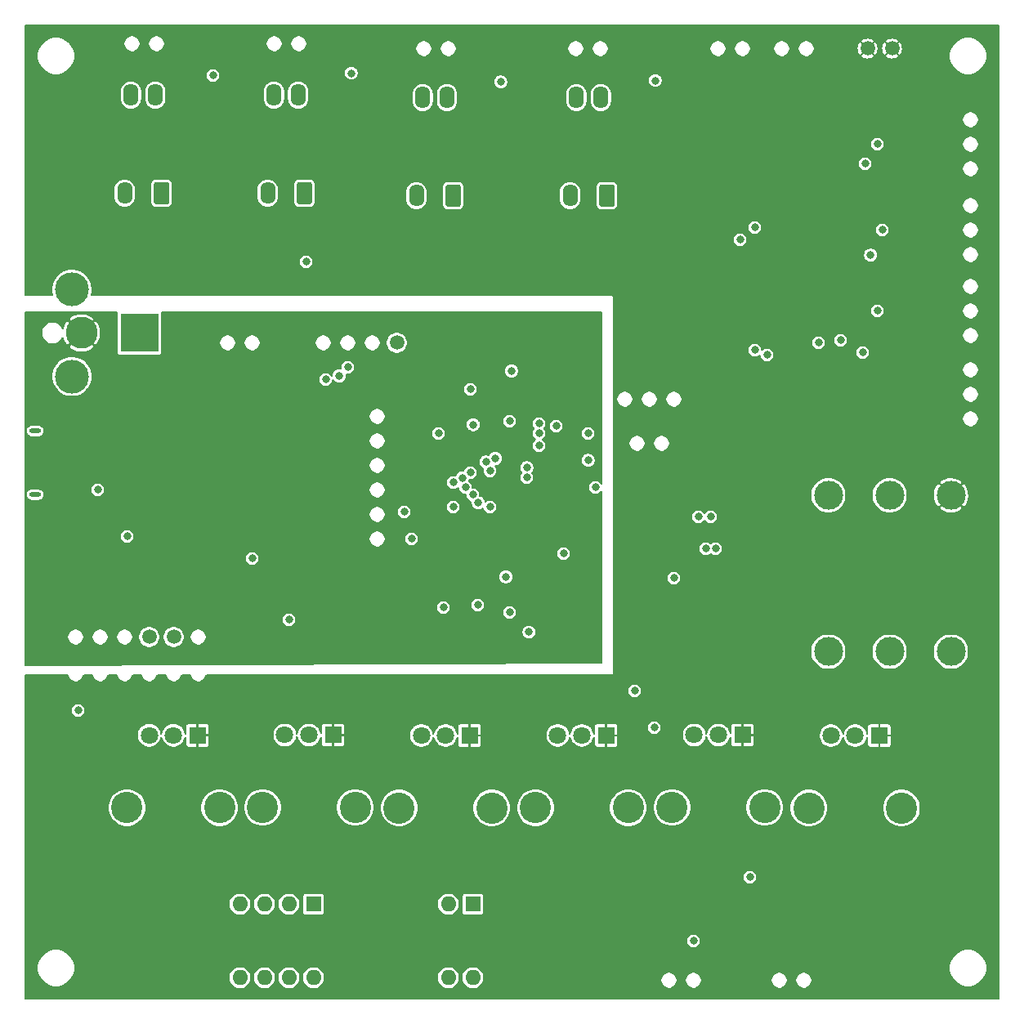
<source format=gbr>
G04 #@! TF.GenerationSoftware,KiCad,Pcbnew,(5.1.5)-3*
G04 #@! TF.CreationDate,2020-04-16T22:09:37-07:00*
G04 #@! TF.ProjectId,Digital_Board_Rev_1,44696769-7461-46c5-9f42-6f6172645f52,rev?*
G04 #@! TF.SameCoordinates,Original*
G04 #@! TF.FileFunction,Copper,L2,Inr*
G04 #@! TF.FilePolarity,Positive*
%FSLAX46Y46*%
G04 Gerber Fmt 4.6, Leading zero omitted, Abs format (unit mm)*
G04 Created by KiCad (PCBNEW (5.1.5)-3) date 2020-04-16 22:09:37*
%MOMM*%
%LPD*%
G04 APERTURE LIST*
%ADD10O,1.200000X0.500000*%
%ADD11C,1.506220*%
%ADD12C,3.500000*%
%ADD13C,3.300000*%
%ADD14R,4.000000X4.000000*%
%ADD15C,3.000000*%
%ADD16O,1.570000X2.290000*%
%ADD17C,0.100000*%
%ADD18O,1.600000X1.600000*%
%ADD19R,1.600000X1.600000*%
%ADD20C,3.240000*%
%ADD21C,1.800000*%
%ADD22R,1.800000X1.800000*%
%ADD23C,0.800000*%
%ADD24C,0.203200*%
G04 APERTURE END LIST*
D10*
X26794000Y-74420000D03*
X26794000Y-67820000D03*
D11*
X115570000Y-28194000D03*
X113030000Y-28194000D03*
D12*
X30592000Y-62158000D03*
X30592000Y-53158000D03*
D13*
X31592000Y-57658000D03*
D14*
X37592000Y-57658000D03*
D15*
X121666000Y-74478000D03*
X115316000Y-74478000D03*
X121666000Y-90678000D03*
X115316000Y-90678000D03*
X108966000Y-74478000D03*
X108966000Y-90678000D03*
D16*
X39240860Y-33010320D03*
X36710860Y-33010320D03*
X36070860Y-43170320D03*
G04 #@! TA.AperFunction,ViaPad*
D17*
G36*
X40440698Y-42026522D02*
G01*
X40464930Y-42030117D01*
X40488694Y-42036069D01*
X40511759Y-42044322D01*
X40533905Y-42054796D01*
X40554917Y-42067390D01*
X40574594Y-42081983D01*
X40592745Y-42098435D01*
X40609197Y-42116586D01*
X40623790Y-42136263D01*
X40636384Y-42157275D01*
X40646858Y-42179421D01*
X40655111Y-42202486D01*
X40661063Y-42226250D01*
X40664658Y-42250482D01*
X40665860Y-42274950D01*
X40665860Y-44065690D01*
X40664658Y-44090158D01*
X40661063Y-44114390D01*
X40655111Y-44138154D01*
X40646858Y-44161219D01*
X40636384Y-44183365D01*
X40623790Y-44204377D01*
X40609197Y-44224054D01*
X40592745Y-44242205D01*
X40574594Y-44258657D01*
X40554917Y-44273250D01*
X40533905Y-44285844D01*
X40511759Y-44296318D01*
X40488694Y-44304571D01*
X40464930Y-44310523D01*
X40440698Y-44314118D01*
X40416230Y-44315320D01*
X39345490Y-44315320D01*
X39321022Y-44314118D01*
X39296790Y-44310523D01*
X39273026Y-44304571D01*
X39249961Y-44296318D01*
X39227815Y-44285844D01*
X39206803Y-44273250D01*
X39187126Y-44258657D01*
X39168975Y-44242205D01*
X39152523Y-44224054D01*
X39137930Y-44204377D01*
X39125336Y-44183365D01*
X39114862Y-44161219D01*
X39106609Y-44138154D01*
X39100657Y-44114390D01*
X39097062Y-44090158D01*
X39095860Y-44065690D01*
X39095860Y-42274950D01*
X39097062Y-42250482D01*
X39100657Y-42226250D01*
X39106609Y-42202486D01*
X39114862Y-42179421D01*
X39125336Y-42157275D01*
X39137930Y-42136263D01*
X39152523Y-42116586D01*
X39168975Y-42098435D01*
X39187126Y-42081983D01*
X39206803Y-42067390D01*
X39227815Y-42054796D01*
X39249961Y-42044322D01*
X39273026Y-42036069D01*
X39296790Y-42030117D01*
X39321022Y-42026522D01*
X39345490Y-42025320D01*
X40416230Y-42025320D01*
X40440698Y-42026522D01*
G37*
G04 #@! TD.AperFunction*
D16*
X54050860Y-33010320D03*
X51520860Y-33010320D03*
X50880860Y-43170320D03*
G04 #@! TA.AperFunction,ViaPad*
D17*
G36*
X55250698Y-42026522D02*
G01*
X55274930Y-42030117D01*
X55298694Y-42036069D01*
X55321759Y-42044322D01*
X55343905Y-42054796D01*
X55364917Y-42067390D01*
X55384594Y-42081983D01*
X55402745Y-42098435D01*
X55419197Y-42116586D01*
X55433790Y-42136263D01*
X55446384Y-42157275D01*
X55456858Y-42179421D01*
X55465111Y-42202486D01*
X55471063Y-42226250D01*
X55474658Y-42250482D01*
X55475860Y-42274950D01*
X55475860Y-44065690D01*
X55474658Y-44090158D01*
X55471063Y-44114390D01*
X55465111Y-44138154D01*
X55456858Y-44161219D01*
X55446384Y-44183365D01*
X55433790Y-44204377D01*
X55419197Y-44224054D01*
X55402745Y-44242205D01*
X55384594Y-44258657D01*
X55364917Y-44273250D01*
X55343905Y-44285844D01*
X55321759Y-44296318D01*
X55298694Y-44304571D01*
X55274930Y-44310523D01*
X55250698Y-44314118D01*
X55226230Y-44315320D01*
X54155490Y-44315320D01*
X54131022Y-44314118D01*
X54106790Y-44310523D01*
X54083026Y-44304571D01*
X54059961Y-44296318D01*
X54037815Y-44285844D01*
X54016803Y-44273250D01*
X53997126Y-44258657D01*
X53978975Y-44242205D01*
X53962523Y-44224054D01*
X53947930Y-44204377D01*
X53935336Y-44183365D01*
X53924862Y-44161219D01*
X53916609Y-44138154D01*
X53910657Y-44114390D01*
X53907062Y-44090158D01*
X53905860Y-44065690D01*
X53905860Y-42274950D01*
X53907062Y-42250482D01*
X53910657Y-42226250D01*
X53916609Y-42202486D01*
X53924862Y-42179421D01*
X53935336Y-42157275D01*
X53947930Y-42136263D01*
X53962523Y-42116586D01*
X53978975Y-42098435D01*
X53997126Y-42081983D01*
X54016803Y-42067390D01*
X54037815Y-42054796D01*
X54059961Y-42044322D01*
X54083026Y-42036069D01*
X54106790Y-42030117D01*
X54131022Y-42026522D01*
X54155490Y-42025320D01*
X55226230Y-42025320D01*
X55250698Y-42026522D01*
G37*
G04 #@! TD.AperFunction*
D16*
X69464000Y-33274000D03*
X66934000Y-33274000D03*
X66294000Y-43434000D03*
G04 #@! TA.AperFunction,ViaPad*
D17*
G36*
X70663838Y-42290202D02*
G01*
X70688070Y-42293797D01*
X70711834Y-42299749D01*
X70734899Y-42308002D01*
X70757045Y-42318476D01*
X70778057Y-42331070D01*
X70797734Y-42345663D01*
X70815885Y-42362115D01*
X70832337Y-42380266D01*
X70846930Y-42399943D01*
X70859524Y-42420955D01*
X70869998Y-42443101D01*
X70878251Y-42466166D01*
X70884203Y-42489930D01*
X70887798Y-42514162D01*
X70889000Y-42538630D01*
X70889000Y-44329370D01*
X70887798Y-44353838D01*
X70884203Y-44378070D01*
X70878251Y-44401834D01*
X70869998Y-44424899D01*
X70859524Y-44447045D01*
X70846930Y-44468057D01*
X70832337Y-44487734D01*
X70815885Y-44505885D01*
X70797734Y-44522337D01*
X70778057Y-44536930D01*
X70757045Y-44549524D01*
X70734899Y-44559998D01*
X70711834Y-44568251D01*
X70688070Y-44574203D01*
X70663838Y-44577798D01*
X70639370Y-44579000D01*
X69568630Y-44579000D01*
X69544162Y-44577798D01*
X69519930Y-44574203D01*
X69496166Y-44568251D01*
X69473101Y-44559998D01*
X69450955Y-44549524D01*
X69429943Y-44536930D01*
X69410266Y-44522337D01*
X69392115Y-44505885D01*
X69375663Y-44487734D01*
X69361070Y-44468057D01*
X69348476Y-44447045D01*
X69338002Y-44424899D01*
X69329749Y-44401834D01*
X69323797Y-44378070D01*
X69320202Y-44353838D01*
X69319000Y-44329370D01*
X69319000Y-42538630D01*
X69320202Y-42514162D01*
X69323797Y-42489930D01*
X69329749Y-42466166D01*
X69338002Y-42443101D01*
X69348476Y-42420955D01*
X69361070Y-42399943D01*
X69375663Y-42380266D01*
X69392115Y-42362115D01*
X69410266Y-42345663D01*
X69429943Y-42331070D01*
X69450955Y-42318476D01*
X69473101Y-42308002D01*
X69496166Y-42299749D01*
X69519930Y-42293797D01*
X69544162Y-42290202D01*
X69568630Y-42289000D01*
X70639370Y-42289000D01*
X70663838Y-42290202D01*
G37*
G04 #@! TD.AperFunction*
D16*
X85390860Y-33264320D03*
X82860860Y-33264320D03*
X82220860Y-43424320D03*
G04 #@! TA.AperFunction,ViaPad*
D17*
G36*
X86590698Y-42280522D02*
G01*
X86614930Y-42284117D01*
X86638694Y-42290069D01*
X86661759Y-42298322D01*
X86683905Y-42308796D01*
X86704917Y-42321390D01*
X86724594Y-42335983D01*
X86742745Y-42352435D01*
X86759197Y-42370586D01*
X86773790Y-42390263D01*
X86786384Y-42411275D01*
X86796858Y-42433421D01*
X86805111Y-42456486D01*
X86811063Y-42480250D01*
X86814658Y-42504482D01*
X86815860Y-42528950D01*
X86815860Y-44319690D01*
X86814658Y-44344158D01*
X86811063Y-44368390D01*
X86805111Y-44392154D01*
X86796858Y-44415219D01*
X86786384Y-44437365D01*
X86773790Y-44458377D01*
X86759197Y-44478054D01*
X86742745Y-44496205D01*
X86724594Y-44512657D01*
X86704917Y-44527250D01*
X86683905Y-44539844D01*
X86661759Y-44550318D01*
X86638694Y-44558571D01*
X86614930Y-44564523D01*
X86590698Y-44568118D01*
X86566230Y-44569320D01*
X85495490Y-44569320D01*
X85471022Y-44568118D01*
X85446790Y-44564523D01*
X85423026Y-44558571D01*
X85399961Y-44550318D01*
X85377815Y-44539844D01*
X85356803Y-44527250D01*
X85337126Y-44512657D01*
X85318975Y-44496205D01*
X85302523Y-44478054D01*
X85287930Y-44458377D01*
X85275336Y-44437365D01*
X85264862Y-44415219D01*
X85256609Y-44392154D01*
X85250657Y-44368390D01*
X85247062Y-44344158D01*
X85245860Y-44319690D01*
X85245860Y-42528950D01*
X85247062Y-42504482D01*
X85250657Y-42480250D01*
X85256609Y-42456486D01*
X85264862Y-42433421D01*
X85275336Y-42411275D01*
X85287930Y-42390263D01*
X85302523Y-42370586D01*
X85318975Y-42352435D01*
X85337126Y-42335983D01*
X85356803Y-42321390D01*
X85377815Y-42308796D01*
X85399961Y-42298322D01*
X85423026Y-42290069D01*
X85446790Y-42284117D01*
X85471022Y-42280522D01*
X85495490Y-42279320D01*
X86566230Y-42279320D01*
X86590698Y-42280522D01*
G37*
G04 #@! TD.AperFunction*
D18*
X72136000Y-124460000D03*
X69596000Y-116840000D03*
X69596000Y-124460000D03*
D19*
X72136000Y-116840000D03*
D18*
X55626000Y-124460000D03*
X48006000Y-116840000D03*
X53086000Y-124460000D03*
X50546000Y-116840000D03*
X50546000Y-124460000D03*
X53086000Y-116840000D03*
X48006000Y-124460000D03*
D19*
X55626000Y-116840000D03*
D20*
X116551140Y-106871680D03*
X106951140Y-106871680D03*
D21*
X109251140Y-99371680D03*
X111751140Y-99371680D03*
D22*
X114251140Y-99371680D03*
D20*
X102376000Y-106814000D03*
X92776000Y-106814000D03*
D21*
X95076000Y-99314000D03*
X97576000Y-99314000D03*
D22*
X100076000Y-99314000D03*
D20*
X88235140Y-106847680D03*
X78635140Y-106847680D03*
D21*
X80935140Y-99347680D03*
X83435140Y-99347680D03*
D22*
X85935140Y-99347680D03*
D20*
X74103140Y-106861680D03*
X64503140Y-106861680D03*
D21*
X66803140Y-99361680D03*
X69303140Y-99361680D03*
D22*
X71803140Y-99361680D03*
D20*
X59958000Y-106814000D03*
X50358000Y-106814000D03*
D21*
X52658000Y-99314000D03*
X55158000Y-99314000D03*
D22*
X57658000Y-99314000D03*
D20*
X45909140Y-106837680D03*
X36309140Y-106837680D03*
D21*
X38609140Y-99337680D03*
X41109140Y-99337680D03*
D22*
X43609140Y-99337680D03*
D11*
X64262000Y-58674000D03*
X41148000Y-89154000D03*
X38608000Y-89154000D03*
D23*
X46990000Y-65278000D03*
X44958000Y-68580000D03*
X49784000Y-62484000D03*
X47752000Y-77470000D03*
X49022000Y-72644000D03*
X75946000Y-85344000D03*
X71882000Y-66040000D03*
X64008000Y-78486000D03*
X76962000Y-66802000D03*
X80264000Y-59436000D03*
X80264000Y-58166000D03*
X81534000Y-58166000D03*
X82804000Y-58166000D03*
X84074000Y-58166000D03*
X84074000Y-59436000D03*
X112776000Y-40132000D03*
X112522000Y-59690000D03*
X84836000Y-76962000D03*
X28956000Y-77470000D03*
X30480000Y-65278000D03*
X54864000Y-50292000D03*
X30226000Y-86868000D03*
X33274000Y-73914000D03*
X36322000Y-78740000D03*
X75946000Y-86614000D03*
X68580000Y-68072000D03*
X65786000Y-78994000D03*
X75946000Y-66802000D03*
X56896000Y-62484000D03*
X58293000Y-62103000D03*
X59182000Y-61214000D03*
X91036021Y-31504021D03*
X75034021Y-31645979D03*
X59540021Y-30742021D03*
X45212000Y-30988000D03*
X81534000Y-80518000D03*
X92964000Y-83058000D03*
X114046000Y-38100000D03*
X114046000Y-55372000D03*
X84090237Y-70861154D03*
X31242000Y-96774000D03*
X53086000Y-87376000D03*
X72690701Y-75254051D03*
X44704000Y-34036000D03*
X87884000Y-62230000D03*
X87884000Y-60960000D03*
X87884000Y-59690000D03*
X87884000Y-58420000D03*
X59436000Y-34290000D03*
X74930000Y-34798000D03*
X90932000Y-34544000D03*
X58420000Y-53086000D03*
X87884000Y-71628000D03*
X76144087Y-61599989D03*
X84074000Y-68072000D03*
X72136000Y-74422000D03*
X84836000Y-73660000D03*
X71374000Y-73660000D03*
X71882000Y-72136000D03*
X49276000Y-81026000D03*
X65024000Y-76200000D03*
X77941000Y-88646000D03*
X88900000Y-94742000D03*
X96266000Y-80010000D03*
X95504000Y-76708000D03*
X75556127Y-82922127D03*
X90932000Y-98552000D03*
X97282000Y-80010000D03*
X96774000Y-76708000D03*
X70104000Y-75692000D03*
X70104000Y-73152000D03*
X71049949Y-72690701D03*
X72644000Y-85852000D03*
X69088000Y-86106000D03*
X72169420Y-67151631D03*
X107950000Y-58674000D03*
X113339501Y-49585501D03*
X110236000Y-58420000D03*
X114554000Y-46990000D03*
X71882000Y-63500000D03*
X80772000Y-67310000D03*
X78994000Y-67056000D03*
X78994000Y-68072000D03*
X78994000Y-69342000D03*
X77728653Y-71623347D03*
X77724000Y-72644000D03*
X74473959Y-70653260D03*
X101346000Y-59436000D03*
X101346000Y-46736000D03*
X102616000Y-59944000D03*
X99822000Y-48006000D03*
X94996000Y-120650000D03*
X73914000Y-75692000D03*
X73914001Y-71934439D03*
X73503359Y-71022641D03*
X100838000Y-114046000D03*
D24*
G36*
X35261879Y-55521260D02*
G01*
X35241546Y-55588290D01*
X35234680Y-55658000D01*
X35234680Y-59658000D01*
X35241546Y-59727710D01*
X35261879Y-59794740D01*
X35294899Y-59856516D01*
X35339337Y-59910663D01*
X35393484Y-59955101D01*
X35455260Y-59988121D01*
X35522290Y-60008454D01*
X35592000Y-60015320D01*
X39592000Y-60015320D01*
X39661710Y-60008454D01*
X39728740Y-59988121D01*
X39790516Y-59955101D01*
X39844663Y-59910663D01*
X39889101Y-59856516D01*
X39922121Y-59794740D01*
X39942454Y-59727710D01*
X39949320Y-59658000D01*
X39949320Y-58589818D01*
X45881290Y-58589818D01*
X45881290Y-58758182D01*
X45914136Y-58923310D01*
X45978565Y-59078857D01*
X46072103Y-59218846D01*
X46191154Y-59337897D01*
X46331143Y-59431435D01*
X46486690Y-59495864D01*
X46651818Y-59528710D01*
X46820182Y-59528710D01*
X46985310Y-59495864D01*
X47140857Y-59431435D01*
X47280846Y-59337897D01*
X47399897Y-59218846D01*
X47493435Y-59078857D01*
X47557864Y-58923310D01*
X47590710Y-58758182D01*
X47590710Y-58589818D01*
X48421290Y-58589818D01*
X48421290Y-58758182D01*
X48454136Y-58923310D01*
X48518565Y-59078857D01*
X48612103Y-59218846D01*
X48731154Y-59337897D01*
X48871143Y-59431435D01*
X49026690Y-59495864D01*
X49191818Y-59528710D01*
X49360182Y-59528710D01*
X49525310Y-59495864D01*
X49680857Y-59431435D01*
X49820846Y-59337897D01*
X49939897Y-59218846D01*
X50033435Y-59078857D01*
X50097864Y-58923310D01*
X50130710Y-58758182D01*
X50130710Y-58589818D01*
X55787290Y-58589818D01*
X55787290Y-58758182D01*
X55820136Y-58923310D01*
X55884565Y-59078857D01*
X55978103Y-59218846D01*
X56097154Y-59337897D01*
X56237143Y-59431435D01*
X56392690Y-59495864D01*
X56557818Y-59528710D01*
X56726182Y-59528710D01*
X56891310Y-59495864D01*
X57046857Y-59431435D01*
X57186846Y-59337897D01*
X57305897Y-59218846D01*
X57399435Y-59078857D01*
X57463864Y-58923310D01*
X57496710Y-58758182D01*
X57496710Y-58589818D01*
X58327290Y-58589818D01*
X58327290Y-58758182D01*
X58360136Y-58923310D01*
X58424565Y-59078857D01*
X58518103Y-59218846D01*
X58637154Y-59337897D01*
X58777143Y-59431435D01*
X58932690Y-59495864D01*
X59097818Y-59528710D01*
X59266182Y-59528710D01*
X59431310Y-59495864D01*
X59586857Y-59431435D01*
X59726846Y-59337897D01*
X59845897Y-59218846D01*
X59939435Y-59078857D01*
X60003864Y-58923310D01*
X60036710Y-58758182D01*
X60036710Y-58589818D01*
X60867290Y-58589818D01*
X60867290Y-58758182D01*
X60900136Y-58923310D01*
X60964565Y-59078857D01*
X61058103Y-59218846D01*
X61177154Y-59337897D01*
X61317143Y-59431435D01*
X61472690Y-59495864D01*
X61637818Y-59528710D01*
X61806182Y-59528710D01*
X61971310Y-59495864D01*
X62126857Y-59431435D01*
X62266846Y-59337897D01*
X62385897Y-59218846D01*
X62479435Y-59078857D01*
X62543864Y-58923310D01*
X62576710Y-58758182D01*
X62576710Y-58589818D01*
X62571735Y-58564802D01*
X63153290Y-58564802D01*
X63153290Y-58783198D01*
X63195897Y-58997399D01*
X63279474Y-59199171D01*
X63400808Y-59380762D01*
X63555238Y-59535192D01*
X63736829Y-59656526D01*
X63938601Y-59740103D01*
X64152802Y-59782710D01*
X64371198Y-59782710D01*
X64585399Y-59740103D01*
X64787171Y-59656526D01*
X64968762Y-59535192D01*
X65123192Y-59380762D01*
X65244526Y-59199171D01*
X65328103Y-58997399D01*
X65370710Y-58783198D01*
X65370710Y-58564802D01*
X65328103Y-58350601D01*
X65244526Y-58148829D01*
X65123192Y-57967238D01*
X64968762Y-57812808D01*
X64787171Y-57691474D01*
X64585399Y-57607897D01*
X64371198Y-57565290D01*
X64152802Y-57565290D01*
X63938601Y-57607897D01*
X63736829Y-57691474D01*
X63555238Y-57812808D01*
X63400808Y-57967238D01*
X63279474Y-58148829D01*
X63195897Y-58350601D01*
X63153290Y-58564802D01*
X62571735Y-58564802D01*
X62543864Y-58424690D01*
X62479435Y-58269143D01*
X62385897Y-58129154D01*
X62266846Y-58010103D01*
X62126857Y-57916565D01*
X61971310Y-57852136D01*
X61806182Y-57819290D01*
X61637818Y-57819290D01*
X61472690Y-57852136D01*
X61317143Y-57916565D01*
X61177154Y-58010103D01*
X61058103Y-58129154D01*
X60964565Y-58269143D01*
X60900136Y-58424690D01*
X60867290Y-58589818D01*
X60036710Y-58589818D01*
X60003864Y-58424690D01*
X59939435Y-58269143D01*
X59845897Y-58129154D01*
X59726846Y-58010103D01*
X59586857Y-57916565D01*
X59431310Y-57852136D01*
X59266182Y-57819290D01*
X59097818Y-57819290D01*
X58932690Y-57852136D01*
X58777143Y-57916565D01*
X58637154Y-58010103D01*
X58518103Y-58129154D01*
X58424565Y-58269143D01*
X58360136Y-58424690D01*
X58327290Y-58589818D01*
X57496710Y-58589818D01*
X57463864Y-58424690D01*
X57399435Y-58269143D01*
X57305897Y-58129154D01*
X57186846Y-58010103D01*
X57046857Y-57916565D01*
X56891310Y-57852136D01*
X56726182Y-57819290D01*
X56557818Y-57819290D01*
X56392690Y-57852136D01*
X56237143Y-57916565D01*
X56097154Y-58010103D01*
X55978103Y-58129154D01*
X55884565Y-58269143D01*
X55820136Y-58424690D01*
X55787290Y-58589818D01*
X50130710Y-58589818D01*
X50097864Y-58424690D01*
X50033435Y-58269143D01*
X49939897Y-58129154D01*
X49820846Y-58010103D01*
X49680857Y-57916565D01*
X49525310Y-57852136D01*
X49360182Y-57819290D01*
X49191818Y-57819290D01*
X49026690Y-57852136D01*
X48871143Y-57916565D01*
X48731154Y-58010103D01*
X48612103Y-58129154D01*
X48518565Y-58269143D01*
X48454136Y-58424690D01*
X48421290Y-58589818D01*
X47590710Y-58589818D01*
X47557864Y-58424690D01*
X47493435Y-58269143D01*
X47399897Y-58129154D01*
X47280846Y-58010103D01*
X47140857Y-57916565D01*
X46985310Y-57852136D01*
X46820182Y-57819290D01*
X46651818Y-57819290D01*
X46486690Y-57852136D01*
X46331143Y-57916565D01*
X46191154Y-58010103D01*
X46072103Y-58129154D01*
X45978565Y-58269143D01*
X45914136Y-58424690D01*
X45881290Y-58589818D01*
X39949320Y-58589818D01*
X39949320Y-55658000D01*
X39942454Y-55588290D01*
X39922121Y-55521260D01*
X39896646Y-55473600D01*
X85496400Y-55473600D01*
X85496400Y-73288314D01*
X85422913Y-73178333D01*
X85317667Y-73073087D01*
X85193911Y-72990396D01*
X85056400Y-72933437D01*
X84910420Y-72904400D01*
X84761580Y-72904400D01*
X84615600Y-72933437D01*
X84478089Y-72990396D01*
X84354333Y-73073087D01*
X84249087Y-73178333D01*
X84166396Y-73302089D01*
X84109437Y-73439600D01*
X84080400Y-73585580D01*
X84080400Y-73734420D01*
X84109437Y-73880400D01*
X84166396Y-74017911D01*
X84249087Y-74141667D01*
X84354333Y-74246913D01*
X84478089Y-74329604D01*
X84615600Y-74386563D01*
X84761580Y-74415600D01*
X84910420Y-74415600D01*
X85056400Y-74386563D01*
X85193911Y-74329604D01*
X85317667Y-74246913D01*
X85422913Y-74141667D01*
X85496400Y-74031686D01*
X85496400Y-91846828D01*
X25780600Y-92098793D01*
X25780600Y-89069818D01*
X30133290Y-89069818D01*
X30133290Y-89238182D01*
X30166136Y-89403310D01*
X30230565Y-89558857D01*
X30324103Y-89698846D01*
X30443154Y-89817897D01*
X30583143Y-89911435D01*
X30738690Y-89975864D01*
X30903818Y-90008710D01*
X31072182Y-90008710D01*
X31237310Y-89975864D01*
X31392857Y-89911435D01*
X31532846Y-89817897D01*
X31651897Y-89698846D01*
X31745435Y-89558857D01*
X31809864Y-89403310D01*
X31842710Y-89238182D01*
X31842710Y-89069818D01*
X32673290Y-89069818D01*
X32673290Y-89238182D01*
X32706136Y-89403310D01*
X32770565Y-89558857D01*
X32864103Y-89698846D01*
X32983154Y-89817897D01*
X33123143Y-89911435D01*
X33278690Y-89975864D01*
X33443818Y-90008710D01*
X33612182Y-90008710D01*
X33777310Y-89975864D01*
X33932857Y-89911435D01*
X34072846Y-89817897D01*
X34191897Y-89698846D01*
X34285435Y-89558857D01*
X34349864Y-89403310D01*
X34382710Y-89238182D01*
X34382710Y-89069818D01*
X35213290Y-89069818D01*
X35213290Y-89238182D01*
X35246136Y-89403310D01*
X35310565Y-89558857D01*
X35404103Y-89698846D01*
X35523154Y-89817897D01*
X35663143Y-89911435D01*
X35818690Y-89975864D01*
X35983818Y-90008710D01*
X36152182Y-90008710D01*
X36317310Y-89975864D01*
X36472857Y-89911435D01*
X36612846Y-89817897D01*
X36731897Y-89698846D01*
X36825435Y-89558857D01*
X36889864Y-89403310D01*
X36922710Y-89238182D01*
X36922710Y-89069818D01*
X36917735Y-89044802D01*
X37499290Y-89044802D01*
X37499290Y-89263198D01*
X37541897Y-89477399D01*
X37625474Y-89679171D01*
X37746808Y-89860762D01*
X37901238Y-90015192D01*
X38082829Y-90136526D01*
X38284601Y-90220103D01*
X38498802Y-90262710D01*
X38717198Y-90262710D01*
X38931399Y-90220103D01*
X39133171Y-90136526D01*
X39314762Y-90015192D01*
X39469192Y-89860762D01*
X39590526Y-89679171D01*
X39674103Y-89477399D01*
X39716710Y-89263198D01*
X39716710Y-89044802D01*
X40039290Y-89044802D01*
X40039290Y-89263198D01*
X40081897Y-89477399D01*
X40165474Y-89679171D01*
X40286808Y-89860762D01*
X40441238Y-90015192D01*
X40622829Y-90136526D01*
X40824601Y-90220103D01*
X41038802Y-90262710D01*
X41257198Y-90262710D01*
X41471399Y-90220103D01*
X41673171Y-90136526D01*
X41854762Y-90015192D01*
X42009192Y-89860762D01*
X42130526Y-89679171D01*
X42214103Y-89477399D01*
X42256710Y-89263198D01*
X42256710Y-89069818D01*
X42833290Y-89069818D01*
X42833290Y-89238182D01*
X42866136Y-89403310D01*
X42930565Y-89558857D01*
X43024103Y-89698846D01*
X43143154Y-89817897D01*
X43283143Y-89911435D01*
X43438690Y-89975864D01*
X43603818Y-90008710D01*
X43772182Y-90008710D01*
X43937310Y-89975864D01*
X44092857Y-89911435D01*
X44232846Y-89817897D01*
X44351897Y-89698846D01*
X44445435Y-89558857D01*
X44509864Y-89403310D01*
X44542710Y-89238182D01*
X44542710Y-89069818D01*
X44509864Y-88904690D01*
X44445435Y-88749143D01*
X44351897Y-88609154D01*
X44314323Y-88571580D01*
X77185400Y-88571580D01*
X77185400Y-88720420D01*
X77214437Y-88866400D01*
X77271396Y-89003911D01*
X77354087Y-89127667D01*
X77459333Y-89232913D01*
X77583089Y-89315604D01*
X77720600Y-89372563D01*
X77866580Y-89401600D01*
X78015420Y-89401600D01*
X78161400Y-89372563D01*
X78298911Y-89315604D01*
X78422667Y-89232913D01*
X78527913Y-89127667D01*
X78610604Y-89003911D01*
X78667563Y-88866400D01*
X78696600Y-88720420D01*
X78696600Y-88571580D01*
X78667563Y-88425600D01*
X78610604Y-88288089D01*
X78527913Y-88164333D01*
X78422667Y-88059087D01*
X78298911Y-87976396D01*
X78161400Y-87919437D01*
X78015420Y-87890400D01*
X77866580Y-87890400D01*
X77720600Y-87919437D01*
X77583089Y-87976396D01*
X77459333Y-88059087D01*
X77354087Y-88164333D01*
X77271396Y-88288089D01*
X77214437Y-88425600D01*
X77185400Y-88571580D01*
X44314323Y-88571580D01*
X44232846Y-88490103D01*
X44092857Y-88396565D01*
X43937310Y-88332136D01*
X43772182Y-88299290D01*
X43603818Y-88299290D01*
X43438690Y-88332136D01*
X43283143Y-88396565D01*
X43143154Y-88490103D01*
X43024103Y-88609154D01*
X42930565Y-88749143D01*
X42866136Y-88904690D01*
X42833290Y-89069818D01*
X42256710Y-89069818D01*
X42256710Y-89044802D01*
X42214103Y-88830601D01*
X42130526Y-88628829D01*
X42009192Y-88447238D01*
X41854762Y-88292808D01*
X41673171Y-88171474D01*
X41471399Y-88087897D01*
X41257198Y-88045290D01*
X41038802Y-88045290D01*
X40824601Y-88087897D01*
X40622829Y-88171474D01*
X40441238Y-88292808D01*
X40286808Y-88447238D01*
X40165474Y-88628829D01*
X40081897Y-88830601D01*
X40039290Y-89044802D01*
X39716710Y-89044802D01*
X39674103Y-88830601D01*
X39590526Y-88628829D01*
X39469192Y-88447238D01*
X39314762Y-88292808D01*
X39133171Y-88171474D01*
X38931399Y-88087897D01*
X38717198Y-88045290D01*
X38498802Y-88045290D01*
X38284601Y-88087897D01*
X38082829Y-88171474D01*
X37901238Y-88292808D01*
X37746808Y-88447238D01*
X37625474Y-88628829D01*
X37541897Y-88830601D01*
X37499290Y-89044802D01*
X36917735Y-89044802D01*
X36889864Y-88904690D01*
X36825435Y-88749143D01*
X36731897Y-88609154D01*
X36612846Y-88490103D01*
X36472857Y-88396565D01*
X36317310Y-88332136D01*
X36152182Y-88299290D01*
X35983818Y-88299290D01*
X35818690Y-88332136D01*
X35663143Y-88396565D01*
X35523154Y-88490103D01*
X35404103Y-88609154D01*
X35310565Y-88749143D01*
X35246136Y-88904690D01*
X35213290Y-89069818D01*
X34382710Y-89069818D01*
X34349864Y-88904690D01*
X34285435Y-88749143D01*
X34191897Y-88609154D01*
X34072846Y-88490103D01*
X33932857Y-88396565D01*
X33777310Y-88332136D01*
X33612182Y-88299290D01*
X33443818Y-88299290D01*
X33278690Y-88332136D01*
X33123143Y-88396565D01*
X32983154Y-88490103D01*
X32864103Y-88609154D01*
X32770565Y-88749143D01*
X32706136Y-88904690D01*
X32673290Y-89069818D01*
X31842710Y-89069818D01*
X31809864Y-88904690D01*
X31745435Y-88749143D01*
X31651897Y-88609154D01*
X31532846Y-88490103D01*
X31392857Y-88396565D01*
X31237310Y-88332136D01*
X31072182Y-88299290D01*
X30903818Y-88299290D01*
X30738690Y-88332136D01*
X30583143Y-88396565D01*
X30443154Y-88490103D01*
X30324103Y-88609154D01*
X30230565Y-88749143D01*
X30166136Y-88904690D01*
X30133290Y-89069818D01*
X25780600Y-89069818D01*
X25780600Y-87301580D01*
X52330400Y-87301580D01*
X52330400Y-87450420D01*
X52359437Y-87596400D01*
X52416396Y-87733911D01*
X52499087Y-87857667D01*
X52604333Y-87962913D01*
X52728089Y-88045604D01*
X52865600Y-88102563D01*
X53011580Y-88131600D01*
X53160420Y-88131600D01*
X53306400Y-88102563D01*
X53443911Y-88045604D01*
X53567667Y-87962913D01*
X53672913Y-87857667D01*
X53755604Y-87733911D01*
X53812563Y-87596400D01*
X53841600Y-87450420D01*
X53841600Y-87301580D01*
X53812563Y-87155600D01*
X53755604Y-87018089D01*
X53672913Y-86894333D01*
X53567667Y-86789087D01*
X53443911Y-86706396D01*
X53306400Y-86649437D01*
X53160420Y-86620400D01*
X53011580Y-86620400D01*
X52865600Y-86649437D01*
X52728089Y-86706396D01*
X52604333Y-86789087D01*
X52499087Y-86894333D01*
X52416396Y-87018089D01*
X52359437Y-87155600D01*
X52330400Y-87301580D01*
X25780600Y-87301580D01*
X25780600Y-86031580D01*
X68332400Y-86031580D01*
X68332400Y-86180420D01*
X68361437Y-86326400D01*
X68418396Y-86463911D01*
X68501087Y-86587667D01*
X68606333Y-86692913D01*
X68730089Y-86775604D01*
X68867600Y-86832563D01*
X69013580Y-86861600D01*
X69162420Y-86861600D01*
X69308400Y-86832563D01*
X69445911Y-86775604D01*
X69569667Y-86692913D01*
X69674913Y-86587667D01*
X69757604Y-86463911D01*
X69814563Y-86326400D01*
X69843600Y-86180420D01*
X69843600Y-86031580D01*
X69814563Y-85885600D01*
X69769820Y-85777580D01*
X71888400Y-85777580D01*
X71888400Y-85926420D01*
X71917437Y-86072400D01*
X71974396Y-86209911D01*
X72057087Y-86333667D01*
X72162333Y-86438913D01*
X72286089Y-86521604D01*
X72423600Y-86578563D01*
X72569580Y-86607600D01*
X72718420Y-86607600D01*
X72864400Y-86578563D01*
X72958513Y-86539580D01*
X75190400Y-86539580D01*
X75190400Y-86688420D01*
X75219437Y-86834400D01*
X75276396Y-86971911D01*
X75359087Y-87095667D01*
X75464333Y-87200913D01*
X75588089Y-87283604D01*
X75725600Y-87340563D01*
X75871580Y-87369600D01*
X76020420Y-87369600D01*
X76166400Y-87340563D01*
X76303911Y-87283604D01*
X76427667Y-87200913D01*
X76532913Y-87095667D01*
X76615604Y-86971911D01*
X76672563Y-86834400D01*
X76701600Y-86688420D01*
X76701600Y-86539580D01*
X76672563Y-86393600D01*
X76615604Y-86256089D01*
X76532913Y-86132333D01*
X76427667Y-86027087D01*
X76303911Y-85944396D01*
X76166400Y-85887437D01*
X76020420Y-85858400D01*
X75871580Y-85858400D01*
X75725600Y-85887437D01*
X75588089Y-85944396D01*
X75464333Y-86027087D01*
X75359087Y-86132333D01*
X75276396Y-86256089D01*
X75219437Y-86393600D01*
X75190400Y-86539580D01*
X72958513Y-86539580D01*
X73001911Y-86521604D01*
X73125667Y-86438913D01*
X73230913Y-86333667D01*
X73313604Y-86209911D01*
X73370563Y-86072400D01*
X73399600Y-85926420D01*
X73399600Y-85777580D01*
X73370563Y-85631600D01*
X73313604Y-85494089D01*
X73230913Y-85370333D01*
X73125667Y-85265087D01*
X73001911Y-85182396D01*
X72864400Y-85125437D01*
X72718420Y-85096400D01*
X72569580Y-85096400D01*
X72423600Y-85125437D01*
X72286089Y-85182396D01*
X72162333Y-85265087D01*
X72057087Y-85370333D01*
X71974396Y-85494089D01*
X71917437Y-85631600D01*
X71888400Y-85777580D01*
X69769820Y-85777580D01*
X69757604Y-85748089D01*
X69674913Y-85624333D01*
X69569667Y-85519087D01*
X69445911Y-85436396D01*
X69308400Y-85379437D01*
X69162420Y-85350400D01*
X69013580Y-85350400D01*
X68867600Y-85379437D01*
X68730089Y-85436396D01*
X68606333Y-85519087D01*
X68501087Y-85624333D01*
X68418396Y-85748089D01*
X68361437Y-85885600D01*
X68332400Y-86031580D01*
X25780600Y-86031580D01*
X25780600Y-82847707D01*
X74800527Y-82847707D01*
X74800527Y-82996547D01*
X74829564Y-83142527D01*
X74886523Y-83280038D01*
X74969214Y-83403794D01*
X75074460Y-83509040D01*
X75198216Y-83591731D01*
X75335727Y-83648690D01*
X75481707Y-83677727D01*
X75630547Y-83677727D01*
X75776527Y-83648690D01*
X75914038Y-83591731D01*
X76037794Y-83509040D01*
X76143040Y-83403794D01*
X76225731Y-83280038D01*
X76282690Y-83142527D01*
X76311727Y-82996547D01*
X76311727Y-82847707D01*
X76282690Y-82701727D01*
X76225731Y-82564216D01*
X76143040Y-82440460D01*
X76037794Y-82335214D01*
X75914038Y-82252523D01*
X75776527Y-82195564D01*
X75630547Y-82166527D01*
X75481707Y-82166527D01*
X75335727Y-82195564D01*
X75198216Y-82252523D01*
X75074460Y-82335214D01*
X74969214Y-82440460D01*
X74886523Y-82564216D01*
X74829564Y-82701727D01*
X74800527Y-82847707D01*
X25780600Y-82847707D01*
X25780600Y-80951580D01*
X48520400Y-80951580D01*
X48520400Y-81100420D01*
X48549437Y-81246400D01*
X48606396Y-81383911D01*
X48689087Y-81507667D01*
X48794333Y-81612913D01*
X48918089Y-81695604D01*
X49055600Y-81752563D01*
X49201580Y-81781600D01*
X49350420Y-81781600D01*
X49496400Y-81752563D01*
X49633911Y-81695604D01*
X49757667Y-81612913D01*
X49862913Y-81507667D01*
X49945604Y-81383911D01*
X50002563Y-81246400D01*
X50031600Y-81100420D01*
X50031600Y-80951580D01*
X50002563Y-80805600D01*
X49945604Y-80668089D01*
X49862913Y-80544333D01*
X49762160Y-80443580D01*
X80778400Y-80443580D01*
X80778400Y-80592420D01*
X80807437Y-80738400D01*
X80864396Y-80875911D01*
X80947087Y-80999667D01*
X81052333Y-81104913D01*
X81176089Y-81187604D01*
X81313600Y-81244563D01*
X81459580Y-81273600D01*
X81608420Y-81273600D01*
X81754400Y-81244563D01*
X81891911Y-81187604D01*
X82015667Y-81104913D01*
X82120913Y-80999667D01*
X82203604Y-80875911D01*
X82260563Y-80738400D01*
X82289600Y-80592420D01*
X82289600Y-80443580D01*
X82260563Y-80297600D01*
X82203604Y-80160089D01*
X82120913Y-80036333D01*
X82015667Y-79931087D01*
X81891911Y-79848396D01*
X81754400Y-79791437D01*
X81608420Y-79762400D01*
X81459580Y-79762400D01*
X81313600Y-79791437D01*
X81176089Y-79848396D01*
X81052333Y-79931087D01*
X80947087Y-80036333D01*
X80864396Y-80160089D01*
X80807437Y-80297600D01*
X80778400Y-80443580D01*
X49762160Y-80443580D01*
X49757667Y-80439087D01*
X49633911Y-80356396D01*
X49496400Y-80299437D01*
X49350420Y-80270400D01*
X49201580Y-80270400D01*
X49055600Y-80299437D01*
X48918089Y-80356396D01*
X48794333Y-80439087D01*
X48689087Y-80544333D01*
X48606396Y-80668089D01*
X48549437Y-80805600D01*
X48520400Y-80951580D01*
X25780600Y-80951580D01*
X25780600Y-78665580D01*
X35566400Y-78665580D01*
X35566400Y-78814420D01*
X35595437Y-78960400D01*
X35652396Y-79097911D01*
X35735087Y-79221667D01*
X35840333Y-79326913D01*
X35964089Y-79409604D01*
X36101600Y-79466563D01*
X36247580Y-79495600D01*
X36396420Y-79495600D01*
X36542400Y-79466563D01*
X36679911Y-79409604D01*
X36803667Y-79326913D01*
X36908913Y-79221667D01*
X36991604Y-79097911D01*
X37048563Y-78960400D01*
X37058624Y-78909818D01*
X61375290Y-78909818D01*
X61375290Y-79078182D01*
X61408136Y-79243310D01*
X61472565Y-79398857D01*
X61566103Y-79538846D01*
X61685154Y-79657897D01*
X61825143Y-79751435D01*
X61980690Y-79815864D01*
X62145818Y-79848710D01*
X62314182Y-79848710D01*
X62479310Y-79815864D01*
X62634857Y-79751435D01*
X62774846Y-79657897D01*
X62893897Y-79538846D01*
X62987435Y-79398857D01*
X63051864Y-79243310D01*
X63084710Y-79078182D01*
X63084710Y-78919580D01*
X65030400Y-78919580D01*
X65030400Y-79068420D01*
X65059437Y-79214400D01*
X65116396Y-79351911D01*
X65199087Y-79475667D01*
X65304333Y-79580913D01*
X65428089Y-79663604D01*
X65565600Y-79720563D01*
X65711580Y-79749600D01*
X65860420Y-79749600D01*
X66006400Y-79720563D01*
X66143911Y-79663604D01*
X66267667Y-79580913D01*
X66372913Y-79475667D01*
X66455604Y-79351911D01*
X66512563Y-79214400D01*
X66541600Y-79068420D01*
X66541600Y-78919580D01*
X66512563Y-78773600D01*
X66455604Y-78636089D01*
X66372913Y-78512333D01*
X66267667Y-78407087D01*
X66143911Y-78324396D01*
X66006400Y-78267437D01*
X65860420Y-78238400D01*
X65711580Y-78238400D01*
X65565600Y-78267437D01*
X65428089Y-78324396D01*
X65304333Y-78407087D01*
X65199087Y-78512333D01*
X65116396Y-78636089D01*
X65059437Y-78773600D01*
X65030400Y-78919580D01*
X63084710Y-78919580D01*
X63084710Y-78909818D01*
X63051864Y-78744690D01*
X62987435Y-78589143D01*
X62893897Y-78449154D01*
X62774846Y-78330103D01*
X62634857Y-78236565D01*
X62479310Y-78172136D01*
X62314182Y-78139290D01*
X62145818Y-78139290D01*
X61980690Y-78172136D01*
X61825143Y-78236565D01*
X61685154Y-78330103D01*
X61566103Y-78449154D01*
X61472565Y-78589143D01*
X61408136Y-78744690D01*
X61375290Y-78909818D01*
X37058624Y-78909818D01*
X37077600Y-78814420D01*
X37077600Y-78665580D01*
X37048563Y-78519600D01*
X36991604Y-78382089D01*
X36908913Y-78258333D01*
X36803667Y-78153087D01*
X36679911Y-78070396D01*
X36542400Y-78013437D01*
X36396420Y-77984400D01*
X36247580Y-77984400D01*
X36101600Y-78013437D01*
X35964089Y-78070396D01*
X35840333Y-78153087D01*
X35735087Y-78258333D01*
X35652396Y-78382089D01*
X35595437Y-78519600D01*
X35566400Y-78665580D01*
X25780600Y-78665580D01*
X25780600Y-76369818D01*
X61375290Y-76369818D01*
X61375290Y-76538182D01*
X61408136Y-76703310D01*
X61472565Y-76858857D01*
X61566103Y-76998846D01*
X61685154Y-77117897D01*
X61825143Y-77211435D01*
X61980690Y-77275864D01*
X62145818Y-77308710D01*
X62314182Y-77308710D01*
X62479310Y-77275864D01*
X62634857Y-77211435D01*
X62774846Y-77117897D01*
X62893897Y-76998846D01*
X62987435Y-76858857D01*
X63051864Y-76703310D01*
X63084710Y-76538182D01*
X63084710Y-76369818D01*
X63051864Y-76204690D01*
X63019096Y-76125580D01*
X64268400Y-76125580D01*
X64268400Y-76274420D01*
X64297437Y-76420400D01*
X64354396Y-76557911D01*
X64437087Y-76681667D01*
X64542333Y-76786913D01*
X64666089Y-76869604D01*
X64803600Y-76926563D01*
X64949580Y-76955600D01*
X65098420Y-76955600D01*
X65244400Y-76926563D01*
X65381911Y-76869604D01*
X65505667Y-76786913D01*
X65610913Y-76681667D01*
X65693604Y-76557911D01*
X65750563Y-76420400D01*
X65779600Y-76274420D01*
X65779600Y-76125580D01*
X65750563Y-75979600D01*
X65693604Y-75842089D01*
X65610913Y-75718333D01*
X65510160Y-75617580D01*
X69348400Y-75617580D01*
X69348400Y-75766420D01*
X69377437Y-75912400D01*
X69434396Y-76049911D01*
X69517087Y-76173667D01*
X69622333Y-76278913D01*
X69746089Y-76361604D01*
X69883600Y-76418563D01*
X70029580Y-76447600D01*
X70178420Y-76447600D01*
X70324400Y-76418563D01*
X70461911Y-76361604D01*
X70585667Y-76278913D01*
X70690913Y-76173667D01*
X70773604Y-76049911D01*
X70830563Y-75912400D01*
X70859600Y-75766420D01*
X70859600Y-75617580D01*
X70830563Y-75471600D01*
X70773604Y-75334089D01*
X70690913Y-75210333D01*
X70585667Y-75105087D01*
X70461911Y-75022396D01*
X70324400Y-74965437D01*
X70178420Y-74936400D01*
X70029580Y-74936400D01*
X69883600Y-74965437D01*
X69746089Y-75022396D01*
X69622333Y-75105087D01*
X69517087Y-75210333D01*
X69434396Y-75334089D01*
X69377437Y-75471600D01*
X69348400Y-75617580D01*
X65510160Y-75617580D01*
X65505667Y-75613087D01*
X65381911Y-75530396D01*
X65244400Y-75473437D01*
X65098420Y-75444400D01*
X64949580Y-75444400D01*
X64803600Y-75473437D01*
X64666089Y-75530396D01*
X64542333Y-75613087D01*
X64437087Y-75718333D01*
X64354396Y-75842089D01*
X64297437Y-75979600D01*
X64268400Y-76125580D01*
X63019096Y-76125580D01*
X62987435Y-76049143D01*
X62893897Y-75909154D01*
X62774846Y-75790103D01*
X62634857Y-75696565D01*
X62479310Y-75632136D01*
X62314182Y-75599290D01*
X62145818Y-75599290D01*
X61980690Y-75632136D01*
X61825143Y-75696565D01*
X61685154Y-75790103D01*
X61566103Y-75909154D01*
X61472565Y-76049143D01*
X61408136Y-76204690D01*
X61375290Y-76369818D01*
X25780600Y-76369818D01*
X25780600Y-74420000D01*
X25835470Y-74420000D01*
X25847163Y-74538718D01*
X25881792Y-74652874D01*
X25938026Y-74758081D01*
X26013704Y-74850296D01*
X26105919Y-74925974D01*
X26211126Y-74982208D01*
X26325282Y-75016837D01*
X26414252Y-75025600D01*
X27173748Y-75025600D01*
X27262718Y-75016837D01*
X27376874Y-74982208D01*
X27482081Y-74925974D01*
X27574296Y-74850296D01*
X27649974Y-74758081D01*
X27706208Y-74652874D01*
X27740837Y-74538718D01*
X27752530Y-74420000D01*
X27740837Y-74301282D01*
X27706208Y-74187126D01*
X27649974Y-74081919D01*
X27574296Y-73989704D01*
X27482081Y-73914026D01*
X27376874Y-73857792D01*
X27316838Y-73839580D01*
X32518400Y-73839580D01*
X32518400Y-73988420D01*
X32547437Y-74134400D01*
X32604396Y-74271911D01*
X32687087Y-74395667D01*
X32792333Y-74500913D01*
X32916089Y-74583604D01*
X33053600Y-74640563D01*
X33199580Y-74669600D01*
X33348420Y-74669600D01*
X33494400Y-74640563D01*
X33631911Y-74583604D01*
X33755667Y-74500913D01*
X33860913Y-74395667D01*
X33943604Y-74271911D01*
X34000563Y-74134400D01*
X34029600Y-73988420D01*
X34029600Y-73839580D01*
X34027659Y-73829818D01*
X61375290Y-73829818D01*
X61375290Y-73998182D01*
X61408136Y-74163310D01*
X61472565Y-74318857D01*
X61566103Y-74458846D01*
X61685154Y-74577897D01*
X61825143Y-74671435D01*
X61980690Y-74735864D01*
X62145818Y-74768710D01*
X62314182Y-74768710D01*
X62479310Y-74735864D01*
X62634857Y-74671435D01*
X62774846Y-74577897D01*
X62893897Y-74458846D01*
X62987435Y-74318857D01*
X63051864Y-74163310D01*
X63084710Y-73998182D01*
X63084710Y-73829818D01*
X63051864Y-73664690D01*
X62987435Y-73509143D01*
X62893897Y-73369154D01*
X62774846Y-73250103D01*
X62634857Y-73156565D01*
X62479310Y-73092136D01*
X62406133Y-73077580D01*
X69348400Y-73077580D01*
X69348400Y-73226420D01*
X69377437Y-73372400D01*
X69434396Y-73509911D01*
X69517087Y-73633667D01*
X69622333Y-73738913D01*
X69746089Y-73821604D01*
X69883600Y-73878563D01*
X70029580Y-73907600D01*
X70178420Y-73907600D01*
X70324400Y-73878563D01*
X70461911Y-73821604D01*
X70585667Y-73738913D01*
X70618400Y-73706180D01*
X70618400Y-73734420D01*
X70647437Y-73880400D01*
X70704396Y-74017911D01*
X70787087Y-74141667D01*
X70892333Y-74246913D01*
X71016089Y-74329604D01*
X71153600Y-74386563D01*
X71299580Y-74415600D01*
X71380400Y-74415600D01*
X71380400Y-74496420D01*
X71409437Y-74642400D01*
X71466396Y-74779911D01*
X71549087Y-74903667D01*
X71654333Y-75008913D01*
X71778089Y-75091604D01*
X71915600Y-75148563D01*
X71940303Y-75153477D01*
X71935101Y-75179631D01*
X71935101Y-75328471D01*
X71964138Y-75474451D01*
X72021097Y-75611962D01*
X72103788Y-75735718D01*
X72209034Y-75840964D01*
X72332790Y-75923655D01*
X72470301Y-75980614D01*
X72616281Y-76009651D01*
X72765121Y-76009651D01*
X72911101Y-75980614D01*
X73048612Y-75923655D01*
X73172368Y-75840964D01*
X73173085Y-75840247D01*
X73187437Y-75912400D01*
X73244396Y-76049911D01*
X73327087Y-76173667D01*
X73432333Y-76278913D01*
X73556089Y-76361604D01*
X73693600Y-76418563D01*
X73839580Y-76447600D01*
X73988420Y-76447600D01*
X74134400Y-76418563D01*
X74271911Y-76361604D01*
X74395667Y-76278913D01*
X74500913Y-76173667D01*
X74583604Y-76049911D01*
X74640563Y-75912400D01*
X74669600Y-75766420D01*
X74669600Y-75617580D01*
X74640563Y-75471600D01*
X74583604Y-75334089D01*
X74500913Y-75210333D01*
X74395667Y-75105087D01*
X74271911Y-75022396D01*
X74134400Y-74965437D01*
X73988420Y-74936400D01*
X73839580Y-74936400D01*
X73693600Y-74965437D01*
X73556089Y-75022396D01*
X73432333Y-75105087D01*
X73431616Y-75105804D01*
X73417264Y-75033651D01*
X73360305Y-74896140D01*
X73277614Y-74772384D01*
X73172368Y-74667138D01*
X73048612Y-74584447D01*
X72911101Y-74527488D01*
X72886398Y-74522574D01*
X72891600Y-74496420D01*
X72891600Y-74347580D01*
X72862563Y-74201600D01*
X72805604Y-74064089D01*
X72722913Y-73940333D01*
X72617667Y-73835087D01*
X72493911Y-73752396D01*
X72356400Y-73695437D01*
X72210420Y-73666400D01*
X72129600Y-73666400D01*
X72129600Y-73585580D01*
X72100563Y-73439600D01*
X72043604Y-73302089D01*
X71960913Y-73178333D01*
X71855667Y-73073087D01*
X71741119Y-72996548D01*
X71776512Y-72911101D01*
X71781426Y-72886398D01*
X71807580Y-72891600D01*
X71956420Y-72891600D01*
X72102400Y-72862563D01*
X72239911Y-72805604D01*
X72363667Y-72722913D01*
X72468913Y-72617667D01*
X72551604Y-72493911D01*
X72608563Y-72356400D01*
X72637600Y-72210420D01*
X72637600Y-72061580D01*
X72608563Y-71915600D01*
X72551604Y-71778089D01*
X72468913Y-71654333D01*
X72363667Y-71549087D01*
X72239911Y-71466396D01*
X72102400Y-71409437D01*
X71956420Y-71380400D01*
X71807580Y-71380400D01*
X71661600Y-71409437D01*
X71524089Y-71466396D01*
X71400333Y-71549087D01*
X71295087Y-71654333D01*
X71212396Y-71778089D01*
X71155437Y-71915600D01*
X71150523Y-71940303D01*
X71124369Y-71935101D01*
X70975529Y-71935101D01*
X70829549Y-71964138D01*
X70692038Y-72021097D01*
X70568282Y-72103788D01*
X70463036Y-72209034D01*
X70380345Y-72332790D01*
X70339396Y-72431649D01*
X70324400Y-72425437D01*
X70178420Y-72396400D01*
X70029580Y-72396400D01*
X69883600Y-72425437D01*
X69746089Y-72482396D01*
X69622333Y-72565087D01*
X69517087Y-72670333D01*
X69434396Y-72794089D01*
X69377437Y-72931600D01*
X69348400Y-73077580D01*
X62406133Y-73077580D01*
X62314182Y-73059290D01*
X62145818Y-73059290D01*
X61980690Y-73092136D01*
X61825143Y-73156565D01*
X61685154Y-73250103D01*
X61566103Y-73369154D01*
X61472565Y-73509143D01*
X61408136Y-73664690D01*
X61375290Y-73829818D01*
X34027659Y-73829818D01*
X34000563Y-73693600D01*
X33943604Y-73556089D01*
X33860913Y-73432333D01*
X33755667Y-73327087D01*
X33631911Y-73244396D01*
X33494400Y-73187437D01*
X33348420Y-73158400D01*
X33199580Y-73158400D01*
X33053600Y-73187437D01*
X32916089Y-73244396D01*
X32792333Y-73327087D01*
X32687087Y-73432333D01*
X32604396Y-73556089D01*
X32547437Y-73693600D01*
X32518400Y-73839580D01*
X27316838Y-73839580D01*
X27262718Y-73823163D01*
X27173748Y-73814400D01*
X26414252Y-73814400D01*
X26325282Y-73823163D01*
X26211126Y-73857792D01*
X26105919Y-73914026D01*
X26013704Y-73989704D01*
X25938026Y-74081919D01*
X25881792Y-74187126D01*
X25847163Y-74301282D01*
X25835470Y-74420000D01*
X25780600Y-74420000D01*
X25780600Y-71289818D01*
X61375290Y-71289818D01*
X61375290Y-71458182D01*
X61408136Y-71623310D01*
X61472565Y-71778857D01*
X61566103Y-71918846D01*
X61685154Y-72037897D01*
X61825143Y-72131435D01*
X61980690Y-72195864D01*
X62145818Y-72228710D01*
X62314182Y-72228710D01*
X62479310Y-72195864D01*
X62634857Y-72131435D01*
X62774846Y-72037897D01*
X62893897Y-71918846D01*
X62987435Y-71778857D01*
X63051864Y-71623310D01*
X63084710Y-71458182D01*
X63084710Y-71289818D01*
X63051864Y-71124690D01*
X62987435Y-70969143D01*
X62973456Y-70948221D01*
X72747759Y-70948221D01*
X72747759Y-71097061D01*
X72776796Y-71243041D01*
X72833755Y-71380552D01*
X72916446Y-71504308D01*
X73021692Y-71609554D01*
X73145448Y-71692245D01*
X73188994Y-71710282D01*
X73187438Y-71714039D01*
X73158401Y-71860019D01*
X73158401Y-72008859D01*
X73187438Y-72154839D01*
X73244397Y-72292350D01*
X73327088Y-72416106D01*
X73432334Y-72521352D01*
X73556090Y-72604043D01*
X73693601Y-72661002D01*
X73839581Y-72690039D01*
X73988421Y-72690039D01*
X74134401Y-72661002D01*
X74271912Y-72604043D01*
X74323489Y-72569580D01*
X76968400Y-72569580D01*
X76968400Y-72718420D01*
X76997437Y-72864400D01*
X77054396Y-73001911D01*
X77137087Y-73125667D01*
X77242333Y-73230913D01*
X77366089Y-73313604D01*
X77503600Y-73370563D01*
X77649580Y-73399600D01*
X77798420Y-73399600D01*
X77944400Y-73370563D01*
X78081911Y-73313604D01*
X78205667Y-73230913D01*
X78310913Y-73125667D01*
X78393604Y-73001911D01*
X78450563Y-72864400D01*
X78479600Y-72718420D01*
X78479600Y-72569580D01*
X78450563Y-72423600D01*
X78393604Y-72286089D01*
X78310913Y-72162333D01*
X78284580Y-72136000D01*
X78315566Y-72105014D01*
X78398257Y-71981258D01*
X78455216Y-71843747D01*
X78484253Y-71697767D01*
X78484253Y-71548927D01*
X78455216Y-71402947D01*
X78398257Y-71265436D01*
X78315566Y-71141680D01*
X78210320Y-71036434D01*
X78086564Y-70953743D01*
X77949053Y-70896784D01*
X77803073Y-70867747D01*
X77654233Y-70867747D01*
X77508253Y-70896784D01*
X77370742Y-70953743D01*
X77246986Y-71036434D01*
X77141740Y-71141680D01*
X77059049Y-71265436D01*
X77002090Y-71402947D01*
X76973053Y-71548927D01*
X76973053Y-71697767D01*
X77002090Y-71843747D01*
X77059049Y-71981258D01*
X77141740Y-72105014D01*
X77168073Y-72131347D01*
X77137087Y-72162333D01*
X77054396Y-72286089D01*
X76997437Y-72423600D01*
X76968400Y-72569580D01*
X74323489Y-72569580D01*
X74395668Y-72521352D01*
X74500914Y-72416106D01*
X74583605Y-72292350D01*
X74640564Y-72154839D01*
X74669601Y-72008859D01*
X74669601Y-71860019D01*
X74640564Y-71714039D01*
X74583605Y-71576528D01*
X74500914Y-71452772D01*
X74457002Y-71408860D01*
X74548379Y-71408860D01*
X74694359Y-71379823D01*
X74831870Y-71322864D01*
X74955626Y-71240173D01*
X75060872Y-71134927D01*
X75143563Y-71011171D01*
X75200522Y-70873660D01*
X75217812Y-70786734D01*
X83334637Y-70786734D01*
X83334637Y-70935574D01*
X83363674Y-71081554D01*
X83420633Y-71219065D01*
X83503324Y-71342821D01*
X83608570Y-71448067D01*
X83732326Y-71530758D01*
X83869837Y-71587717D01*
X84015817Y-71616754D01*
X84164657Y-71616754D01*
X84310637Y-71587717D01*
X84448148Y-71530758D01*
X84571904Y-71448067D01*
X84677150Y-71342821D01*
X84759841Y-71219065D01*
X84816800Y-71081554D01*
X84845837Y-70935574D01*
X84845837Y-70786734D01*
X84816800Y-70640754D01*
X84759841Y-70503243D01*
X84677150Y-70379487D01*
X84571904Y-70274241D01*
X84448148Y-70191550D01*
X84310637Y-70134591D01*
X84164657Y-70105554D01*
X84015817Y-70105554D01*
X83869837Y-70134591D01*
X83732326Y-70191550D01*
X83608570Y-70274241D01*
X83503324Y-70379487D01*
X83420633Y-70503243D01*
X83363674Y-70640754D01*
X83334637Y-70786734D01*
X75217812Y-70786734D01*
X75229559Y-70727680D01*
X75229559Y-70578840D01*
X75200522Y-70432860D01*
X75143563Y-70295349D01*
X75060872Y-70171593D01*
X74955626Y-70066347D01*
X74831870Y-69983656D01*
X74694359Y-69926697D01*
X74548379Y-69897660D01*
X74399539Y-69897660D01*
X74253559Y-69926697D01*
X74116048Y-69983656D01*
X73992292Y-70066347D01*
X73887046Y-70171593D01*
X73804355Y-70295349D01*
X73792294Y-70324466D01*
X73723759Y-70296078D01*
X73577779Y-70267041D01*
X73428939Y-70267041D01*
X73282959Y-70296078D01*
X73145448Y-70353037D01*
X73021692Y-70435728D01*
X72916446Y-70540974D01*
X72833755Y-70664730D01*
X72776796Y-70802241D01*
X72747759Y-70948221D01*
X62973456Y-70948221D01*
X62893897Y-70829154D01*
X62774846Y-70710103D01*
X62634857Y-70616565D01*
X62479310Y-70552136D01*
X62314182Y-70519290D01*
X62145818Y-70519290D01*
X61980690Y-70552136D01*
X61825143Y-70616565D01*
X61685154Y-70710103D01*
X61566103Y-70829154D01*
X61472565Y-70969143D01*
X61408136Y-71124690D01*
X61375290Y-71289818D01*
X25780600Y-71289818D01*
X25780600Y-68749818D01*
X61375290Y-68749818D01*
X61375290Y-68918182D01*
X61408136Y-69083310D01*
X61472565Y-69238857D01*
X61566103Y-69378846D01*
X61685154Y-69497897D01*
X61825143Y-69591435D01*
X61980690Y-69655864D01*
X62145818Y-69688710D01*
X62314182Y-69688710D01*
X62479310Y-69655864D01*
X62634857Y-69591435D01*
X62774846Y-69497897D01*
X62893897Y-69378846D01*
X62987435Y-69238857D01*
X63051864Y-69083310D01*
X63084710Y-68918182D01*
X63084710Y-68749818D01*
X63051864Y-68584690D01*
X62987435Y-68429143D01*
X62893897Y-68289154D01*
X62774846Y-68170103D01*
X62634857Y-68076565D01*
X62479310Y-68012136D01*
X62406133Y-67997580D01*
X67824400Y-67997580D01*
X67824400Y-68146420D01*
X67853437Y-68292400D01*
X67910396Y-68429911D01*
X67993087Y-68553667D01*
X68098333Y-68658913D01*
X68222089Y-68741604D01*
X68359600Y-68798563D01*
X68505580Y-68827600D01*
X68654420Y-68827600D01*
X68800400Y-68798563D01*
X68937911Y-68741604D01*
X69061667Y-68658913D01*
X69166913Y-68553667D01*
X69249604Y-68429911D01*
X69306563Y-68292400D01*
X69335600Y-68146420D01*
X69335600Y-67997580D01*
X69306563Y-67851600D01*
X69249604Y-67714089D01*
X69166913Y-67590333D01*
X69061667Y-67485087D01*
X68937911Y-67402396D01*
X68800400Y-67345437D01*
X68654420Y-67316400D01*
X68505580Y-67316400D01*
X68359600Y-67345437D01*
X68222089Y-67402396D01*
X68098333Y-67485087D01*
X67993087Y-67590333D01*
X67910396Y-67714089D01*
X67853437Y-67851600D01*
X67824400Y-67997580D01*
X62406133Y-67997580D01*
X62314182Y-67979290D01*
X62145818Y-67979290D01*
X61980690Y-68012136D01*
X61825143Y-68076565D01*
X61685154Y-68170103D01*
X61566103Y-68289154D01*
X61472565Y-68429143D01*
X61408136Y-68584690D01*
X61375290Y-68749818D01*
X25780600Y-68749818D01*
X25780600Y-67820000D01*
X25835470Y-67820000D01*
X25847163Y-67938718D01*
X25881792Y-68052874D01*
X25938026Y-68158081D01*
X26013704Y-68250296D01*
X26105919Y-68325974D01*
X26211126Y-68382208D01*
X26325282Y-68416837D01*
X26414252Y-68425600D01*
X27173748Y-68425600D01*
X27262718Y-68416837D01*
X27376874Y-68382208D01*
X27482081Y-68325974D01*
X27574296Y-68250296D01*
X27649974Y-68158081D01*
X27706208Y-68052874D01*
X27740837Y-67938718D01*
X27752530Y-67820000D01*
X27740837Y-67701282D01*
X27706208Y-67587126D01*
X27649974Y-67481919D01*
X27574296Y-67389704D01*
X27482081Y-67314026D01*
X27376874Y-67257792D01*
X27262718Y-67223163D01*
X27173748Y-67214400D01*
X26414252Y-67214400D01*
X26325282Y-67223163D01*
X26211126Y-67257792D01*
X26105919Y-67314026D01*
X26013704Y-67389704D01*
X25938026Y-67481919D01*
X25881792Y-67587126D01*
X25847163Y-67701282D01*
X25835470Y-67820000D01*
X25780600Y-67820000D01*
X25780600Y-66209818D01*
X61375290Y-66209818D01*
X61375290Y-66378182D01*
X61408136Y-66543310D01*
X61472565Y-66698857D01*
X61566103Y-66838846D01*
X61685154Y-66957897D01*
X61825143Y-67051435D01*
X61980690Y-67115864D01*
X62145818Y-67148710D01*
X62314182Y-67148710D01*
X62479310Y-67115864D01*
X62572627Y-67077211D01*
X71413820Y-67077211D01*
X71413820Y-67226051D01*
X71442857Y-67372031D01*
X71499816Y-67509542D01*
X71582507Y-67633298D01*
X71687753Y-67738544D01*
X71811509Y-67821235D01*
X71949020Y-67878194D01*
X72095000Y-67907231D01*
X72243840Y-67907231D01*
X72389820Y-67878194D01*
X72527331Y-67821235D01*
X72651087Y-67738544D01*
X72756333Y-67633298D01*
X72839024Y-67509542D01*
X72895983Y-67372031D01*
X72925020Y-67226051D01*
X72925020Y-67077211D01*
X72895983Y-66931231D01*
X72839024Y-66793720D01*
X72794831Y-66727580D01*
X75190400Y-66727580D01*
X75190400Y-66876420D01*
X75219437Y-67022400D01*
X75276396Y-67159911D01*
X75359087Y-67283667D01*
X75464333Y-67388913D01*
X75588089Y-67471604D01*
X75725600Y-67528563D01*
X75871580Y-67557600D01*
X76020420Y-67557600D01*
X76166400Y-67528563D01*
X76303911Y-67471604D01*
X76427667Y-67388913D01*
X76532913Y-67283667D01*
X76615604Y-67159911D01*
X76672563Y-67022400D01*
X76680682Y-66981580D01*
X78238400Y-66981580D01*
X78238400Y-67130420D01*
X78267437Y-67276400D01*
X78324396Y-67413911D01*
X78407087Y-67537667D01*
X78433420Y-67564000D01*
X78407087Y-67590333D01*
X78324396Y-67714089D01*
X78267437Y-67851600D01*
X78238400Y-67997580D01*
X78238400Y-68146420D01*
X78267437Y-68292400D01*
X78324396Y-68429911D01*
X78407087Y-68553667D01*
X78512333Y-68658913D01*
X78584300Y-68707000D01*
X78512333Y-68755087D01*
X78407087Y-68860333D01*
X78324396Y-68984089D01*
X78267437Y-69121600D01*
X78238400Y-69267580D01*
X78238400Y-69416420D01*
X78267437Y-69562400D01*
X78324396Y-69699911D01*
X78407087Y-69823667D01*
X78512333Y-69928913D01*
X78636089Y-70011604D01*
X78773600Y-70068563D01*
X78919580Y-70097600D01*
X79068420Y-70097600D01*
X79214400Y-70068563D01*
X79351911Y-70011604D01*
X79475667Y-69928913D01*
X79580913Y-69823667D01*
X79663604Y-69699911D01*
X79720563Y-69562400D01*
X79749600Y-69416420D01*
X79749600Y-69267580D01*
X79720563Y-69121600D01*
X79663604Y-68984089D01*
X79580913Y-68860333D01*
X79475667Y-68755087D01*
X79403700Y-68707000D01*
X79475667Y-68658913D01*
X79580913Y-68553667D01*
X79663604Y-68429911D01*
X79720563Y-68292400D01*
X79749600Y-68146420D01*
X79749600Y-67997580D01*
X79720563Y-67851600D01*
X79663604Y-67714089D01*
X79580913Y-67590333D01*
X79554580Y-67564000D01*
X79580913Y-67537667D01*
X79663604Y-67413911D01*
X79720563Y-67276400D01*
X79728682Y-67235580D01*
X80016400Y-67235580D01*
X80016400Y-67384420D01*
X80045437Y-67530400D01*
X80102396Y-67667911D01*
X80185087Y-67791667D01*
X80290333Y-67896913D01*
X80414089Y-67979604D01*
X80551600Y-68036563D01*
X80697580Y-68065600D01*
X80846420Y-68065600D01*
X80992400Y-68036563D01*
X81086513Y-67997580D01*
X83318400Y-67997580D01*
X83318400Y-68146420D01*
X83347437Y-68292400D01*
X83404396Y-68429911D01*
X83487087Y-68553667D01*
X83592333Y-68658913D01*
X83716089Y-68741604D01*
X83853600Y-68798563D01*
X83999580Y-68827600D01*
X84148420Y-68827600D01*
X84294400Y-68798563D01*
X84431911Y-68741604D01*
X84555667Y-68658913D01*
X84660913Y-68553667D01*
X84743604Y-68429911D01*
X84800563Y-68292400D01*
X84829600Y-68146420D01*
X84829600Y-67997580D01*
X84800563Y-67851600D01*
X84743604Y-67714089D01*
X84660913Y-67590333D01*
X84555667Y-67485087D01*
X84431911Y-67402396D01*
X84294400Y-67345437D01*
X84148420Y-67316400D01*
X83999580Y-67316400D01*
X83853600Y-67345437D01*
X83716089Y-67402396D01*
X83592333Y-67485087D01*
X83487087Y-67590333D01*
X83404396Y-67714089D01*
X83347437Y-67851600D01*
X83318400Y-67997580D01*
X81086513Y-67997580D01*
X81129911Y-67979604D01*
X81253667Y-67896913D01*
X81358913Y-67791667D01*
X81441604Y-67667911D01*
X81498563Y-67530400D01*
X81527600Y-67384420D01*
X81527600Y-67235580D01*
X81498563Y-67089600D01*
X81441604Y-66952089D01*
X81358913Y-66828333D01*
X81253667Y-66723087D01*
X81129911Y-66640396D01*
X80992400Y-66583437D01*
X80846420Y-66554400D01*
X80697580Y-66554400D01*
X80551600Y-66583437D01*
X80414089Y-66640396D01*
X80290333Y-66723087D01*
X80185087Y-66828333D01*
X80102396Y-66952089D01*
X80045437Y-67089600D01*
X80016400Y-67235580D01*
X79728682Y-67235580D01*
X79749600Y-67130420D01*
X79749600Y-66981580D01*
X79720563Y-66835600D01*
X79663604Y-66698089D01*
X79580913Y-66574333D01*
X79475667Y-66469087D01*
X79351911Y-66386396D01*
X79214400Y-66329437D01*
X79068420Y-66300400D01*
X78919580Y-66300400D01*
X78773600Y-66329437D01*
X78636089Y-66386396D01*
X78512333Y-66469087D01*
X78407087Y-66574333D01*
X78324396Y-66698089D01*
X78267437Y-66835600D01*
X78238400Y-66981580D01*
X76680682Y-66981580D01*
X76701600Y-66876420D01*
X76701600Y-66727580D01*
X76672563Y-66581600D01*
X76615604Y-66444089D01*
X76532913Y-66320333D01*
X76427667Y-66215087D01*
X76303911Y-66132396D01*
X76166400Y-66075437D01*
X76020420Y-66046400D01*
X75871580Y-66046400D01*
X75725600Y-66075437D01*
X75588089Y-66132396D01*
X75464333Y-66215087D01*
X75359087Y-66320333D01*
X75276396Y-66444089D01*
X75219437Y-66581600D01*
X75190400Y-66727580D01*
X72794831Y-66727580D01*
X72756333Y-66669964D01*
X72651087Y-66564718D01*
X72527331Y-66482027D01*
X72389820Y-66425068D01*
X72243840Y-66396031D01*
X72095000Y-66396031D01*
X71949020Y-66425068D01*
X71811509Y-66482027D01*
X71687753Y-66564718D01*
X71582507Y-66669964D01*
X71499816Y-66793720D01*
X71442857Y-66931231D01*
X71413820Y-67077211D01*
X62572627Y-67077211D01*
X62634857Y-67051435D01*
X62774846Y-66957897D01*
X62893897Y-66838846D01*
X62987435Y-66698857D01*
X63051864Y-66543310D01*
X63084710Y-66378182D01*
X63084710Y-66209818D01*
X63051864Y-66044690D01*
X62987435Y-65889143D01*
X62893897Y-65749154D01*
X62774846Y-65630103D01*
X62634857Y-65536565D01*
X62479310Y-65472136D01*
X62314182Y-65439290D01*
X62145818Y-65439290D01*
X61980690Y-65472136D01*
X61825143Y-65536565D01*
X61685154Y-65630103D01*
X61566103Y-65749154D01*
X61472565Y-65889143D01*
X61408136Y-66044690D01*
X61375290Y-66209818D01*
X25780600Y-66209818D01*
X25780600Y-61950617D01*
X28486400Y-61950617D01*
X28486400Y-62365383D01*
X28567317Y-62772181D01*
X28726042Y-63155376D01*
X28956474Y-63500242D01*
X29249758Y-63793526D01*
X29594624Y-64023958D01*
X29977819Y-64182683D01*
X30384617Y-64263600D01*
X30799383Y-64263600D01*
X31206181Y-64182683D01*
X31589376Y-64023958D01*
X31934242Y-63793526D01*
X32227526Y-63500242D01*
X32277413Y-63425580D01*
X71126400Y-63425580D01*
X71126400Y-63574420D01*
X71155437Y-63720400D01*
X71212396Y-63857911D01*
X71295087Y-63981667D01*
X71400333Y-64086913D01*
X71524089Y-64169604D01*
X71661600Y-64226563D01*
X71807580Y-64255600D01*
X71956420Y-64255600D01*
X72102400Y-64226563D01*
X72239911Y-64169604D01*
X72363667Y-64086913D01*
X72468913Y-63981667D01*
X72551604Y-63857911D01*
X72608563Y-63720400D01*
X72637600Y-63574420D01*
X72637600Y-63425580D01*
X72608563Y-63279600D01*
X72551604Y-63142089D01*
X72468913Y-63018333D01*
X72363667Y-62913087D01*
X72239911Y-62830396D01*
X72102400Y-62773437D01*
X71956420Y-62744400D01*
X71807580Y-62744400D01*
X71661600Y-62773437D01*
X71524089Y-62830396D01*
X71400333Y-62913087D01*
X71295087Y-63018333D01*
X71212396Y-63142089D01*
X71155437Y-63279600D01*
X71126400Y-63425580D01*
X32277413Y-63425580D01*
X32457958Y-63155376D01*
X32616683Y-62772181D01*
X32688808Y-62409580D01*
X56140400Y-62409580D01*
X56140400Y-62558420D01*
X56169437Y-62704400D01*
X56226396Y-62841911D01*
X56309087Y-62965667D01*
X56414333Y-63070913D01*
X56538089Y-63153604D01*
X56675600Y-63210563D01*
X56821580Y-63239600D01*
X56970420Y-63239600D01*
X57116400Y-63210563D01*
X57253911Y-63153604D01*
X57377667Y-63070913D01*
X57482913Y-62965667D01*
X57565604Y-62841911D01*
X57622563Y-62704400D01*
X57651600Y-62558420D01*
X57651600Y-62503121D01*
X57706087Y-62584667D01*
X57811333Y-62689913D01*
X57935089Y-62772604D01*
X58072600Y-62829563D01*
X58218580Y-62858600D01*
X58367420Y-62858600D01*
X58513400Y-62829563D01*
X58650911Y-62772604D01*
X58774667Y-62689913D01*
X58879913Y-62584667D01*
X58962604Y-62460911D01*
X59019563Y-62323400D01*
X59048600Y-62177420D01*
X59048600Y-62028580D01*
X59033955Y-61954955D01*
X59107580Y-61969600D01*
X59256420Y-61969600D01*
X59402400Y-61940563D01*
X59539911Y-61883604D01*
X59663667Y-61800913D01*
X59768913Y-61695667D01*
X59851604Y-61571911D01*
X59870799Y-61525569D01*
X75388487Y-61525569D01*
X75388487Y-61674409D01*
X75417524Y-61820389D01*
X75474483Y-61957900D01*
X75557174Y-62081656D01*
X75662420Y-62186902D01*
X75786176Y-62269593D01*
X75923687Y-62326552D01*
X76069667Y-62355589D01*
X76218507Y-62355589D01*
X76364487Y-62326552D01*
X76501998Y-62269593D01*
X76625754Y-62186902D01*
X76731000Y-62081656D01*
X76813691Y-61957900D01*
X76870650Y-61820389D01*
X76899687Y-61674409D01*
X76899687Y-61525569D01*
X76870650Y-61379589D01*
X76813691Y-61242078D01*
X76731000Y-61118322D01*
X76625754Y-61013076D01*
X76501998Y-60930385D01*
X76364487Y-60873426D01*
X76218507Y-60844389D01*
X76069667Y-60844389D01*
X75923687Y-60873426D01*
X75786176Y-60930385D01*
X75662420Y-61013076D01*
X75557174Y-61118322D01*
X75474483Y-61242078D01*
X75417524Y-61379589D01*
X75388487Y-61525569D01*
X59870799Y-61525569D01*
X59908563Y-61434400D01*
X59937600Y-61288420D01*
X59937600Y-61139580D01*
X59908563Y-60993600D01*
X59851604Y-60856089D01*
X59768913Y-60732333D01*
X59663667Y-60627087D01*
X59539911Y-60544396D01*
X59402400Y-60487437D01*
X59256420Y-60458400D01*
X59107580Y-60458400D01*
X58961600Y-60487437D01*
X58824089Y-60544396D01*
X58700333Y-60627087D01*
X58595087Y-60732333D01*
X58512396Y-60856089D01*
X58455437Y-60993600D01*
X58426400Y-61139580D01*
X58426400Y-61288420D01*
X58441045Y-61362045D01*
X58367420Y-61347400D01*
X58218580Y-61347400D01*
X58072600Y-61376437D01*
X57935089Y-61433396D01*
X57811333Y-61516087D01*
X57706087Y-61621333D01*
X57623396Y-61745089D01*
X57566437Y-61882600D01*
X57537400Y-62028580D01*
X57537400Y-62083879D01*
X57482913Y-62002333D01*
X57377667Y-61897087D01*
X57253911Y-61814396D01*
X57116400Y-61757437D01*
X56970420Y-61728400D01*
X56821580Y-61728400D01*
X56675600Y-61757437D01*
X56538089Y-61814396D01*
X56414333Y-61897087D01*
X56309087Y-62002333D01*
X56226396Y-62126089D01*
X56169437Y-62263600D01*
X56140400Y-62409580D01*
X32688808Y-62409580D01*
X32697600Y-62365383D01*
X32697600Y-61950617D01*
X32616683Y-61543819D01*
X32457958Y-61160624D01*
X32227526Y-60815758D01*
X31934242Y-60522474D01*
X31589376Y-60292042D01*
X31206181Y-60133317D01*
X30799383Y-60052400D01*
X30384617Y-60052400D01*
X29977819Y-60133317D01*
X29594624Y-60292042D01*
X29249758Y-60522474D01*
X28956474Y-60815758D01*
X28726042Y-61160624D01*
X28567317Y-61543819D01*
X28486400Y-61950617D01*
X25780600Y-61950617D01*
X25780600Y-59038016D01*
X30247905Y-59038016D01*
X30428077Y-59303215D01*
X30771407Y-59498674D01*
X31146272Y-59623396D01*
X31538266Y-59672588D01*
X31932325Y-59644362D01*
X32313305Y-59539801D01*
X32666567Y-59362923D01*
X32755923Y-59303215D01*
X32936095Y-59038016D01*
X31592000Y-57693921D01*
X30247905Y-59038016D01*
X25780600Y-59038016D01*
X25780600Y-57544183D01*
X27436400Y-57544183D01*
X27436400Y-57771817D01*
X27480809Y-57995076D01*
X27567921Y-58205382D01*
X27694387Y-58394652D01*
X27855348Y-58555613D01*
X28044618Y-58682079D01*
X28254924Y-58769191D01*
X28478183Y-58813600D01*
X28705817Y-58813600D01*
X28929076Y-58769191D01*
X29139382Y-58682079D01*
X29328652Y-58555613D01*
X29489613Y-58394652D01*
X29616079Y-58205382D01*
X29643979Y-58138025D01*
X29710199Y-58379305D01*
X29887077Y-58732567D01*
X29946785Y-58821923D01*
X30211984Y-59002095D01*
X31556079Y-57658000D01*
X31627921Y-57658000D01*
X32972016Y-59002095D01*
X33237215Y-58821923D01*
X33432674Y-58478593D01*
X33557396Y-58103728D01*
X33606588Y-57711734D01*
X33578362Y-57317675D01*
X33473801Y-56936695D01*
X33296923Y-56583433D01*
X33237215Y-56494077D01*
X32972016Y-56313905D01*
X31627921Y-57658000D01*
X31556079Y-57658000D01*
X30211984Y-56313905D01*
X29946785Y-56494077D01*
X29751326Y-56837407D01*
X29640672Y-57169990D01*
X29616079Y-57110618D01*
X29489613Y-56921348D01*
X29328652Y-56760387D01*
X29139382Y-56633921D01*
X28929076Y-56546809D01*
X28705817Y-56502400D01*
X28478183Y-56502400D01*
X28254924Y-56546809D01*
X28044618Y-56633921D01*
X27855348Y-56760387D01*
X27694387Y-56921348D01*
X27567921Y-57110618D01*
X27480809Y-57320924D01*
X27436400Y-57544183D01*
X25780600Y-57544183D01*
X25780600Y-56277984D01*
X30247905Y-56277984D01*
X31592000Y-57622079D01*
X32936095Y-56277984D01*
X32755923Y-56012785D01*
X32412593Y-55817326D01*
X32037728Y-55692604D01*
X31645734Y-55643412D01*
X31251675Y-55671638D01*
X30870695Y-55776199D01*
X30517433Y-55953077D01*
X30428077Y-56012785D01*
X30247905Y-56277984D01*
X25780600Y-56277984D01*
X25780600Y-55473600D01*
X35287354Y-55473600D01*
X35261879Y-55521260D01*
G37*
X35261879Y-55521260D02*
X35241546Y-55588290D01*
X35234680Y-55658000D01*
X35234680Y-59658000D01*
X35241546Y-59727710D01*
X35261879Y-59794740D01*
X35294899Y-59856516D01*
X35339337Y-59910663D01*
X35393484Y-59955101D01*
X35455260Y-59988121D01*
X35522290Y-60008454D01*
X35592000Y-60015320D01*
X39592000Y-60015320D01*
X39661710Y-60008454D01*
X39728740Y-59988121D01*
X39790516Y-59955101D01*
X39844663Y-59910663D01*
X39889101Y-59856516D01*
X39922121Y-59794740D01*
X39942454Y-59727710D01*
X39949320Y-59658000D01*
X39949320Y-58589818D01*
X45881290Y-58589818D01*
X45881290Y-58758182D01*
X45914136Y-58923310D01*
X45978565Y-59078857D01*
X46072103Y-59218846D01*
X46191154Y-59337897D01*
X46331143Y-59431435D01*
X46486690Y-59495864D01*
X46651818Y-59528710D01*
X46820182Y-59528710D01*
X46985310Y-59495864D01*
X47140857Y-59431435D01*
X47280846Y-59337897D01*
X47399897Y-59218846D01*
X47493435Y-59078857D01*
X47557864Y-58923310D01*
X47590710Y-58758182D01*
X47590710Y-58589818D01*
X48421290Y-58589818D01*
X48421290Y-58758182D01*
X48454136Y-58923310D01*
X48518565Y-59078857D01*
X48612103Y-59218846D01*
X48731154Y-59337897D01*
X48871143Y-59431435D01*
X49026690Y-59495864D01*
X49191818Y-59528710D01*
X49360182Y-59528710D01*
X49525310Y-59495864D01*
X49680857Y-59431435D01*
X49820846Y-59337897D01*
X49939897Y-59218846D01*
X50033435Y-59078857D01*
X50097864Y-58923310D01*
X50130710Y-58758182D01*
X50130710Y-58589818D01*
X55787290Y-58589818D01*
X55787290Y-58758182D01*
X55820136Y-58923310D01*
X55884565Y-59078857D01*
X55978103Y-59218846D01*
X56097154Y-59337897D01*
X56237143Y-59431435D01*
X56392690Y-59495864D01*
X56557818Y-59528710D01*
X56726182Y-59528710D01*
X56891310Y-59495864D01*
X57046857Y-59431435D01*
X57186846Y-59337897D01*
X57305897Y-59218846D01*
X57399435Y-59078857D01*
X57463864Y-58923310D01*
X57496710Y-58758182D01*
X57496710Y-58589818D01*
X58327290Y-58589818D01*
X58327290Y-58758182D01*
X58360136Y-58923310D01*
X58424565Y-59078857D01*
X58518103Y-59218846D01*
X58637154Y-59337897D01*
X58777143Y-59431435D01*
X58932690Y-59495864D01*
X59097818Y-59528710D01*
X59266182Y-59528710D01*
X59431310Y-59495864D01*
X59586857Y-59431435D01*
X59726846Y-59337897D01*
X59845897Y-59218846D01*
X59939435Y-59078857D01*
X60003864Y-58923310D01*
X60036710Y-58758182D01*
X60036710Y-58589818D01*
X60867290Y-58589818D01*
X60867290Y-58758182D01*
X60900136Y-58923310D01*
X60964565Y-59078857D01*
X61058103Y-59218846D01*
X61177154Y-59337897D01*
X61317143Y-59431435D01*
X61472690Y-59495864D01*
X61637818Y-59528710D01*
X61806182Y-59528710D01*
X61971310Y-59495864D01*
X62126857Y-59431435D01*
X62266846Y-59337897D01*
X62385897Y-59218846D01*
X62479435Y-59078857D01*
X62543864Y-58923310D01*
X62576710Y-58758182D01*
X62576710Y-58589818D01*
X62571735Y-58564802D01*
X63153290Y-58564802D01*
X63153290Y-58783198D01*
X63195897Y-58997399D01*
X63279474Y-59199171D01*
X63400808Y-59380762D01*
X63555238Y-59535192D01*
X63736829Y-59656526D01*
X63938601Y-59740103D01*
X64152802Y-59782710D01*
X64371198Y-59782710D01*
X64585399Y-59740103D01*
X64787171Y-59656526D01*
X64968762Y-59535192D01*
X65123192Y-59380762D01*
X65244526Y-59199171D01*
X65328103Y-58997399D01*
X65370710Y-58783198D01*
X65370710Y-58564802D01*
X65328103Y-58350601D01*
X65244526Y-58148829D01*
X65123192Y-57967238D01*
X64968762Y-57812808D01*
X64787171Y-57691474D01*
X64585399Y-57607897D01*
X64371198Y-57565290D01*
X64152802Y-57565290D01*
X63938601Y-57607897D01*
X63736829Y-57691474D01*
X63555238Y-57812808D01*
X63400808Y-57967238D01*
X63279474Y-58148829D01*
X63195897Y-58350601D01*
X63153290Y-58564802D01*
X62571735Y-58564802D01*
X62543864Y-58424690D01*
X62479435Y-58269143D01*
X62385897Y-58129154D01*
X62266846Y-58010103D01*
X62126857Y-57916565D01*
X61971310Y-57852136D01*
X61806182Y-57819290D01*
X61637818Y-57819290D01*
X61472690Y-57852136D01*
X61317143Y-57916565D01*
X61177154Y-58010103D01*
X61058103Y-58129154D01*
X60964565Y-58269143D01*
X60900136Y-58424690D01*
X60867290Y-58589818D01*
X60036710Y-58589818D01*
X60003864Y-58424690D01*
X59939435Y-58269143D01*
X59845897Y-58129154D01*
X59726846Y-58010103D01*
X59586857Y-57916565D01*
X59431310Y-57852136D01*
X59266182Y-57819290D01*
X59097818Y-57819290D01*
X58932690Y-57852136D01*
X58777143Y-57916565D01*
X58637154Y-58010103D01*
X58518103Y-58129154D01*
X58424565Y-58269143D01*
X58360136Y-58424690D01*
X58327290Y-58589818D01*
X57496710Y-58589818D01*
X57463864Y-58424690D01*
X57399435Y-58269143D01*
X57305897Y-58129154D01*
X57186846Y-58010103D01*
X57046857Y-57916565D01*
X56891310Y-57852136D01*
X56726182Y-57819290D01*
X56557818Y-57819290D01*
X56392690Y-57852136D01*
X56237143Y-57916565D01*
X56097154Y-58010103D01*
X55978103Y-58129154D01*
X55884565Y-58269143D01*
X55820136Y-58424690D01*
X55787290Y-58589818D01*
X50130710Y-58589818D01*
X50097864Y-58424690D01*
X50033435Y-58269143D01*
X49939897Y-58129154D01*
X49820846Y-58010103D01*
X49680857Y-57916565D01*
X49525310Y-57852136D01*
X49360182Y-57819290D01*
X49191818Y-57819290D01*
X49026690Y-57852136D01*
X48871143Y-57916565D01*
X48731154Y-58010103D01*
X48612103Y-58129154D01*
X48518565Y-58269143D01*
X48454136Y-58424690D01*
X48421290Y-58589818D01*
X47590710Y-58589818D01*
X47557864Y-58424690D01*
X47493435Y-58269143D01*
X47399897Y-58129154D01*
X47280846Y-58010103D01*
X47140857Y-57916565D01*
X46985310Y-57852136D01*
X46820182Y-57819290D01*
X46651818Y-57819290D01*
X46486690Y-57852136D01*
X46331143Y-57916565D01*
X46191154Y-58010103D01*
X46072103Y-58129154D01*
X45978565Y-58269143D01*
X45914136Y-58424690D01*
X45881290Y-58589818D01*
X39949320Y-58589818D01*
X39949320Y-55658000D01*
X39942454Y-55588290D01*
X39922121Y-55521260D01*
X39896646Y-55473600D01*
X85496400Y-55473600D01*
X85496400Y-73288314D01*
X85422913Y-73178333D01*
X85317667Y-73073087D01*
X85193911Y-72990396D01*
X85056400Y-72933437D01*
X84910420Y-72904400D01*
X84761580Y-72904400D01*
X84615600Y-72933437D01*
X84478089Y-72990396D01*
X84354333Y-73073087D01*
X84249087Y-73178333D01*
X84166396Y-73302089D01*
X84109437Y-73439600D01*
X84080400Y-73585580D01*
X84080400Y-73734420D01*
X84109437Y-73880400D01*
X84166396Y-74017911D01*
X84249087Y-74141667D01*
X84354333Y-74246913D01*
X84478089Y-74329604D01*
X84615600Y-74386563D01*
X84761580Y-74415600D01*
X84910420Y-74415600D01*
X85056400Y-74386563D01*
X85193911Y-74329604D01*
X85317667Y-74246913D01*
X85422913Y-74141667D01*
X85496400Y-74031686D01*
X85496400Y-91846828D01*
X25780600Y-92098793D01*
X25780600Y-89069818D01*
X30133290Y-89069818D01*
X30133290Y-89238182D01*
X30166136Y-89403310D01*
X30230565Y-89558857D01*
X30324103Y-89698846D01*
X30443154Y-89817897D01*
X30583143Y-89911435D01*
X30738690Y-89975864D01*
X30903818Y-90008710D01*
X31072182Y-90008710D01*
X31237310Y-89975864D01*
X31392857Y-89911435D01*
X31532846Y-89817897D01*
X31651897Y-89698846D01*
X31745435Y-89558857D01*
X31809864Y-89403310D01*
X31842710Y-89238182D01*
X31842710Y-89069818D01*
X32673290Y-89069818D01*
X32673290Y-89238182D01*
X32706136Y-89403310D01*
X32770565Y-89558857D01*
X32864103Y-89698846D01*
X32983154Y-89817897D01*
X33123143Y-89911435D01*
X33278690Y-89975864D01*
X33443818Y-90008710D01*
X33612182Y-90008710D01*
X33777310Y-89975864D01*
X33932857Y-89911435D01*
X34072846Y-89817897D01*
X34191897Y-89698846D01*
X34285435Y-89558857D01*
X34349864Y-89403310D01*
X34382710Y-89238182D01*
X34382710Y-89069818D01*
X35213290Y-89069818D01*
X35213290Y-89238182D01*
X35246136Y-89403310D01*
X35310565Y-89558857D01*
X35404103Y-89698846D01*
X35523154Y-89817897D01*
X35663143Y-89911435D01*
X35818690Y-89975864D01*
X35983818Y-90008710D01*
X36152182Y-90008710D01*
X36317310Y-89975864D01*
X36472857Y-89911435D01*
X36612846Y-89817897D01*
X36731897Y-89698846D01*
X36825435Y-89558857D01*
X36889864Y-89403310D01*
X36922710Y-89238182D01*
X36922710Y-89069818D01*
X36917735Y-89044802D01*
X37499290Y-89044802D01*
X37499290Y-89263198D01*
X37541897Y-89477399D01*
X37625474Y-89679171D01*
X37746808Y-89860762D01*
X37901238Y-90015192D01*
X38082829Y-90136526D01*
X38284601Y-90220103D01*
X38498802Y-90262710D01*
X38717198Y-90262710D01*
X38931399Y-90220103D01*
X39133171Y-90136526D01*
X39314762Y-90015192D01*
X39469192Y-89860762D01*
X39590526Y-89679171D01*
X39674103Y-89477399D01*
X39716710Y-89263198D01*
X39716710Y-89044802D01*
X40039290Y-89044802D01*
X40039290Y-89263198D01*
X40081897Y-89477399D01*
X40165474Y-89679171D01*
X40286808Y-89860762D01*
X40441238Y-90015192D01*
X40622829Y-90136526D01*
X40824601Y-90220103D01*
X41038802Y-90262710D01*
X41257198Y-90262710D01*
X41471399Y-90220103D01*
X41673171Y-90136526D01*
X41854762Y-90015192D01*
X42009192Y-89860762D01*
X42130526Y-89679171D01*
X42214103Y-89477399D01*
X42256710Y-89263198D01*
X42256710Y-89069818D01*
X42833290Y-89069818D01*
X42833290Y-89238182D01*
X42866136Y-89403310D01*
X42930565Y-89558857D01*
X43024103Y-89698846D01*
X43143154Y-89817897D01*
X43283143Y-89911435D01*
X43438690Y-89975864D01*
X43603818Y-90008710D01*
X43772182Y-90008710D01*
X43937310Y-89975864D01*
X44092857Y-89911435D01*
X44232846Y-89817897D01*
X44351897Y-89698846D01*
X44445435Y-89558857D01*
X44509864Y-89403310D01*
X44542710Y-89238182D01*
X44542710Y-89069818D01*
X44509864Y-88904690D01*
X44445435Y-88749143D01*
X44351897Y-88609154D01*
X44314323Y-88571580D01*
X77185400Y-88571580D01*
X77185400Y-88720420D01*
X77214437Y-88866400D01*
X77271396Y-89003911D01*
X77354087Y-89127667D01*
X77459333Y-89232913D01*
X77583089Y-89315604D01*
X77720600Y-89372563D01*
X77866580Y-89401600D01*
X78015420Y-89401600D01*
X78161400Y-89372563D01*
X78298911Y-89315604D01*
X78422667Y-89232913D01*
X78527913Y-89127667D01*
X78610604Y-89003911D01*
X78667563Y-88866400D01*
X78696600Y-88720420D01*
X78696600Y-88571580D01*
X78667563Y-88425600D01*
X78610604Y-88288089D01*
X78527913Y-88164333D01*
X78422667Y-88059087D01*
X78298911Y-87976396D01*
X78161400Y-87919437D01*
X78015420Y-87890400D01*
X77866580Y-87890400D01*
X77720600Y-87919437D01*
X77583089Y-87976396D01*
X77459333Y-88059087D01*
X77354087Y-88164333D01*
X77271396Y-88288089D01*
X77214437Y-88425600D01*
X77185400Y-88571580D01*
X44314323Y-88571580D01*
X44232846Y-88490103D01*
X44092857Y-88396565D01*
X43937310Y-88332136D01*
X43772182Y-88299290D01*
X43603818Y-88299290D01*
X43438690Y-88332136D01*
X43283143Y-88396565D01*
X43143154Y-88490103D01*
X43024103Y-88609154D01*
X42930565Y-88749143D01*
X42866136Y-88904690D01*
X42833290Y-89069818D01*
X42256710Y-89069818D01*
X42256710Y-89044802D01*
X42214103Y-88830601D01*
X42130526Y-88628829D01*
X42009192Y-88447238D01*
X41854762Y-88292808D01*
X41673171Y-88171474D01*
X41471399Y-88087897D01*
X41257198Y-88045290D01*
X41038802Y-88045290D01*
X40824601Y-88087897D01*
X40622829Y-88171474D01*
X40441238Y-88292808D01*
X40286808Y-88447238D01*
X40165474Y-88628829D01*
X40081897Y-88830601D01*
X40039290Y-89044802D01*
X39716710Y-89044802D01*
X39674103Y-88830601D01*
X39590526Y-88628829D01*
X39469192Y-88447238D01*
X39314762Y-88292808D01*
X39133171Y-88171474D01*
X38931399Y-88087897D01*
X38717198Y-88045290D01*
X38498802Y-88045290D01*
X38284601Y-88087897D01*
X38082829Y-88171474D01*
X37901238Y-88292808D01*
X37746808Y-88447238D01*
X37625474Y-88628829D01*
X37541897Y-88830601D01*
X37499290Y-89044802D01*
X36917735Y-89044802D01*
X36889864Y-88904690D01*
X36825435Y-88749143D01*
X36731897Y-88609154D01*
X36612846Y-88490103D01*
X36472857Y-88396565D01*
X36317310Y-88332136D01*
X36152182Y-88299290D01*
X35983818Y-88299290D01*
X35818690Y-88332136D01*
X35663143Y-88396565D01*
X35523154Y-88490103D01*
X35404103Y-88609154D01*
X35310565Y-88749143D01*
X35246136Y-88904690D01*
X35213290Y-89069818D01*
X34382710Y-89069818D01*
X34349864Y-88904690D01*
X34285435Y-88749143D01*
X34191897Y-88609154D01*
X34072846Y-88490103D01*
X33932857Y-88396565D01*
X33777310Y-88332136D01*
X33612182Y-88299290D01*
X33443818Y-88299290D01*
X33278690Y-88332136D01*
X33123143Y-88396565D01*
X32983154Y-88490103D01*
X32864103Y-88609154D01*
X32770565Y-88749143D01*
X32706136Y-88904690D01*
X32673290Y-89069818D01*
X31842710Y-89069818D01*
X31809864Y-88904690D01*
X31745435Y-88749143D01*
X31651897Y-88609154D01*
X31532846Y-88490103D01*
X31392857Y-88396565D01*
X31237310Y-88332136D01*
X31072182Y-88299290D01*
X30903818Y-88299290D01*
X30738690Y-88332136D01*
X30583143Y-88396565D01*
X30443154Y-88490103D01*
X30324103Y-88609154D01*
X30230565Y-88749143D01*
X30166136Y-88904690D01*
X30133290Y-89069818D01*
X25780600Y-89069818D01*
X25780600Y-87301580D01*
X52330400Y-87301580D01*
X52330400Y-87450420D01*
X52359437Y-87596400D01*
X52416396Y-87733911D01*
X52499087Y-87857667D01*
X52604333Y-87962913D01*
X52728089Y-88045604D01*
X52865600Y-88102563D01*
X53011580Y-88131600D01*
X53160420Y-88131600D01*
X53306400Y-88102563D01*
X53443911Y-88045604D01*
X53567667Y-87962913D01*
X53672913Y-87857667D01*
X53755604Y-87733911D01*
X53812563Y-87596400D01*
X53841600Y-87450420D01*
X53841600Y-87301580D01*
X53812563Y-87155600D01*
X53755604Y-87018089D01*
X53672913Y-86894333D01*
X53567667Y-86789087D01*
X53443911Y-86706396D01*
X53306400Y-86649437D01*
X53160420Y-86620400D01*
X53011580Y-86620400D01*
X52865600Y-86649437D01*
X52728089Y-86706396D01*
X52604333Y-86789087D01*
X52499087Y-86894333D01*
X52416396Y-87018089D01*
X52359437Y-87155600D01*
X52330400Y-87301580D01*
X25780600Y-87301580D01*
X25780600Y-86031580D01*
X68332400Y-86031580D01*
X68332400Y-86180420D01*
X68361437Y-86326400D01*
X68418396Y-86463911D01*
X68501087Y-86587667D01*
X68606333Y-86692913D01*
X68730089Y-86775604D01*
X68867600Y-86832563D01*
X69013580Y-86861600D01*
X69162420Y-86861600D01*
X69308400Y-86832563D01*
X69445911Y-86775604D01*
X69569667Y-86692913D01*
X69674913Y-86587667D01*
X69757604Y-86463911D01*
X69814563Y-86326400D01*
X69843600Y-86180420D01*
X69843600Y-86031580D01*
X69814563Y-85885600D01*
X69769820Y-85777580D01*
X71888400Y-85777580D01*
X71888400Y-85926420D01*
X71917437Y-86072400D01*
X71974396Y-86209911D01*
X72057087Y-86333667D01*
X72162333Y-86438913D01*
X72286089Y-86521604D01*
X72423600Y-86578563D01*
X72569580Y-86607600D01*
X72718420Y-86607600D01*
X72864400Y-86578563D01*
X72958513Y-86539580D01*
X75190400Y-86539580D01*
X75190400Y-86688420D01*
X75219437Y-86834400D01*
X75276396Y-86971911D01*
X75359087Y-87095667D01*
X75464333Y-87200913D01*
X75588089Y-87283604D01*
X75725600Y-87340563D01*
X75871580Y-87369600D01*
X76020420Y-87369600D01*
X76166400Y-87340563D01*
X76303911Y-87283604D01*
X76427667Y-87200913D01*
X76532913Y-87095667D01*
X76615604Y-86971911D01*
X76672563Y-86834400D01*
X76701600Y-86688420D01*
X76701600Y-86539580D01*
X76672563Y-86393600D01*
X76615604Y-86256089D01*
X76532913Y-86132333D01*
X76427667Y-86027087D01*
X76303911Y-85944396D01*
X76166400Y-85887437D01*
X76020420Y-85858400D01*
X75871580Y-85858400D01*
X75725600Y-85887437D01*
X75588089Y-85944396D01*
X75464333Y-86027087D01*
X75359087Y-86132333D01*
X75276396Y-86256089D01*
X75219437Y-86393600D01*
X75190400Y-86539580D01*
X72958513Y-86539580D01*
X73001911Y-86521604D01*
X73125667Y-86438913D01*
X73230913Y-86333667D01*
X73313604Y-86209911D01*
X73370563Y-86072400D01*
X73399600Y-85926420D01*
X73399600Y-85777580D01*
X73370563Y-85631600D01*
X73313604Y-85494089D01*
X73230913Y-85370333D01*
X73125667Y-85265087D01*
X73001911Y-85182396D01*
X72864400Y-85125437D01*
X72718420Y-85096400D01*
X72569580Y-85096400D01*
X72423600Y-85125437D01*
X72286089Y-85182396D01*
X72162333Y-85265087D01*
X72057087Y-85370333D01*
X71974396Y-85494089D01*
X71917437Y-85631600D01*
X71888400Y-85777580D01*
X69769820Y-85777580D01*
X69757604Y-85748089D01*
X69674913Y-85624333D01*
X69569667Y-85519087D01*
X69445911Y-85436396D01*
X69308400Y-85379437D01*
X69162420Y-85350400D01*
X69013580Y-85350400D01*
X68867600Y-85379437D01*
X68730089Y-85436396D01*
X68606333Y-85519087D01*
X68501087Y-85624333D01*
X68418396Y-85748089D01*
X68361437Y-85885600D01*
X68332400Y-86031580D01*
X25780600Y-86031580D01*
X25780600Y-82847707D01*
X74800527Y-82847707D01*
X74800527Y-82996547D01*
X74829564Y-83142527D01*
X74886523Y-83280038D01*
X74969214Y-83403794D01*
X75074460Y-83509040D01*
X75198216Y-83591731D01*
X75335727Y-83648690D01*
X75481707Y-83677727D01*
X75630547Y-83677727D01*
X75776527Y-83648690D01*
X75914038Y-83591731D01*
X76037794Y-83509040D01*
X76143040Y-83403794D01*
X76225731Y-83280038D01*
X76282690Y-83142527D01*
X76311727Y-82996547D01*
X76311727Y-82847707D01*
X76282690Y-82701727D01*
X76225731Y-82564216D01*
X76143040Y-82440460D01*
X76037794Y-82335214D01*
X75914038Y-82252523D01*
X75776527Y-82195564D01*
X75630547Y-82166527D01*
X75481707Y-82166527D01*
X75335727Y-82195564D01*
X75198216Y-82252523D01*
X75074460Y-82335214D01*
X74969214Y-82440460D01*
X74886523Y-82564216D01*
X74829564Y-82701727D01*
X74800527Y-82847707D01*
X25780600Y-82847707D01*
X25780600Y-80951580D01*
X48520400Y-80951580D01*
X48520400Y-81100420D01*
X48549437Y-81246400D01*
X48606396Y-81383911D01*
X48689087Y-81507667D01*
X48794333Y-81612913D01*
X48918089Y-81695604D01*
X49055600Y-81752563D01*
X49201580Y-81781600D01*
X49350420Y-81781600D01*
X49496400Y-81752563D01*
X49633911Y-81695604D01*
X49757667Y-81612913D01*
X49862913Y-81507667D01*
X49945604Y-81383911D01*
X50002563Y-81246400D01*
X50031600Y-81100420D01*
X50031600Y-80951580D01*
X50002563Y-80805600D01*
X49945604Y-80668089D01*
X49862913Y-80544333D01*
X49762160Y-80443580D01*
X80778400Y-80443580D01*
X80778400Y-80592420D01*
X80807437Y-80738400D01*
X80864396Y-80875911D01*
X80947087Y-80999667D01*
X81052333Y-81104913D01*
X81176089Y-81187604D01*
X81313600Y-81244563D01*
X81459580Y-81273600D01*
X81608420Y-81273600D01*
X81754400Y-81244563D01*
X81891911Y-81187604D01*
X82015667Y-81104913D01*
X82120913Y-80999667D01*
X82203604Y-80875911D01*
X82260563Y-80738400D01*
X82289600Y-80592420D01*
X82289600Y-80443580D01*
X82260563Y-80297600D01*
X82203604Y-80160089D01*
X82120913Y-80036333D01*
X82015667Y-79931087D01*
X81891911Y-79848396D01*
X81754400Y-79791437D01*
X81608420Y-79762400D01*
X81459580Y-79762400D01*
X81313600Y-79791437D01*
X81176089Y-79848396D01*
X81052333Y-79931087D01*
X80947087Y-80036333D01*
X80864396Y-80160089D01*
X80807437Y-80297600D01*
X80778400Y-80443580D01*
X49762160Y-80443580D01*
X49757667Y-80439087D01*
X49633911Y-80356396D01*
X49496400Y-80299437D01*
X49350420Y-80270400D01*
X49201580Y-80270400D01*
X49055600Y-80299437D01*
X48918089Y-80356396D01*
X48794333Y-80439087D01*
X48689087Y-80544333D01*
X48606396Y-80668089D01*
X48549437Y-80805600D01*
X48520400Y-80951580D01*
X25780600Y-80951580D01*
X25780600Y-78665580D01*
X35566400Y-78665580D01*
X35566400Y-78814420D01*
X35595437Y-78960400D01*
X35652396Y-79097911D01*
X35735087Y-79221667D01*
X35840333Y-79326913D01*
X35964089Y-79409604D01*
X36101600Y-79466563D01*
X36247580Y-79495600D01*
X36396420Y-79495600D01*
X36542400Y-79466563D01*
X36679911Y-79409604D01*
X36803667Y-79326913D01*
X36908913Y-79221667D01*
X36991604Y-79097911D01*
X37048563Y-78960400D01*
X37058624Y-78909818D01*
X61375290Y-78909818D01*
X61375290Y-79078182D01*
X61408136Y-79243310D01*
X61472565Y-79398857D01*
X61566103Y-79538846D01*
X61685154Y-79657897D01*
X61825143Y-79751435D01*
X61980690Y-79815864D01*
X62145818Y-79848710D01*
X62314182Y-79848710D01*
X62479310Y-79815864D01*
X62634857Y-79751435D01*
X62774846Y-79657897D01*
X62893897Y-79538846D01*
X62987435Y-79398857D01*
X63051864Y-79243310D01*
X63084710Y-79078182D01*
X63084710Y-78919580D01*
X65030400Y-78919580D01*
X65030400Y-79068420D01*
X65059437Y-79214400D01*
X65116396Y-79351911D01*
X65199087Y-79475667D01*
X65304333Y-79580913D01*
X65428089Y-79663604D01*
X65565600Y-79720563D01*
X65711580Y-79749600D01*
X65860420Y-79749600D01*
X66006400Y-79720563D01*
X66143911Y-79663604D01*
X66267667Y-79580913D01*
X66372913Y-79475667D01*
X66455604Y-79351911D01*
X66512563Y-79214400D01*
X66541600Y-79068420D01*
X66541600Y-78919580D01*
X66512563Y-78773600D01*
X66455604Y-78636089D01*
X66372913Y-78512333D01*
X66267667Y-78407087D01*
X66143911Y-78324396D01*
X66006400Y-78267437D01*
X65860420Y-78238400D01*
X65711580Y-78238400D01*
X65565600Y-78267437D01*
X65428089Y-78324396D01*
X65304333Y-78407087D01*
X65199087Y-78512333D01*
X65116396Y-78636089D01*
X65059437Y-78773600D01*
X65030400Y-78919580D01*
X63084710Y-78919580D01*
X63084710Y-78909818D01*
X63051864Y-78744690D01*
X62987435Y-78589143D01*
X62893897Y-78449154D01*
X62774846Y-78330103D01*
X62634857Y-78236565D01*
X62479310Y-78172136D01*
X62314182Y-78139290D01*
X62145818Y-78139290D01*
X61980690Y-78172136D01*
X61825143Y-78236565D01*
X61685154Y-78330103D01*
X61566103Y-78449154D01*
X61472565Y-78589143D01*
X61408136Y-78744690D01*
X61375290Y-78909818D01*
X37058624Y-78909818D01*
X37077600Y-78814420D01*
X37077600Y-78665580D01*
X37048563Y-78519600D01*
X36991604Y-78382089D01*
X36908913Y-78258333D01*
X36803667Y-78153087D01*
X36679911Y-78070396D01*
X36542400Y-78013437D01*
X36396420Y-77984400D01*
X36247580Y-77984400D01*
X36101600Y-78013437D01*
X35964089Y-78070396D01*
X35840333Y-78153087D01*
X35735087Y-78258333D01*
X35652396Y-78382089D01*
X35595437Y-78519600D01*
X35566400Y-78665580D01*
X25780600Y-78665580D01*
X25780600Y-76369818D01*
X61375290Y-76369818D01*
X61375290Y-76538182D01*
X61408136Y-76703310D01*
X61472565Y-76858857D01*
X61566103Y-76998846D01*
X61685154Y-77117897D01*
X61825143Y-77211435D01*
X61980690Y-77275864D01*
X62145818Y-77308710D01*
X62314182Y-77308710D01*
X62479310Y-77275864D01*
X62634857Y-77211435D01*
X62774846Y-77117897D01*
X62893897Y-76998846D01*
X62987435Y-76858857D01*
X63051864Y-76703310D01*
X63084710Y-76538182D01*
X63084710Y-76369818D01*
X63051864Y-76204690D01*
X63019096Y-76125580D01*
X64268400Y-76125580D01*
X64268400Y-76274420D01*
X64297437Y-76420400D01*
X64354396Y-76557911D01*
X64437087Y-76681667D01*
X64542333Y-76786913D01*
X64666089Y-76869604D01*
X64803600Y-76926563D01*
X64949580Y-76955600D01*
X65098420Y-76955600D01*
X65244400Y-76926563D01*
X65381911Y-76869604D01*
X65505667Y-76786913D01*
X65610913Y-76681667D01*
X65693604Y-76557911D01*
X65750563Y-76420400D01*
X65779600Y-76274420D01*
X65779600Y-76125580D01*
X65750563Y-75979600D01*
X65693604Y-75842089D01*
X65610913Y-75718333D01*
X65510160Y-75617580D01*
X69348400Y-75617580D01*
X69348400Y-75766420D01*
X69377437Y-75912400D01*
X69434396Y-76049911D01*
X69517087Y-76173667D01*
X69622333Y-76278913D01*
X69746089Y-76361604D01*
X69883600Y-76418563D01*
X70029580Y-76447600D01*
X70178420Y-76447600D01*
X70324400Y-76418563D01*
X70461911Y-76361604D01*
X70585667Y-76278913D01*
X70690913Y-76173667D01*
X70773604Y-76049911D01*
X70830563Y-75912400D01*
X70859600Y-75766420D01*
X70859600Y-75617580D01*
X70830563Y-75471600D01*
X70773604Y-75334089D01*
X70690913Y-75210333D01*
X70585667Y-75105087D01*
X70461911Y-75022396D01*
X70324400Y-74965437D01*
X70178420Y-74936400D01*
X70029580Y-74936400D01*
X69883600Y-74965437D01*
X69746089Y-75022396D01*
X69622333Y-75105087D01*
X69517087Y-75210333D01*
X69434396Y-75334089D01*
X69377437Y-75471600D01*
X69348400Y-75617580D01*
X65510160Y-75617580D01*
X65505667Y-75613087D01*
X65381911Y-75530396D01*
X65244400Y-75473437D01*
X65098420Y-75444400D01*
X64949580Y-75444400D01*
X64803600Y-75473437D01*
X64666089Y-75530396D01*
X64542333Y-75613087D01*
X64437087Y-75718333D01*
X64354396Y-75842089D01*
X64297437Y-75979600D01*
X64268400Y-76125580D01*
X63019096Y-76125580D01*
X62987435Y-76049143D01*
X62893897Y-75909154D01*
X62774846Y-75790103D01*
X62634857Y-75696565D01*
X62479310Y-75632136D01*
X62314182Y-75599290D01*
X62145818Y-75599290D01*
X61980690Y-75632136D01*
X61825143Y-75696565D01*
X61685154Y-75790103D01*
X61566103Y-75909154D01*
X61472565Y-76049143D01*
X61408136Y-76204690D01*
X61375290Y-76369818D01*
X25780600Y-76369818D01*
X25780600Y-74420000D01*
X25835470Y-74420000D01*
X25847163Y-74538718D01*
X25881792Y-74652874D01*
X25938026Y-74758081D01*
X26013704Y-74850296D01*
X26105919Y-74925974D01*
X26211126Y-74982208D01*
X26325282Y-75016837D01*
X26414252Y-75025600D01*
X27173748Y-75025600D01*
X27262718Y-75016837D01*
X27376874Y-74982208D01*
X27482081Y-74925974D01*
X27574296Y-74850296D01*
X27649974Y-74758081D01*
X27706208Y-74652874D01*
X27740837Y-74538718D01*
X27752530Y-74420000D01*
X27740837Y-74301282D01*
X27706208Y-74187126D01*
X27649974Y-74081919D01*
X27574296Y-73989704D01*
X27482081Y-73914026D01*
X27376874Y-73857792D01*
X27316838Y-73839580D01*
X32518400Y-73839580D01*
X32518400Y-73988420D01*
X32547437Y-74134400D01*
X32604396Y-74271911D01*
X32687087Y-74395667D01*
X32792333Y-74500913D01*
X32916089Y-74583604D01*
X33053600Y-74640563D01*
X33199580Y-74669600D01*
X33348420Y-74669600D01*
X33494400Y-74640563D01*
X33631911Y-74583604D01*
X33755667Y-74500913D01*
X33860913Y-74395667D01*
X33943604Y-74271911D01*
X34000563Y-74134400D01*
X34029600Y-73988420D01*
X34029600Y-73839580D01*
X34027659Y-73829818D01*
X61375290Y-73829818D01*
X61375290Y-73998182D01*
X61408136Y-74163310D01*
X61472565Y-74318857D01*
X61566103Y-74458846D01*
X61685154Y-74577897D01*
X61825143Y-74671435D01*
X61980690Y-74735864D01*
X62145818Y-74768710D01*
X62314182Y-74768710D01*
X62479310Y-74735864D01*
X62634857Y-74671435D01*
X62774846Y-74577897D01*
X62893897Y-74458846D01*
X62987435Y-74318857D01*
X63051864Y-74163310D01*
X63084710Y-73998182D01*
X63084710Y-73829818D01*
X63051864Y-73664690D01*
X62987435Y-73509143D01*
X62893897Y-73369154D01*
X62774846Y-73250103D01*
X62634857Y-73156565D01*
X62479310Y-73092136D01*
X62406133Y-73077580D01*
X69348400Y-73077580D01*
X69348400Y-73226420D01*
X69377437Y-73372400D01*
X69434396Y-73509911D01*
X69517087Y-73633667D01*
X69622333Y-73738913D01*
X69746089Y-73821604D01*
X69883600Y-73878563D01*
X70029580Y-73907600D01*
X70178420Y-73907600D01*
X70324400Y-73878563D01*
X70461911Y-73821604D01*
X70585667Y-73738913D01*
X70618400Y-73706180D01*
X70618400Y-73734420D01*
X70647437Y-73880400D01*
X70704396Y-74017911D01*
X70787087Y-74141667D01*
X70892333Y-74246913D01*
X71016089Y-74329604D01*
X71153600Y-74386563D01*
X71299580Y-74415600D01*
X71380400Y-74415600D01*
X71380400Y-74496420D01*
X71409437Y-74642400D01*
X71466396Y-74779911D01*
X71549087Y-74903667D01*
X71654333Y-75008913D01*
X71778089Y-75091604D01*
X71915600Y-75148563D01*
X71940303Y-75153477D01*
X71935101Y-75179631D01*
X71935101Y-75328471D01*
X71964138Y-75474451D01*
X72021097Y-75611962D01*
X72103788Y-75735718D01*
X72209034Y-75840964D01*
X72332790Y-75923655D01*
X72470301Y-75980614D01*
X72616281Y-76009651D01*
X72765121Y-76009651D01*
X72911101Y-75980614D01*
X73048612Y-75923655D01*
X73172368Y-75840964D01*
X73173085Y-75840247D01*
X73187437Y-75912400D01*
X73244396Y-76049911D01*
X73327087Y-76173667D01*
X73432333Y-76278913D01*
X73556089Y-76361604D01*
X73693600Y-76418563D01*
X73839580Y-76447600D01*
X73988420Y-76447600D01*
X74134400Y-76418563D01*
X74271911Y-76361604D01*
X74395667Y-76278913D01*
X74500913Y-76173667D01*
X74583604Y-76049911D01*
X74640563Y-75912400D01*
X74669600Y-75766420D01*
X74669600Y-75617580D01*
X74640563Y-75471600D01*
X74583604Y-75334089D01*
X74500913Y-75210333D01*
X74395667Y-75105087D01*
X74271911Y-75022396D01*
X74134400Y-74965437D01*
X73988420Y-74936400D01*
X73839580Y-74936400D01*
X73693600Y-74965437D01*
X73556089Y-75022396D01*
X73432333Y-75105087D01*
X73431616Y-75105804D01*
X73417264Y-75033651D01*
X73360305Y-74896140D01*
X73277614Y-74772384D01*
X73172368Y-74667138D01*
X73048612Y-74584447D01*
X72911101Y-74527488D01*
X72886398Y-74522574D01*
X72891600Y-74496420D01*
X72891600Y-74347580D01*
X72862563Y-74201600D01*
X72805604Y-74064089D01*
X72722913Y-73940333D01*
X72617667Y-73835087D01*
X72493911Y-73752396D01*
X72356400Y-73695437D01*
X72210420Y-73666400D01*
X72129600Y-73666400D01*
X72129600Y-73585580D01*
X72100563Y-73439600D01*
X72043604Y-73302089D01*
X71960913Y-73178333D01*
X71855667Y-73073087D01*
X71741119Y-72996548D01*
X71776512Y-72911101D01*
X71781426Y-72886398D01*
X71807580Y-72891600D01*
X71956420Y-72891600D01*
X72102400Y-72862563D01*
X72239911Y-72805604D01*
X72363667Y-72722913D01*
X72468913Y-72617667D01*
X72551604Y-72493911D01*
X72608563Y-72356400D01*
X72637600Y-72210420D01*
X72637600Y-72061580D01*
X72608563Y-71915600D01*
X72551604Y-71778089D01*
X72468913Y-71654333D01*
X72363667Y-71549087D01*
X72239911Y-71466396D01*
X72102400Y-71409437D01*
X71956420Y-71380400D01*
X71807580Y-71380400D01*
X71661600Y-71409437D01*
X71524089Y-71466396D01*
X71400333Y-71549087D01*
X71295087Y-71654333D01*
X71212396Y-71778089D01*
X71155437Y-71915600D01*
X71150523Y-71940303D01*
X71124369Y-71935101D01*
X70975529Y-71935101D01*
X70829549Y-71964138D01*
X70692038Y-72021097D01*
X70568282Y-72103788D01*
X70463036Y-72209034D01*
X70380345Y-72332790D01*
X70339396Y-72431649D01*
X70324400Y-72425437D01*
X70178420Y-72396400D01*
X70029580Y-72396400D01*
X69883600Y-72425437D01*
X69746089Y-72482396D01*
X69622333Y-72565087D01*
X69517087Y-72670333D01*
X69434396Y-72794089D01*
X69377437Y-72931600D01*
X69348400Y-73077580D01*
X62406133Y-73077580D01*
X62314182Y-73059290D01*
X62145818Y-73059290D01*
X61980690Y-73092136D01*
X61825143Y-73156565D01*
X61685154Y-73250103D01*
X61566103Y-73369154D01*
X61472565Y-73509143D01*
X61408136Y-73664690D01*
X61375290Y-73829818D01*
X34027659Y-73829818D01*
X34000563Y-73693600D01*
X33943604Y-73556089D01*
X33860913Y-73432333D01*
X33755667Y-73327087D01*
X33631911Y-73244396D01*
X33494400Y-73187437D01*
X33348420Y-73158400D01*
X33199580Y-73158400D01*
X33053600Y-73187437D01*
X32916089Y-73244396D01*
X32792333Y-73327087D01*
X32687087Y-73432333D01*
X32604396Y-73556089D01*
X32547437Y-73693600D01*
X32518400Y-73839580D01*
X27316838Y-73839580D01*
X27262718Y-73823163D01*
X27173748Y-73814400D01*
X26414252Y-73814400D01*
X26325282Y-73823163D01*
X26211126Y-73857792D01*
X26105919Y-73914026D01*
X26013704Y-73989704D01*
X25938026Y-74081919D01*
X25881792Y-74187126D01*
X25847163Y-74301282D01*
X25835470Y-74420000D01*
X25780600Y-74420000D01*
X25780600Y-71289818D01*
X61375290Y-71289818D01*
X61375290Y-71458182D01*
X61408136Y-71623310D01*
X61472565Y-71778857D01*
X61566103Y-71918846D01*
X61685154Y-72037897D01*
X61825143Y-72131435D01*
X61980690Y-72195864D01*
X62145818Y-72228710D01*
X62314182Y-72228710D01*
X62479310Y-72195864D01*
X62634857Y-72131435D01*
X62774846Y-72037897D01*
X62893897Y-71918846D01*
X62987435Y-71778857D01*
X63051864Y-71623310D01*
X63084710Y-71458182D01*
X63084710Y-71289818D01*
X63051864Y-71124690D01*
X62987435Y-70969143D01*
X62973456Y-70948221D01*
X72747759Y-70948221D01*
X72747759Y-71097061D01*
X72776796Y-71243041D01*
X72833755Y-71380552D01*
X72916446Y-71504308D01*
X73021692Y-71609554D01*
X73145448Y-71692245D01*
X73188994Y-71710282D01*
X73187438Y-71714039D01*
X73158401Y-71860019D01*
X73158401Y-72008859D01*
X73187438Y-72154839D01*
X73244397Y-72292350D01*
X73327088Y-72416106D01*
X73432334Y-72521352D01*
X73556090Y-72604043D01*
X73693601Y-72661002D01*
X73839581Y-72690039D01*
X73988421Y-72690039D01*
X74134401Y-72661002D01*
X74271912Y-72604043D01*
X74323489Y-72569580D01*
X76968400Y-72569580D01*
X76968400Y-72718420D01*
X76997437Y-72864400D01*
X77054396Y-73001911D01*
X77137087Y-73125667D01*
X77242333Y-73230913D01*
X77366089Y-73313604D01*
X77503600Y-73370563D01*
X77649580Y-73399600D01*
X77798420Y-73399600D01*
X77944400Y-73370563D01*
X78081911Y-73313604D01*
X78205667Y-73230913D01*
X78310913Y-73125667D01*
X78393604Y-73001911D01*
X78450563Y-72864400D01*
X78479600Y-72718420D01*
X78479600Y-72569580D01*
X78450563Y-72423600D01*
X78393604Y-72286089D01*
X78310913Y-72162333D01*
X78284580Y-72136000D01*
X78315566Y-72105014D01*
X78398257Y-71981258D01*
X78455216Y-71843747D01*
X78484253Y-71697767D01*
X78484253Y-71548927D01*
X78455216Y-71402947D01*
X78398257Y-71265436D01*
X78315566Y-71141680D01*
X78210320Y-71036434D01*
X78086564Y-70953743D01*
X77949053Y-70896784D01*
X77803073Y-70867747D01*
X77654233Y-70867747D01*
X77508253Y-70896784D01*
X77370742Y-70953743D01*
X77246986Y-71036434D01*
X77141740Y-71141680D01*
X77059049Y-71265436D01*
X77002090Y-71402947D01*
X76973053Y-71548927D01*
X76973053Y-71697767D01*
X77002090Y-71843747D01*
X77059049Y-71981258D01*
X77141740Y-72105014D01*
X77168073Y-72131347D01*
X77137087Y-72162333D01*
X77054396Y-72286089D01*
X76997437Y-72423600D01*
X76968400Y-72569580D01*
X74323489Y-72569580D01*
X74395668Y-72521352D01*
X74500914Y-72416106D01*
X74583605Y-72292350D01*
X74640564Y-72154839D01*
X74669601Y-72008859D01*
X74669601Y-71860019D01*
X74640564Y-71714039D01*
X74583605Y-71576528D01*
X74500914Y-71452772D01*
X74457002Y-71408860D01*
X74548379Y-71408860D01*
X74694359Y-71379823D01*
X74831870Y-71322864D01*
X74955626Y-71240173D01*
X75060872Y-71134927D01*
X75143563Y-71011171D01*
X75200522Y-70873660D01*
X75217812Y-70786734D01*
X83334637Y-70786734D01*
X83334637Y-70935574D01*
X83363674Y-71081554D01*
X83420633Y-71219065D01*
X83503324Y-71342821D01*
X83608570Y-71448067D01*
X83732326Y-71530758D01*
X83869837Y-71587717D01*
X84015817Y-71616754D01*
X84164657Y-71616754D01*
X84310637Y-71587717D01*
X84448148Y-71530758D01*
X84571904Y-71448067D01*
X84677150Y-71342821D01*
X84759841Y-71219065D01*
X84816800Y-71081554D01*
X84845837Y-70935574D01*
X84845837Y-70786734D01*
X84816800Y-70640754D01*
X84759841Y-70503243D01*
X84677150Y-70379487D01*
X84571904Y-70274241D01*
X84448148Y-70191550D01*
X84310637Y-70134591D01*
X84164657Y-70105554D01*
X84015817Y-70105554D01*
X83869837Y-70134591D01*
X83732326Y-70191550D01*
X83608570Y-70274241D01*
X83503324Y-70379487D01*
X83420633Y-70503243D01*
X83363674Y-70640754D01*
X83334637Y-70786734D01*
X75217812Y-70786734D01*
X75229559Y-70727680D01*
X75229559Y-70578840D01*
X75200522Y-70432860D01*
X75143563Y-70295349D01*
X75060872Y-70171593D01*
X74955626Y-70066347D01*
X74831870Y-69983656D01*
X74694359Y-69926697D01*
X74548379Y-69897660D01*
X74399539Y-69897660D01*
X74253559Y-69926697D01*
X74116048Y-69983656D01*
X73992292Y-70066347D01*
X73887046Y-70171593D01*
X73804355Y-70295349D01*
X73792294Y-70324466D01*
X73723759Y-70296078D01*
X73577779Y-70267041D01*
X73428939Y-70267041D01*
X73282959Y-70296078D01*
X73145448Y-70353037D01*
X73021692Y-70435728D01*
X72916446Y-70540974D01*
X72833755Y-70664730D01*
X72776796Y-70802241D01*
X72747759Y-70948221D01*
X62973456Y-70948221D01*
X62893897Y-70829154D01*
X62774846Y-70710103D01*
X62634857Y-70616565D01*
X62479310Y-70552136D01*
X62314182Y-70519290D01*
X62145818Y-70519290D01*
X61980690Y-70552136D01*
X61825143Y-70616565D01*
X61685154Y-70710103D01*
X61566103Y-70829154D01*
X61472565Y-70969143D01*
X61408136Y-71124690D01*
X61375290Y-71289818D01*
X25780600Y-71289818D01*
X25780600Y-68749818D01*
X61375290Y-68749818D01*
X61375290Y-68918182D01*
X61408136Y-69083310D01*
X61472565Y-69238857D01*
X61566103Y-69378846D01*
X61685154Y-69497897D01*
X61825143Y-69591435D01*
X61980690Y-69655864D01*
X62145818Y-69688710D01*
X62314182Y-69688710D01*
X62479310Y-69655864D01*
X62634857Y-69591435D01*
X62774846Y-69497897D01*
X62893897Y-69378846D01*
X62987435Y-69238857D01*
X63051864Y-69083310D01*
X63084710Y-68918182D01*
X63084710Y-68749818D01*
X63051864Y-68584690D01*
X62987435Y-68429143D01*
X62893897Y-68289154D01*
X62774846Y-68170103D01*
X62634857Y-68076565D01*
X62479310Y-68012136D01*
X62406133Y-67997580D01*
X67824400Y-67997580D01*
X67824400Y-68146420D01*
X67853437Y-68292400D01*
X67910396Y-68429911D01*
X67993087Y-68553667D01*
X68098333Y-68658913D01*
X68222089Y-68741604D01*
X68359600Y-68798563D01*
X68505580Y-68827600D01*
X68654420Y-68827600D01*
X68800400Y-68798563D01*
X68937911Y-68741604D01*
X69061667Y-68658913D01*
X69166913Y-68553667D01*
X69249604Y-68429911D01*
X69306563Y-68292400D01*
X69335600Y-68146420D01*
X69335600Y-67997580D01*
X69306563Y-67851600D01*
X69249604Y-67714089D01*
X69166913Y-67590333D01*
X69061667Y-67485087D01*
X68937911Y-67402396D01*
X68800400Y-67345437D01*
X68654420Y-67316400D01*
X68505580Y-67316400D01*
X68359600Y-67345437D01*
X68222089Y-67402396D01*
X68098333Y-67485087D01*
X67993087Y-67590333D01*
X67910396Y-67714089D01*
X67853437Y-67851600D01*
X67824400Y-67997580D01*
X62406133Y-67997580D01*
X62314182Y-67979290D01*
X62145818Y-67979290D01*
X61980690Y-68012136D01*
X61825143Y-68076565D01*
X61685154Y-68170103D01*
X61566103Y-68289154D01*
X61472565Y-68429143D01*
X61408136Y-68584690D01*
X61375290Y-68749818D01*
X25780600Y-68749818D01*
X25780600Y-67820000D01*
X25835470Y-67820000D01*
X25847163Y-67938718D01*
X25881792Y-68052874D01*
X25938026Y-68158081D01*
X26013704Y-68250296D01*
X26105919Y-68325974D01*
X26211126Y-68382208D01*
X26325282Y-68416837D01*
X26414252Y-68425600D01*
X27173748Y-68425600D01*
X27262718Y-68416837D01*
X27376874Y-68382208D01*
X27482081Y-68325974D01*
X27574296Y-68250296D01*
X27649974Y-68158081D01*
X27706208Y-68052874D01*
X27740837Y-67938718D01*
X27752530Y-67820000D01*
X27740837Y-67701282D01*
X27706208Y-67587126D01*
X27649974Y-67481919D01*
X27574296Y-67389704D01*
X27482081Y-67314026D01*
X27376874Y-67257792D01*
X27262718Y-67223163D01*
X27173748Y-67214400D01*
X26414252Y-67214400D01*
X26325282Y-67223163D01*
X26211126Y-67257792D01*
X26105919Y-67314026D01*
X26013704Y-67389704D01*
X25938026Y-67481919D01*
X25881792Y-67587126D01*
X25847163Y-67701282D01*
X25835470Y-67820000D01*
X25780600Y-67820000D01*
X25780600Y-66209818D01*
X61375290Y-66209818D01*
X61375290Y-66378182D01*
X61408136Y-66543310D01*
X61472565Y-66698857D01*
X61566103Y-66838846D01*
X61685154Y-66957897D01*
X61825143Y-67051435D01*
X61980690Y-67115864D01*
X62145818Y-67148710D01*
X62314182Y-67148710D01*
X62479310Y-67115864D01*
X62572627Y-67077211D01*
X71413820Y-67077211D01*
X71413820Y-67226051D01*
X71442857Y-67372031D01*
X71499816Y-67509542D01*
X71582507Y-67633298D01*
X71687753Y-67738544D01*
X71811509Y-67821235D01*
X71949020Y-67878194D01*
X72095000Y-67907231D01*
X72243840Y-67907231D01*
X72389820Y-67878194D01*
X72527331Y-67821235D01*
X72651087Y-67738544D01*
X72756333Y-67633298D01*
X72839024Y-67509542D01*
X72895983Y-67372031D01*
X72925020Y-67226051D01*
X72925020Y-67077211D01*
X72895983Y-66931231D01*
X72839024Y-66793720D01*
X72794831Y-66727580D01*
X75190400Y-66727580D01*
X75190400Y-66876420D01*
X75219437Y-67022400D01*
X75276396Y-67159911D01*
X75359087Y-67283667D01*
X75464333Y-67388913D01*
X75588089Y-67471604D01*
X75725600Y-67528563D01*
X75871580Y-67557600D01*
X76020420Y-67557600D01*
X76166400Y-67528563D01*
X76303911Y-67471604D01*
X76427667Y-67388913D01*
X76532913Y-67283667D01*
X76615604Y-67159911D01*
X76672563Y-67022400D01*
X76680682Y-66981580D01*
X78238400Y-66981580D01*
X78238400Y-67130420D01*
X78267437Y-67276400D01*
X78324396Y-67413911D01*
X78407087Y-67537667D01*
X78433420Y-67564000D01*
X78407087Y-67590333D01*
X78324396Y-67714089D01*
X78267437Y-67851600D01*
X78238400Y-67997580D01*
X78238400Y-68146420D01*
X78267437Y-68292400D01*
X78324396Y-68429911D01*
X78407087Y-68553667D01*
X78512333Y-68658913D01*
X78584300Y-68707000D01*
X78512333Y-68755087D01*
X78407087Y-68860333D01*
X78324396Y-68984089D01*
X78267437Y-69121600D01*
X78238400Y-69267580D01*
X78238400Y-69416420D01*
X78267437Y-69562400D01*
X78324396Y-69699911D01*
X78407087Y-69823667D01*
X78512333Y-69928913D01*
X78636089Y-70011604D01*
X78773600Y-70068563D01*
X78919580Y-70097600D01*
X79068420Y-70097600D01*
X79214400Y-70068563D01*
X79351911Y-70011604D01*
X79475667Y-69928913D01*
X79580913Y-69823667D01*
X79663604Y-69699911D01*
X79720563Y-69562400D01*
X79749600Y-69416420D01*
X79749600Y-69267580D01*
X79720563Y-69121600D01*
X79663604Y-68984089D01*
X79580913Y-68860333D01*
X79475667Y-68755087D01*
X79403700Y-68707000D01*
X79475667Y-68658913D01*
X79580913Y-68553667D01*
X79663604Y-68429911D01*
X79720563Y-68292400D01*
X79749600Y-68146420D01*
X79749600Y-67997580D01*
X79720563Y-67851600D01*
X79663604Y-67714089D01*
X79580913Y-67590333D01*
X79554580Y-67564000D01*
X79580913Y-67537667D01*
X79663604Y-67413911D01*
X79720563Y-67276400D01*
X79728682Y-67235580D01*
X80016400Y-67235580D01*
X80016400Y-67384420D01*
X80045437Y-67530400D01*
X80102396Y-67667911D01*
X80185087Y-67791667D01*
X80290333Y-67896913D01*
X80414089Y-67979604D01*
X80551600Y-68036563D01*
X80697580Y-68065600D01*
X80846420Y-68065600D01*
X80992400Y-68036563D01*
X81086513Y-67997580D01*
X83318400Y-67997580D01*
X83318400Y-68146420D01*
X83347437Y-68292400D01*
X83404396Y-68429911D01*
X83487087Y-68553667D01*
X83592333Y-68658913D01*
X83716089Y-68741604D01*
X83853600Y-68798563D01*
X83999580Y-68827600D01*
X84148420Y-68827600D01*
X84294400Y-68798563D01*
X84431911Y-68741604D01*
X84555667Y-68658913D01*
X84660913Y-68553667D01*
X84743604Y-68429911D01*
X84800563Y-68292400D01*
X84829600Y-68146420D01*
X84829600Y-67997580D01*
X84800563Y-67851600D01*
X84743604Y-67714089D01*
X84660913Y-67590333D01*
X84555667Y-67485087D01*
X84431911Y-67402396D01*
X84294400Y-67345437D01*
X84148420Y-67316400D01*
X83999580Y-67316400D01*
X83853600Y-67345437D01*
X83716089Y-67402396D01*
X83592333Y-67485087D01*
X83487087Y-67590333D01*
X83404396Y-67714089D01*
X83347437Y-67851600D01*
X83318400Y-67997580D01*
X81086513Y-67997580D01*
X81129911Y-67979604D01*
X81253667Y-67896913D01*
X81358913Y-67791667D01*
X81441604Y-67667911D01*
X81498563Y-67530400D01*
X81527600Y-67384420D01*
X81527600Y-67235580D01*
X81498563Y-67089600D01*
X81441604Y-66952089D01*
X81358913Y-66828333D01*
X81253667Y-66723087D01*
X81129911Y-66640396D01*
X80992400Y-66583437D01*
X80846420Y-66554400D01*
X80697580Y-66554400D01*
X80551600Y-66583437D01*
X80414089Y-66640396D01*
X80290333Y-66723087D01*
X80185087Y-66828333D01*
X80102396Y-66952089D01*
X80045437Y-67089600D01*
X80016400Y-67235580D01*
X79728682Y-67235580D01*
X79749600Y-67130420D01*
X79749600Y-66981580D01*
X79720563Y-66835600D01*
X79663604Y-66698089D01*
X79580913Y-66574333D01*
X79475667Y-66469087D01*
X79351911Y-66386396D01*
X79214400Y-66329437D01*
X79068420Y-66300400D01*
X78919580Y-66300400D01*
X78773600Y-66329437D01*
X78636089Y-66386396D01*
X78512333Y-66469087D01*
X78407087Y-66574333D01*
X78324396Y-66698089D01*
X78267437Y-66835600D01*
X78238400Y-66981580D01*
X76680682Y-66981580D01*
X76701600Y-66876420D01*
X76701600Y-66727580D01*
X76672563Y-66581600D01*
X76615604Y-66444089D01*
X76532913Y-66320333D01*
X76427667Y-66215087D01*
X76303911Y-66132396D01*
X76166400Y-66075437D01*
X76020420Y-66046400D01*
X75871580Y-66046400D01*
X75725600Y-66075437D01*
X75588089Y-66132396D01*
X75464333Y-66215087D01*
X75359087Y-66320333D01*
X75276396Y-66444089D01*
X75219437Y-66581600D01*
X75190400Y-66727580D01*
X72794831Y-66727580D01*
X72756333Y-66669964D01*
X72651087Y-66564718D01*
X72527331Y-66482027D01*
X72389820Y-66425068D01*
X72243840Y-66396031D01*
X72095000Y-66396031D01*
X71949020Y-66425068D01*
X71811509Y-66482027D01*
X71687753Y-66564718D01*
X71582507Y-66669964D01*
X71499816Y-66793720D01*
X71442857Y-66931231D01*
X71413820Y-67077211D01*
X62572627Y-67077211D01*
X62634857Y-67051435D01*
X62774846Y-66957897D01*
X62893897Y-66838846D01*
X62987435Y-66698857D01*
X63051864Y-66543310D01*
X63084710Y-66378182D01*
X63084710Y-66209818D01*
X63051864Y-66044690D01*
X62987435Y-65889143D01*
X62893897Y-65749154D01*
X62774846Y-65630103D01*
X62634857Y-65536565D01*
X62479310Y-65472136D01*
X62314182Y-65439290D01*
X62145818Y-65439290D01*
X61980690Y-65472136D01*
X61825143Y-65536565D01*
X61685154Y-65630103D01*
X61566103Y-65749154D01*
X61472565Y-65889143D01*
X61408136Y-66044690D01*
X61375290Y-66209818D01*
X25780600Y-66209818D01*
X25780600Y-61950617D01*
X28486400Y-61950617D01*
X28486400Y-62365383D01*
X28567317Y-62772181D01*
X28726042Y-63155376D01*
X28956474Y-63500242D01*
X29249758Y-63793526D01*
X29594624Y-64023958D01*
X29977819Y-64182683D01*
X30384617Y-64263600D01*
X30799383Y-64263600D01*
X31206181Y-64182683D01*
X31589376Y-64023958D01*
X31934242Y-63793526D01*
X32227526Y-63500242D01*
X32277413Y-63425580D01*
X71126400Y-63425580D01*
X71126400Y-63574420D01*
X71155437Y-63720400D01*
X71212396Y-63857911D01*
X71295087Y-63981667D01*
X71400333Y-64086913D01*
X71524089Y-64169604D01*
X71661600Y-64226563D01*
X71807580Y-64255600D01*
X71956420Y-64255600D01*
X72102400Y-64226563D01*
X72239911Y-64169604D01*
X72363667Y-64086913D01*
X72468913Y-63981667D01*
X72551604Y-63857911D01*
X72608563Y-63720400D01*
X72637600Y-63574420D01*
X72637600Y-63425580D01*
X72608563Y-63279600D01*
X72551604Y-63142089D01*
X72468913Y-63018333D01*
X72363667Y-62913087D01*
X72239911Y-62830396D01*
X72102400Y-62773437D01*
X71956420Y-62744400D01*
X71807580Y-62744400D01*
X71661600Y-62773437D01*
X71524089Y-62830396D01*
X71400333Y-62913087D01*
X71295087Y-63018333D01*
X71212396Y-63142089D01*
X71155437Y-63279600D01*
X71126400Y-63425580D01*
X32277413Y-63425580D01*
X32457958Y-63155376D01*
X32616683Y-62772181D01*
X32688808Y-62409580D01*
X56140400Y-62409580D01*
X56140400Y-62558420D01*
X56169437Y-62704400D01*
X56226396Y-62841911D01*
X56309087Y-62965667D01*
X56414333Y-63070913D01*
X56538089Y-63153604D01*
X56675600Y-63210563D01*
X56821580Y-63239600D01*
X56970420Y-63239600D01*
X57116400Y-63210563D01*
X57253911Y-63153604D01*
X57377667Y-63070913D01*
X57482913Y-62965667D01*
X57565604Y-62841911D01*
X57622563Y-62704400D01*
X57651600Y-62558420D01*
X57651600Y-62503121D01*
X57706087Y-62584667D01*
X57811333Y-62689913D01*
X57935089Y-62772604D01*
X58072600Y-62829563D01*
X58218580Y-62858600D01*
X58367420Y-62858600D01*
X58513400Y-62829563D01*
X58650911Y-62772604D01*
X58774667Y-62689913D01*
X58879913Y-62584667D01*
X58962604Y-62460911D01*
X59019563Y-62323400D01*
X59048600Y-62177420D01*
X59048600Y-62028580D01*
X59033955Y-61954955D01*
X59107580Y-61969600D01*
X59256420Y-61969600D01*
X59402400Y-61940563D01*
X59539911Y-61883604D01*
X59663667Y-61800913D01*
X59768913Y-61695667D01*
X59851604Y-61571911D01*
X59870799Y-61525569D01*
X75388487Y-61525569D01*
X75388487Y-61674409D01*
X75417524Y-61820389D01*
X75474483Y-61957900D01*
X75557174Y-62081656D01*
X75662420Y-62186902D01*
X75786176Y-62269593D01*
X75923687Y-62326552D01*
X76069667Y-62355589D01*
X76218507Y-62355589D01*
X76364487Y-62326552D01*
X76501998Y-62269593D01*
X76625754Y-62186902D01*
X76731000Y-62081656D01*
X76813691Y-61957900D01*
X76870650Y-61820389D01*
X76899687Y-61674409D01*
X76899687Y-61525569D01*
X76870650Y-61379589D01*
X76813691Y-61242078D01*
X76731000Y-61118322D01*
X76625754Y-61013076D01*
X76501998Y-60930385D01*
X76364487Y-60873426D01*
X76218507Y-60844389D01*
X76069667Y-60844389D01*
X75923687Y-60873426D01*
X75786176Y-60930385D01*
X75662420Y-61013076D01*
X75557174Y-61118322D01*
X75474483Y-61242078D01*
X75417524Y-61379589D01*
X75388487Y-61525569D01*
X59870799Y-61525569D01*
X59908563Y-61434400D01*
X59937600Y-61288420D01*
X59937600Y-61139580D01*
X59908563Y-60993600D01*
X59851604Y-60856089D01*
X59768913Y-60732333D01*
X59663667Y-60627087D01*
X59539911Y-60544396D01*
X59402400Y-60487437D01*
X59256420Y-60458400D01*
X59107580Y-60458400D01*
X58961600Y-60487437D01*
X58824089Y-60544396D01*
X58700333Y-60627087D01*
X58595087Y-60732333D01*
X58512396Y-60856089D01*
X58455437Y-60993600D01*
X58426400Y-61139580D01*
X58426400Y-61288420D01*
X58441045Y-61362045D01*
X58367420Y-61347400D01*
X58218580Y-61347400D01*
X58072600Y-61376437D01*
X57935089Y-61433396D01*
X57811333Y-61516087D01*
X57706087Y-61621333D01*
X57623396Y-61745089D01*
X57566437Y-61882600D01*
X57537400Y-62028580D01*
X57537400Y-62083879D01*
X57482913Y-62002333D01*
X57377667Y-61897087D01*
X57253911Y-61814396D01*
X57116400Y-61757437D01*
X56970420Y-61728400D01*
X56821580Y-61728400D01*
X56675600Y-61757437D01*
X56538089Y-61814396D01*
X56414333Y-61897087D01*
X56309087Y-62002333D01*
X56226396Y-62126089D01*
X56169437Y-62263600D01*
X56140400Y-62409580D01*
X32688808Y-62409580D01*
X32697600Y-62365383D01*
X32697600Y-61950617D01*
X32616683Y-61543819D01*
X32457958Y-61160624D01*
X32227526Y-60815758D01*
X31934242Y-60522474D01*
X31589376Y-60292042D01*
X31206181Y-60133317D01*
X30799383Y-60052400D01*
X30384617Y-60052400D01*
X29977819Y-60133317D01*
X29594624Y-60292042D01*
X29249758Y-60522474D01*
X28956474Y-60815758D01*
X28726042Y-61160624D01*
X28567317Y-61543819D01*
X28486400Y-61950617D01*
X25780600Y-61950617D01*
X25780600Y-59038016D01*
X30247905Y-59038016D01*
X30428077Y-59303215D01*
X30771407Y-59498674D01*
X31146272Y-59623396D01*
X31538266Y-59672588D01*
X31932325Y-59644362D01*
X32313305Y-59539801D01*
X32666567Y-59362923D01*
X32755923Y-59303215D01*
X32936095Y-59038016D01*
X31592000Y-57693921D01*
X30247905Y-59038016D01*
X25780600Y-59038016D01*
X25780600Y-57544183D01*
X27436400Y-57544183D01*
X27436400Y-57771817D01*
X27480809Y-57995076D01*
X27567921Y-58205382D01*
X27694387Y-58394652D01*
X27855348Y-58555613D01*
X28044618Y-58682079D01*
X28254924Y-58769191D01*
X28478183Y-58813600D01*
X28705817Y-58813600D01*
X28929076Y-58769191D01*
X29139382Y-58682079D01*
X29328652Y-58555613D01*
X29489613Y-58394652D01*
X29616079Y-58205382D01*
X29643979Y-58138025D01*
X29710199Y-58379305D01*
X29887077Y-58732567D01*
X29946785Y-58821923D01*
X30211984Y-59002095D01*
X31556079Y-57658000D01*
X31627921Y-57658000D01*
X32972016Y-59002095D01*
X33237215Y-58821923D01*
X33432674Y-58478593D01*
X33557396Y-58103728D01*
X33606588Y-57711734D01*
X33578362Y-57317675D01*
X33473801Y-56936695D01*
X33296923Y-56583433D01*
X33237215Y-56494077D01*
X32972016Y-56313905D01*
X31627921Y-57658000D01*
X31556079Y-57658000D01*
X30211984Y-56313905D01*
X29946785Y-56494077D01*
X29751326Y-56837407D01*
X29640672Y-57169990D01*
X29616079Y-57110618D01*
X29489613Y-56921348D01*
X29328652Y-56760387D01*
X29139382Y-56633921D01*
X28929076Y-56546809D01*
X28705817Y-56502400D01*
X28478183Y-56502400D01*
X28254924Y-56546809D01*
X28044618Y-56633921D01*
X27855348Y-56760387D01*
X27694387Y-56921348D01*
X27567921Y-57110618D01*
X27480809Y-57320924D01*
X27436400Y-57544183D01*
X25780600Y-57544183D01*
X25780600Y-56277984D01*
X30247905Y-56277984D01*
X31592000Y-57622079D01*
X32936095Y-56277984D01*
X32755923Y-56012785D01*
X32412593Y-55817326D01*
X32037728Y-55692604D01*
X31645734Y-55643412D01*
X31251675Y-55671638D01*
X30870695Y-55776199D01*
X30517433Y-55953077D01*
X30428077Y-56012785D01*
X30247905Y-56277984D01*
X25780600Y-56277984D01*
X25780600Y-55473600D01*
X35287354Y-55473600D01*
X35261879Y-55521260D01*
G36*
X126619401Y-126619400D02*
G01*
X25780600Y-126619400D01*
X25780600Y-123251390D01*
X27000400Y-123251390D01*
X27000400Y-123636610D01*
X27075553Y-124014427D01*
X27222970Y-124370324D01*
X27436987Y-124690622D01*
X27709378Y-124963013D01*
X28029676Y-125177030D01*
X28385573Y-125324447D01*
X28763390Y-125399600D01*
X29148610Y-125399600D01*
X29526427Y-125324447D01*
X29882324Y-125177030D01*
X30202622Y-124963013D01*
X30475013Y-124690622D01*
X30689030Y-124370324D01*
X30699029Y-124346183D01*
X46850400Y-124346183D01*
X46850400Y-124573817D01*
X46894809Y-124797076D01*
X46981921Y-125007382D01*
X47108387Y-125196652D01*
X47269348Y-125357613D01*
X47458618Y-125484079D01*
X47668924Y-125571191D01*
X47892183Y-125615600D01*
X48119817Y-125615600D01*
X48343076Y-125571191D01*
X48553382Y-125484079D01*
X48742652Y-125357613D01*
X48903613Y-125196652D01*
X49030079Y-125007382D01*
X49117191Y-124797076D01*
X49161600Y-124573817D01*
X49161600Y-124346183D01*
X49390400Y-124346183D01*
X49390400Y-124573817D01*
X49434809Y-124797076D01*
X49521921Y-125007382D01*
X49648387Y-125196652D01*
X49809348Y-125357613D01*
X49998618Y-125484079D01*
X50208924Y-125571191D01*
X50432183Y-125615600D01*
X50659817Y-125615600D01*
X50883076Y-125571191D01*
X51093382Y-125484079D01*
X51282652Y-125357613D01*
X51443613Y-125196652D01*
X51570079Y-125007382D01*
X51657191Y-124797076D01*
X51701600Y-124573817D01*
X51701600Y-124346183D01*
X51930400Y-124346183D01*
X51930400Y-124573817D01*
X51974809Y-124797076D01*
X52061921Y-125007382D01*
X52188387Y-125196652D01*
X52349348Y-125357613D01*
X52538618Y-125484079D01*
X52748924Y-125571191D01*
X52972183Y-125615600D01*
X53199817Y-125615600D01*
X53423076Y-125571191D01*
X53633382Y-125484079D01*
X53822652Y-125357613D01*
X53983613Y-125196652D01*
X54110079Y-125007382D01*
X54197191Y-124797076D01*
X54241600Y-124573817D01*
X54241600Y-124346183D01*
X54470400Y-124346183D01*
X54470400Y-124573817D01*
X54514809Y-124797076D01*
X54601921Y-125007382D01*
X54728387Y-125196652D01*
X54889348Y-125357613D01*
X55078618Y-125484079D01*
X55288924Y-125571191D01*
X55512183Y-125615600D01*
X55739817Y-125615600D01*
X55963076Y-125571191D01*
X56173382Y-125484079D01*
X56362652Y-125357613D01*
X56523613Y-125196652D01*
X56650079Y-125007382D01*
X56737191Y-124797076D01*
X56781600Y-124573817D01*
X56781600Y-124346183D01*
X68440400Y-124346183D01*
X68440400Y-124573817D01*
X68484809Y-124797076D01*
X68571921Y-125007382D01*
X68698387Y-125196652D01*
X68859348Y-125357613D01*
X69048618Y-125484079D01*
X69258924Y-125571191D01*
X69482183Y-125615600D01*
X69709817Y-125615600D01*
X69933076Y-125571191D01*
X70143382Y-125484079D01*
X70332652Y-125357613D01*
X70493613Y-125196652D01*
X70620079Y-125007382D01*
X70707191Y-124797076D01*
X70751600Y-124573817D01*
X70751600Y-124346183D01*
X70980400Y-124346183D01*
X70980400Y-124573817D01*
X71024809Y-124797076D01*
X71111921Y-125007382D01*
X71238387Y-125196652D01*
X71399348Y-125357613D01*
X71588618Y-125484079D01*
X71798924Y-125571191D01*
X72022183Y-125615600D01*
X72249817Y-125615600D01*
X72473076Y-125571191D01*
X72683382Y-125484079D01*
X72872652Y-125357613D01*
X73033613Y-125196652D01*
X73160079Y-125007382D01*
X73247191Y-124797076D01*
X73280460Y-124629818D01*
X91601290Y-124629818D01*
X91601290Y-124798182D01*
X91634136Y-124963310D01*
X91698565Y-125118857D01*
X91792103Y-125258846D01*
X91911154Y-125377897D01*
X92051143Y-125471435D01*
X92206690Y-125535864D01*
X92371818Y-125568710D01*
X92540182Y-125568710D01*
X92705310Y-125535864D01*
X92860857Y-125471435D01*
X93000846Y-125377897D01*
X93119897Y-125258846D01*
X93213435Y-125118857D01*
X93277864Y-124963310D01*
X93310710Y-124798182D01*
X93310710Y-124629818D01*
X94141290Y-124629818D01*
X94141290Y-124798182D01*
X94174136Y-124963310D01*
X94238565Y-125118857D01*
X94332103Y-125258846D01*
X94451154Y-125377897D01*
X94591143Y-125471435D01*
X94746690Y-125535864D01*
X94911818Y-125568710D01*
X95080182Y-125568710D01*
X95245310Y-125535864D01*
X95400857Y-125471435D01*
X95540846Y-125377897D01*
X95659897Y-125258846D01*
X95753435Y-125118857D01*
X95817864Y-124963310D01*
X95850710Y-124798182D01*
X95850710Y-124629818D01*
X103031290Y-124629818D01*
X103031290Y-124798182D01*
X103064136Y-124963310D01*
X103128565Y-125118857D01*
X103222103Y-125258846D01*
X103341154Y-125377897D01*
X103481143Y-125471435D01*
X103636690Y-125535864D01*
X103801818Y-125568710D01*
X103970182Y-125568710D01*
X104135310Y-125535864D01*
X104290857Y-125471435D01*
X104430846Y-125377897D01*
X104549897Y-125258846D01*
X104643435Y-125118857D01*
X104707864Y-124963310D01*
X104740710Y-124798182D01*
X104740710Y-124629818D01*
X105571290Y-124629818D01*
X105571290Y-124798182D01*
X105604136Y-124963310D01*
X105668565Y-125118857D01*
X105762103Y-125258846D01*
X105881154Y-125377897D01*
X106021143Y-125471435D01*
X106176690Y-125535864D01*
X106341818Y-125568710D01*
X106510182Y-125568710D01*
X106675310Y-125535864D01*
X106830857Y-125471435D01*
X106970846Y-125377897D01*
X107089897Y-125258846D01*
X107183435Y-125118857D01*
X107247864Y-124963310D01*
X107280710Y-124798182D01*
X107280710Y-124629818D01*
X107247864Y-124464690D01*
X107183435Y-124309143D01*
X107089897Y-124169154D01*
X106970846Y-124050103D01*
X106830857Y-123956565D01*
X106675310Y-123892136D01*
X106510182Y-123859290D01*
X106341818Y-123859290D01*
X106176690Y-123892136D01*
X106021143Y-123956565D01*
X105881154Y-124050103D01*
X105762103Y-124169154D01*
X105668565Y-124309143D01*
X105604136Y-124464690D01*
X105571290Y-124629818D01*
X104740710Y-124629818D01*
X104707864Y-124464690D01*
X104643435Y-124309143D01*
X104549897Y-124169154D01*
X104430846Y-124050103D01*
X104290857Y-123956565D01*
X104135310Y-123892136D01*
X103970182Y-123859290D01*
X103801818Y-123859290D01*
X103636690Y-123892136D01*
X103481143Y-123956565D01*
X103341154Y-124050103D01*
X103222103Y-124169154D01*
X103128565Y-124309143D01*
X103064136Y-124464690D01*
X103031290Y-124629818D01*
X95850710Y-124629818D01*
X95817864Y-124464690D01*
X95753435Y-124309143D01*
X95659897Y-124169154D01*
X95540846Y-124050103D01*
X95400857Y-123956565D01*
X95245310Y-123892136D01*
X95080182Y-123859290D01*
X94911818Y-123859290D01*
X94746690Y-123892136D01*
X94591143Y-123956565D01*
X94451154Y-124050103D01*
X94332103Y-124169154D01*
X94238565Y-124309143D01*
X94174136Y-124464690D01*
X94141290Y-124629818D01*
X93310710Y-124629818D01*
X93277864Y-124464690D01*
X93213435Y-124309143D01*
X93119897Y-124169154D01*
X93000846Y-124050103D01*
X92860857Y-123956565D01*
X92705310Y-123892136D01*
X92540182Y-123859290D01*
X92371818Y-123859290D01*
X92206690Y-123892136D01*
X92051143Y-123956565D01*
X91911154Y-124050103D01*
X91792103Y-124169154D01*
X91698565Y-124309143D01*
X91634136Y-124464690D01*
X91601290Y-124629818D01*
X73280460Y-124629818D01*
X73291600Y-124573817D01*
X73291600Y-124346183D01*
X73247191Y-124122924D01*
X73160079Y-123912618D01*
X73033613Y-123723348D01*
X72872652Y-123562387D01*
X72683382Y-123435921D01*
X72473076Y-123348809D01*
X72249817Y-123304400D01*
X72022183Y-123304400D01*
X71798924Y-123348809D01*
X71588618Y-123435921D01*
X71399348Y-123562387D01*
X71238387Y-123723348D01*
X71111921Y-123912618D01*
X71024809Y-124122924D01*
X70980400Y-124346183D01*
X70751600Y-124346183D01*
X70707191Y-124122924D01*
X70620079Y-123912618D01*
X70493613Y-123723348D01*
X70332652Y-123562387D01*
X70143382Y-123435921D01*
X69933076Y-123348809D01*
X69709817Y-123304400D01*
X69482183Y-123304400D01*
X69258924Y-123348809D01*
X69048618Y-123435921D01*
X68859348Y-123562387D01*
X68698387Y-123723348D01*
X68571921Y-123912618D01*
X68484809Y-124122924D01*
X68440400Y-124346183D01*
X56781600Y-124346183D01*
X56737191Y-124122924D01*
X56650079Y-123912618D01*
X56523613Y-123723348D01*
X56362652Y-123562387D01*
X56173382Y-123435921D01*
X55963076Y-123348809D01*
X55739817Y-123304400D01*
X55512183Y-123304400D01*
X55288924Y-123348809D01*
X55078618Y-123435921D01*
X54889348Y-123562387D01*
X54728387Y-123723348D01*
X54601921Y-123912618D01*
X54514809Y-124122924D01*
X54470400Y-124346183D01*
X54241600Y-124346183D01*
X54197191Y-124122924D01*
X54110079Y-123912618D01*
X53983613Y-123723348D01*
X53822652Y-123562387D01*
X53633382Y-123435921D01*
X53423076Y-123348809D01*
X53199817Y-123304400D01*
X52972183Y-123304400D01*
X52748924Y-123348809D01*
X52538618Y-123435921D01*
X52349348Y-123562387D01*
X52188387Y-123723348D01*
X52061921Y-123912618D01*
X51974809Y-124122924D01*
X51930400Y-124346183D01*
X51701600Y-124346183D01*
X51657191Y-124122924D01*
X51570079Y-123912618D01*
X51443613Y-123723348D01*
X51282652Y-123562387D01*
X51093382Y-123435921D01*
X50883076Y-123348809D01*
X50659817Y-123304400D01*
X50432183Y-123304400D01*
X50208924Y-123348809D01*
X49998618Y-123435921D01*
X49809348Y-123562387D01*
X49648387Y-123723348D01*
X49521921Y-123912618D01*
X49434809Y-124122924D01*
X49390400Y-124346183D01*
X49161600Y-124346183D01*
X49117191Y-124122924D01*
X49030079Y-123912618D01*
X48903613Y-123723348D01*
X48742652Y-123562387D01*
X48553382Y-123435921D01*
X48343076Y-123348809D01*
X48119817Y-123304400D01*
X47892183Y-123304400D01*
X47668924Y-123348809D01*
X47458618Y-123435921D01*
X47269348Y-123562387D01*
X47108387Y-123723348D01*
X46981921Y-123912618D01*
X46894809Y-124122924D01*
X46850400Y-124346183D01*
X30699029Y-124346183D01*
X30836447Y-124014427D01*
X30911600Y-123636610D01*
X30911600Y-123251390D01*
X121488400Y-123251390D01*
X121488400Y-123636610D01*
X121563553Y-124014427D01*
X121710970Y-124370324D01*
X121924987Y-124690622D01*
X122197378Y-124963013D01*
X122517676Y-125177030D01*
X122873573Y-125324447D01*
X123251390Y-125399600D01*
X123636610Y-125399600D01*
X124014427Y-125324447D01*
X124370324Y-125177030D01*
X124690622Y-124963013D01*
X124963013Y-124690622D01*
X125177030Y-124370324D01*
X125324447Y-124014427D01*
X125399600Y-123636610D01*
X125399600Y-123251390D01*
X125324447Y-122873573D01*
X125177030Y-122517676D01*
X124963013Y-122197378D01*
X124690622Y-121924987D01*
X124370324Y-121710970D01*
X124014427Y-121563553D01*
X123636610Y-121488400D01*
X123251390Y-121488400D01*
X122873573Y-121563553D01*
X122517676Y-121710970D01*
X122197378Y-121924987D01*
X121924987Y-122197378D01*
X121710970Y-122517676D01*
X121563553Y-122873573D01*
X121488400Y-123251390D01*
X30911600Y-123251390D01*
X30836447Y-122873573D01*
X30689030Y-122517676D01*
X30475013Y-122197378D01*
X30202622Y-121924987D01*
X29882324Y-121710970D01*
X29526427Y-121563553D01*
X29148610Y-121488400D01*
X28763390Y-121488400D01*
X28385573Y-121563553D01*
X28029676Y-121710970D01*
X27709378Y-121924987D01*
X27436987Y-122197378D01*
X27222970Y-122517676D01*
X27075553Y-122873573D01*
X27000400Y-123251390D01*
X25780600Y-123251390D01*
X25780600Y-120575580D01*
X94240400Y-120575580D01*
X94240400Y-120724420D01*
X94269437Y-120870400D01*
X94326396Y-121007911D01*
X94409087Y-121131667D01*
X94514333Y-121236913D01*
X94638089Y-121319604D01*
X94775600Y-121376563D01*
X94921580Y-121405600D01*
X95070420Y-121405600D01*
X95216400Y-121376563D01*
X95353911Y-121319604D01*
X95477667Y-121236913D01*
X95582913Y-121131667D01*
X95665604Y-121007911D01*
X95722563Y-120870400D01*
X95751600Y-120724420D01*
X95751600Y-120575580D01*
X95722563Y-120429600D01*
X95665604Y-120292089D01*
X95582913Y-120168333D01*
X95477667Y-120063087D01*
X95353911Y-119980396D01*
X95216400Y-119923437D01*
X95070420Y-119894400D01*
X94921580Y-119894400D01*
X94775600Y-119923437D01*
X94638089Y-119980396D01*
X94514333Y-120063087D01*
X94409087Y-120168333D01*
X94326396Y-120292089D01*
X94269437Y-120429600D01*
X94240400Y-120575580D01*
X25780600Y-120575580D01*
X25780600Y-116726183D01*
X46850400Y-116726183D01*
X46850400Y-116953817D01*
X46894809Y-117177076D01*
X46981921Y-117387382D01*
X47108387Y-117576652D01*
X47269348Y-117737613D01*
X47458618Y-117864079D01*
X47668924Y-117951191D01*
X47892183Y-117995600D01*
X48119817Y-117995600D01*
X48343076Y-117951191D01*
X48553382Y-117864079D01*
X48742652Y-117737613D01*
X48903613Y-117576652D01*
X49030079Y-117387382D01*
X49117191Y-117177076D01*
X49161600Y-116953817D01*
X49161600Y-116726183D01*
X49390400Y-116726183D01*
X49390400Y-116953817D01*
X49434809Y-117177076D01*
X49521921Y-117387382D01*
X49648387Y-117576652D01*
X49809348Y-117737613D01*
X49998618Y-117864079D01*
X50208924Y-117951191D01*
X50432183Y-117995600D01*
X50659817Y-117995600D01*
X50883076Y-117951191D01*
X51093382Y-117864079D01*
X51282652Y-117737613D01*
X51443613Y-117576652D01*
X51570079Y-117387382D01*
X51657191Y-117177076D01*
X51701600Y-116953817D01*
X51701600Y-116726183D01*
X51930400Y-116726183D01*
X51930400Y-116953817D01*
X51974809Y-117177076D01*
X52061921Y-117387382D01*
X52188387Y-117576652D01*
X52349348Y-117737613D01*
X52538618Y-117864079D01*
X52748924Y-117951191D01*
X52972183Y-117995600D01*
X53199817Y-117995600D01*
X53423076Y-117951191D01*
X53633382Y-117864079D01*
X53822652Y-117737613D01*
X53983613Y-117576652D01*
X54110079Y-117387382D01*
X54197191Y-117177076D01*
X54241600Y-116953817D01*
X54241600Y-116726183D01*
X54197191Y-116502924D01*
X54110079Y-116292618D01*
X53983613Y-116103348D01*
X53920265Y-116040000D01*
X54468680Y-116040000D01*
X54468680Y-117640000D01*
X54475546Y-117709710D01*
X54495879Y-117776740D01*
X54528899Y-117838516D01*
X54573337Y-117892663D01*
X54627484Y-117937101D01*
X54689260Y-117970121D01*
X54756290Y-117990454D01*
X54826000Y-117997320D01*
X56426000Y-117997320D01*
X56495710Y-117990454D01*
X56562740Y-117970121D01*
X56624516Y-117937101D01*
X56678663Y-117892663D01*
X56723101Y-117838516D01*
X56756121Y-117776740D01*
X56776454Y-117709710D01*
X56783320Y-117640000D01*
X56783320Y-116726183D01*
X68440400Y-116726183D01*
X68440400Y-116953817D01*
X68484809Y-117177076D01*
X68571921Y-117387382D01*
X68698387Y-117576652D01*
X68859348Y-117737613D01*
X69048618Y-117864079D01*
X69258924Y-117951191D01*
X69482183Y-117995600D01*
X69709817Y-117995600D01*
X69933076Y-117951191D01*
X70143382Y-117864079D01*
X70332652Y-117737613D01*
X70493613Y-117576652D01*
X70620079Y-117387382D01*
X70707191Y-117177076D01*
X70751600Y-116953817D01*
X70751600Y-116726183D01*
X70707191Y-116502924D01*
X70620079Y-116292618D01*
X70493613Y-116103348D01*
X70430265Y-116040000D01*
X70978680Y-116040000D01*
X70978680Y-117640000D01*
X70985546Y-117709710D01*
X71005879Y-117776740D01*
X71038899Y-117838516D01*
X71083337Y-117892663D01*
X71137484Y-117937101D01*
X71199260Y-117970121D01*
X71266290Y-117990454D01*
X71336000Y-117997320D01*
X72936000Y-117997320D01*
X73005710Y-117990454D01*
X73072740Y-117970121D01*
X73134516Y-117937101D01*
X73188663Y-117892663D01*
X73233101Y-117838516D01*
X73266121Y-117776740D01*
X73286454Y-117709710D01*
X73293320Y-117640000D01*
X73293320Y-116040000D01*
X73286454Y-115970290D01*
X73266121Y-115903260D01*
X73233101Y-115841484D01*
X73188663Y-115787337D01*
X73134516Y-115742899D01*
X73072740Y-115709879D01*
X73005710Y-115689546D01*
X72936000Y-115682680D01*
X71336000Y-115682680D01*
X71266290Y-115689546D01*
X71199260Y-115709879D01*
X71137484Y-115742899D01*
X71083337Y-115787337D01*
X71038899Y-115841484D01*
X71005879Y-115903260D01*
X70985546Y-115970290D01*
X70978680Y-116040000D01*
X70430265Y-116040000D01*
X70332652Y-115942387D01*
X70143382Y-115815921D01*
X69933076Y-115728809D01*
X69709817Y-115684400D01*
X69482183Y-115684400D01*
X69258924Y-115728809D01*
X69048618Y-115815921D01*
X68859348Y-115942387D01*
X68698387Y-116103348D01*
X68571921Y-116292618D01*
X68484809Y-116502924D01*
X68440400Y-116726183D01*
X56783320Y-116726183D01*
X56783320Y-116040000D01*
X56776454Y-115970290D01*
X56756121Y-115903260D01*
X56723101Y-115841484D01*
X56678663Y-115787337D01*
X56624516Y-115742899D01*
X56562740Y-115709879D01*
X56495710Y-115689546D01*
X56426000Y-115682680D01*
X54826000Y-115682680D01*
X54756290Y-115689546D01*
X54689260Y-115709879D01*
X54627484Y-115742899D01*
X54573337Y-115787337D01*
X54528899Y-115841484D01*
X54495879Y-115903260D01*
X54475546Y-115970290D01*
X54468680Y-116040000D01*
X53920265Y-116040000D01*
X53822652Y-115942387D01*
X53633382Y-115815921D01*
X53423076Y-115728809D01*
X53199817Y-115684400D01*
X52972183Y-115684400D01*
X52748924Y-115728809D01*
X52538618Y-115815921D01*
X52349348Y-115942387D01*
X52188387Y-116103348D01*
X52061921Y-116292618D01*
X51974809Y-116502924D01*
X51930400Y-116726183D01*
X51701600Y-116726183D01*
X51657191Y-116502924D01*
X51570079Y-116292618D01*
X51443613Y-116103348D01*
X51282652Y-115942387D01*
X51093382Y-115815921D01*
X50883076Y-115728809D01*
X50659817Y-115684400D01*
X50432183Y-115684400D01*
X50208924Y-115728809D01*
X49998618Y-115815921D01*
X49809348Y-115942387D01*
X49648387Y-116103348D01*
X49521921Y-116292618D01*
X49434809Y-116502924D01*
X49390400Y-116726183D01*
X49161600Y-116726183D01*
X49117191Y-116502924D01*
X49030079Y-116292618D01*
X48903613Y-116103348D01*
X48742652Y-115942387D01*
X48553382Y-115815921D01*
X48343076Y-115728809D01*
X48119817Y-115684400D01*
X47892183Y-115684400D01*
X47668924Y-115728809D01*
X47458618Y-115815921D01*
X47269348Y-115942387D01*
X47108387Y-116103348D01*
X46981921Y-116292618D01*
X46894809Y-116502924D01*
X46850400Y-116726183D01*
X25780600Y-116726183D01*
X25780600Y-113971580D01*
X100082400Y-113971580D01*
X100082400Y-114120420D01*
X100111437Y-114266400D01*
X100168396Y-114403911D01*
X100251087Y-114527667D01*
X100356333Y-114632913D01*
X100480089Y-114715604D01*
X100617600Y-114772563D01*
X100763580Y-114801600D01*
X100912420Y-114801600D01*
X101058400Y-114772563D01*
X101195911Y-114715604D01*
X101319667Y-114632913D01*
X101424913Y-114527667D01*
X101507604Y-114403911D01*
X101564563Y-114266400D01*
X101593600Y-114120420D01*
X101593600Y-113971580D01*
X101564563Y-113825600D01*
X101507604Y-113688089D01*
X101424913Y-113564333D01*
X101319667Y-113459087D01*
X101195911Y-113376396D01*
X101058400Y-113319437D01*
X100912420Y-113290400D01*
X100763580Y-113290400D01*
X100617600Y-113319437D01*
X100480089Y-113376396D01*
X100356333Y-113459087D01*
X100251087Y-113564333D01*
X100168396Y-113688089D01*
X100111437Y-113825600D01*
X100082400Y-113971580D01*
X25780600Y-113971580D01*
X25780600Y-106643100D01*
X34333540Y-106643100D01*
X34333540Y-107032260D01*
X34409461Y-107413941D01*
X34558386Y-107773477D01*
X34774591Y-108097052D01*
X35049768Y-108372229D01*
X35373343Y-108588434D01*
X35732879Y-108737359D01*
X36114560Y-108813280D01*
X36503720Y-108813280D01*
X36885401Y-108737359D01*
X37244937Y-108588434D01*
X37568512Y-108372229D01*
X37843689Y-108097052D01*
X38059894Y-107773477D01*
X38208819Y-107413941D01*
X38284740Y-107032260D01*
X38284740Y-106643100D01*
X43933540Y-106643100D01*
X43933540Y-107032260D01*
X44009461Y-107413941D01*
X44158386Y-107773477D01*
X44374591Y-108097052D01*
X44649768Y-108372229D01*
X44973343Y-108588434D01*
X45332879Y-108737359D01*
X45714560Y-108813280D01*
X46103720Y-108813280D01*
X46485401Y-108737359D01*
X46844937Y-108588434D01*
X47168512Y-108372229D01*
X47443689Y-108097052D01*
X47659894Y-107773477D01*
X47808819Y-107413941D01*
X47884740Y-107032260D01*
X47884740Y-106643100D01*
X47880030Y-106619420D01*
X48382400Y-106619420D01*
X48382400Y-107008580D01*
X48458321Y-107390261D01*
X48607246Y-107749797D01*
X48823451Y-108073372D01*
X49098628Y-108348549D01*
X49422203Y-108564754D01*
X49781739Y-108713679D01*
X50163420Y-108789600D01*
X50552580Y-108789600D01*
X50934261Y-108713679D01*
X51293797Y-108564754D01*
X51617372Y-108348549D01*
X51892549Y-108073372D01*
X52108754Y-107749797D01*
X52257679Y-107390261D01*
X52333600Y-107008580D01*
X52333600Y-106619420D01*
X57982400Y-106619420D01*
X57982400Y-107008580D01*
X58058321Y-107390261D01*
X58207246Y-107749797D01*
X58423451Y-108073372D01*
X58698628Y-108348549D01*
X59022203Y-108564754D01*
X59381739Y-108713679D01*
X59763420Y-108789600D01*
X60152580Y-108789600D01*
X60534261Y-108713679D01*
X60893797Y-108564754D01*
X61217372Y-108348549D01*
X61492549Y-108073372D01*
X61708754Y-107749797D01*
X61857679Y-107390261D01*
X61933600Y-107008580D01*
X61933600Y-106667100D01*
X62527540Y-106667100D01*
X62527540Y-107056260D01*
X62603461Y-107437941D01*
X62752386Y-107797477D01*
X62968591Y-108121052D01*
X63243768Y-108396229D01*
X63567343Y-108612434D01*
X63926879Y-108761359D01*
X64308560Y-108837280D01*
X64697720Y-108837280D01*
X65079401Y-108761359D01*
X65438937Y-108612434D01*
X65762512Y-108396229D01*
X66037689Y-108121052D01*
X66253894Y-107797477D01*
X66402819Y-107437941D01*
X66478740Y-107056260D01*
X66478740Y-106667100D01*
X72127540Y-106667100D01*
X72127540Y-107056260D01*
X72203461Y-107437941D01*
X72352386Y-107797477D01*
X72568591Y-108121052D01*
X72843768Y-108396229D01*
X73167343Y-108612434D01*
X73526879Y-108761359D01*
X73908560Y-108837280D01*
X74297720Y-108837280D01*
X74679401Y-108761359D01*
X75038937Y-108612434D01*
X75362512Y-108396229D01*
X75637689Y-108121052D01*
X75853894Y-107797477D01*
X76002819Y-107437941D01*
X76078740Y-107056260D01*
X76078740Y-106667100D01*
X76075956Y-106653100D01*
X76659540Y-106653100D01*
X76659540Y-107042260D01*
X76735461Y-107423941D01*
X76884386Y-107783477D01*
X77100591Y-108107052D01*
X77375768Y-108382229D01*
X77699343Y-108598434D01*
X78058879Y-108747359D01*
X78440560Y-108823280D01*
X78829720Y-108823280D01*
X79211401Y-108747359D01*
X79570937Y-108598434D01*
X79894512Y-108382229D01*
X80169689Y-108107052D01*
X80385894Y-107783477D01*
X80534819Y-107423941D01*
X80610740Y-107042260D01*
X80610740Y-106653100D01*
X86259540Y-106653100D01*
X86259540Y-107042260D01*
X86335461Y-107423941D01*
X86484386Y-107783477D01*
X86700591Y-108107052D01*
X86975768Y-108382229D01*
X87299343Y-108598434D01*
X87658879Y-108747359D01*
X88040560Y-108823280D01*
X88429720Y-108823280D01*
X88811401Y-108747359D01*
X89170937Y-108598434D01*
X89494512Y-108382229D01*
X89769689Y-108107052D01*
X89985894Y-107783477D01*
X90134819Y-107423941D01*
X90210740Y-107042260D01*
X90210740Y-106653100D01*
X90204041Y-106619420D01*
X90800400Y-106619420D01*
X90800400Y-107008580D01*
X90876321Y-107390261D01*
X91025246Y-107749797D01*
X91241451Y-108073372D01*
X91516628Y-108348549D01*
X91840203Y-108564754D01*
X92199739Y-108713679D01*
X92581420Y-108789600D01*
X92970580Y-108789600D01*
X93352261Y-108713679D01*
X93711797Y-108564754D01*
X94035372Y-108348549D01*
X94310549Y-108073372D01*
X94526754Y-107749797D01*
X94675679Y-107390261D01*
X94751600Y-107008580D01*
X94751600Y-106619420D01*
X100400400Y-106619420D01*
X100400400Y-107008580D01*
X100476321Y-107390261D01*
X100625246Y-107749797D01*
X100841451Y-108073372D01*
X101116628Y-108348549D01*
X101440203Y-108564754D01*
X101799739Y-108713679D01*
X102181420Y-108789600D01*
X102570580Y-108789600D01*
X102952261Y-108713679D01*
X103311797Y-108564754D01*
X103635372Y-108348549D01*
X103910549Y-108073372D01*
X104126754Y-107749797D01*
X104275679Y-107390261D01*
X104351600Y-107008580D01*
X104351600Y-106677100D01*
X104975540Y-106677100D01*
X104975540Y-107066260D01*
X105051461Y-107447941D01*
X105200386Y-107807477D01*
X105416591Y-108131052D01*
X105691768Y-108406229D01*
X106015343Y-108622434D01*
X106374879Y-108771359D01*
X106756560Y-108847280D01*
X107145720Y-108847280D01*
X107527401Y-108771359D01*
X107886937Y-108622434D01*
X108210512Y-108406229D01*
X108485689Y-108131052D01*
X108701894Y-107807477D01*
X108850819Y-107447941D01*
X108926740Y-107066260D01*
X108926740Y-106677100D01*
X114575540Y-106677100D01*
X114575540Y-107066260D01*
X114651461Y-107447941D01*
X114800386Y-107807477D01*
X115016591Y-108131052D01*
X115291768Y-108406229D01*
X115615343Y-108622434D01*
X115974879Y-108771359D01*
X116356560Y-108847280D01*
X116745720Y-108847280D01*
X117127401Y-108771359D01*
X117486937Y-108622434D01*
X117810512Y-108406229D01*
X118085689Y-108131052D01*
X118301894Y-107807477D01*
X118450819Y-107447941D01*
X118526740Y-107066260D01*
X118526740Y-106677100D01*
X118450819Y-106295419D01*
X118301894Y-105935883D01*
X118085689Y-105612308D01*
X117810512Y-105337131D01*
X117486937Y-105120926D01*
X117127401Y-104972001D01*
X116745720Y-104896080D01*
X116356560Y-104896080D01*
X115974879Y-104972001D01*
X115615343Y-105120926D01*
X115291768Y-105337131D01*
X115016591Y-105612308D01*
X114800386Y-105935883D01*
X114651461Y-106295419D01*
X114575540Y-106677100D01*
X108926740Y-106677100D01*
X108850819Y-106295419D01*
X108701894Y-105935883D01*
X108485689Y-105612308D01*
X108210512Y-105337131D01*
X107886937Y-105120926D01*
X107527401Y-104972001D01*
X107145720Y-104896080D01*
X106756560Y-104896080D01*
X106374879Y-104972001D01*
X106015343Y-105120926D01*
X105691768Y-105337131D01*
X105416591Y-105612308D01*
X105200386Y-105935883D01*
X105051461Y-106295419D01*
X104975540Y-106677100D01*
X104351600Y-106677100D01*
X104351600Y-106619420D01*
X104275679Y-106237739D01*
X104126754Y-105878203D01*
X103910549Y-105554628D01*
X103635372Y-105279451D01*
X103311797Y-105063246D01*
X102952261Y-104914321D01*
X102570580Y-104838400D01*
X102181420Y-104838400D01*
X101799739Y-104914321D01*
X101440203Y-105063246D01*
X101116628Y-105279451D01*
X100841451Y-105554628D01*
X100625246Y-105878203D01*
X100476321Y-106237739D01*
X100400400Y-106619420D01*
X94751600Y-106619420D01*
X94675679Y-106237739D01*
X94526754Y-105878203D01*
X94310549Y-105554628D01*
X94035372Y-105279451D01*
X93711797Y-105063246D01*
X93352261Y-104914321D01*
X92970580Y-104838400D01*
X92581420Y-104838400D01*
X92199739Y-104914321D01*
X91840203Y-105063246D01*
X91516628Y-105279451D01*
X91241451Y-105554628D01*
X91025246Y-105878203D01*
X90876321Y-106237739D01*
X90800400Y-106619420D01*
X90204041Y-106619420D01*
X90134819Y-106271419D01*
X89985894Y-105911883D01*
X89769689Y-105588308D01*
X89494512Y-105313131D01*
X89170937Y-105096926D01*
X88811401Y-104948001D01*
X88429720Y-104872080D01*
X88040560Y-104872080D01*
X87658879Y-104948001D01*
X87299343Y-105096926D01*
X86975768Y-105313131D01*
X86700591Y-105588308D01*
X86484386Y-105911883D01*
X86335461Y-106271419D01*
X86259540Y-106653100D01*
X80610740Y-106653100D01*
X80534819Y-106271419D01*
X80385894Y-105911883D01*
X80169689Y-105588308D01*
X79894512Y-105313131D01*
X79570937Y-105096926D01*
X79211401Y-104948001D01*
X78829720Y-104872080D01*
X78440560Y-104872080D01*
X78058879Y-104948001D01*
X77699343Y-105096926D01*
X77375768Y-105313131D01*
X77100591Y-105588308D01*
X76884386Y-105911883D01*
X76735461Y-106271419D01*
X76659540Y-106653100D01*
X76075956Y-106653100D01*
X76002819Y-106285419D01*
X75853894Y-105925883D01*
X75637689Y-105602308D01*
X75362512Y-105327131D01*
X75038937Y-105110926D01*
X74679401Y-104962001D01*
X74297720Y-104886080D01*
X73908560Y-104886080D01*
X73526879Y-104962001D01*
X73167343Y-105110926D01*
X72843768Y-105327131D01*
X72568591Y-105602308D01*
X72352386Y-105925883D01*
X72203461Y-106285419D01*
X72127540Y-106667100D01*
X66478740Y-106667100D01*
X66402819Y-106285419D01*
X66253894Y-105925883D01*
X66037689Y-105602308D01*
X65762512Y-105327131D01*
X65438937Y-105110926D01*
X65079401Y-104962001D01*
X64697720Y-104886080D01*
X64308560Y-104886080D01*
X63926879Y-104962001D01*
X63567343Y-105110926D01*
X63243768Y-105327131D01*
X62968591Y-105602308D01*
X62752386Y-105925883D01*
X62603461Y-106285419D01*
X62527540Y-106667100D01*
X61933600Y-106667100D01*
X61933600Y-106619420D01*
X61857679Y-106237739D01*
X61708754Y-105878203D01*
X61492549Y-105554628D01*
X61217372Y-105279451D01*
X60893797Y-105063246D01*
X60534261Y-104914321D01*
X60152580Y-104838400D01*
X59763420Y-104838400D01*
X59381739Y-104914321D01*
X59022203Y-105063246D01*
X58698628Y-105279451D01*
X58423451Y-105554628D01*
X58207246Y-105878203D01*
X58058321Y-106237739D01*
X57982400Y-106619420D01*
X52333600Y-106619420D01*
X52257679Y-106237739D01*
X52108754Y-105878203D01*
X51892549Y-105554628D01*
X51617372Y-105279451D01*
X51293797Y-105063246D01*
X50934261Y-104914321D01*
X50552580Y-104838400D01*
X50163420Y-104838400D01*
X49781739Y-104914321D01*
X49422203Y-105063246D01*
X49098628Y-105279451D01*
X48823451Y-105554628D01*
X48607246Y-105878203D01*
X48458321Y-106237739D01*
X48382400Y-106619420D01*
X47880030Y-106619420D01*
X47808819Y-106261419D01*
X47659894Y-105901883D01*
X47443689Y-105578308D01*
X47168512Y-105303131D01*
X46844937Y-105086926D01*
X46485401Y-104938001D01*
X46103720Y-104862080D01*
X45714560Y-104862080D01*
X45332879Y-104938001D01*
X44973343Y-105086926D01*
X44649768Y-105303131D01*
X44374591Y-105578308D01*
X44158386Y-105901883D01*
X44009461Y-106261419D01*
X43933540Y-106643100D01*
X38284740Y-106643100D01*
X38208819Y-106261419D01*
X38059894Y-105901883D01*
X37843689Y-105578308D01*
X37568512Y-105303131D01*
X37244937Y-105086926D01*
X36885401Y-104938001D01*
X36503720Y-104862080D01*
X36114560Y-104862080D01*
X35732879Y-104938001D01*
X35373343Y-105086926D01*
X35049768Y-105303131D01*
X34774591Y-105578308D01*
X34558386Y-105901883D01*
X34409461Y-106261419D01*
X34333540Y-106643100D01*
X25780600Y-106643100D01*
X25780600Y-99214014D01*
X37353540Y-99214014D01*
X37353540Y-99461346D01*
X37401792Y-99703925D01*
X37496442Y-99932429D01*
X37633852Y-100138078D01*
X37808742Y-100312968D01*
X38014391Y-100450378D01*
X38242895Y-100545028D01*
X38485474Y-100593280D01*
X38732806Y-100593280D01*
X38975385Y-100545028D01*
X39203889Y-100450378D01*
X39409538Y-100312968D01*
X39584428Y-100138078D01*
X39721838Y-99932429D01*
X39816488Y-99703925D01*
X39859140Y-99489499D01*
X39901792Y-99703925D01*
X39996442Y-99932429D01*
X40133852Y-100138078D01*
X40308742Y-100312968D01*
X40514391Y-100450378D01*
X40742895Y-100545028D01*
X40985474Y-100593280D01*
X41232806Y-100593280D01*
X41475385Y-100545028D01*
X41703889Y-100450378D01*
X41909538Y-100312968D01*
X42084428Y-100138078D01*
X42221838Y-99932429D01*
X42316488Y-99703925D01*
X42353395Y-99518383D01*
X42351819Y-100237680D01*
X42358685Y-100307390D01*
X42379018Y-100374421D01*
X42412038Y-100436197D01*
X42456476Y-100490344D01*
X42510623Y-100534782D01*
X42572399Y-100567802D01*
X42639430Y-100588135D01*
X42709140Y-100595001D01*
X43494840Y-100593280D01*
X43583740Y-100504380D01*
X43583740Y-99363080D01*
X43634540Y-99363080D01*
X43634540Y-100504380D01*
X43723440Y-100593280D01*
X44509140Y-100595001D01*
X44578850Y-100588135D01*
X44645881Y-100567802D01*
X44707657Y-100534782D01*
X44761804Y-100490344D01*
X44806242Y-100436197D01*
X44839262Y-100374421D01*
X44859595Y-100307390D01*
X44866461Y-100237680D01*
X44864740Y-99451980D01*
X44775840Y-99363080D01*
X43634540Y-99363080D01*
X43583740Y-99363080D01*
X43563740Y-99363080D01*
X43563740Y-99312280D01*
X43583740Y-99312280D01*
X43583740Y-98170980D01*
X43634540Y-98170980D01*
X43634540Y-99312280D01*
X44775840Y-99312280D01*
X44864740Y-99223380D01*
X44864812Y-99190334D01*
X51402400Y-99190334D01*
X51402400Y-99437666D01*
X51450652Y-99680245D01*
X51545302Y-99908749D01*
X51682712Y-100114398D01*
X51857602Y-100289288D01*
X52063251Y-100426698D01*
X52291755Y-100521348D01*
X52534334Y-100569600D01*
X52781666Y-100569600D01*
X53024245Y-100521348D01*
X53252749Y-100426698D01*
X53458398Y-100289288D01*
X53633288Y-100114398D01*
X53770698Y-99908749D01*
X53865348Y-99680245D01*
X53908000Y-99465819D01*
X53950652Y-99680245D01*
X54045302Y-99908749D01*
X54182712Y-100114398D01*
X54357602Y-100289288D01*
X54563251Y-100426698D01*
X54791755Y-100521348D01*
X55034334Y-100569600D01*
X55281666Y-100569600D01*
X55524245Y-100521348D01*
X55752749Y-100426698D01*
X55958398Y-100289288D01*
X56133288Y-100114398D01*
X56270698Y-99908749D01*
X56365348Y-99680245D01*
X56402255Y-99494703D01*
X56400679Y-100214000D01*
X56407545Y-100283710D01*
X56427878Y-100350741D01*
X56460898Y-100412517D01*
X56505336Y-100466664D01*
X56559483Y-100511102D01*
X56621259Y-100544122D01*
X56688290Y-100564455D01*
X56758000Y-100571321D01*
X57543700Y-100569600D01*
X57632600Y-100480700D01*
X57632600Y-99339400D01*
X57683400Y-99339400D01*
X57683400Y-100480700D01*
X57772300Y-100569600D01*
X58558000Y-100571321D01*
X58627710Y-100564455D01*
X58694741Y-100544122D01*
X58756517Y-100511102D01*
X58810664Y-100466664D01*
X58855102Y-100412517D01*
X58888122Y-100350741D01*
X58908455Y-100283710D01*
X58915321Y-100214000D01*
X58913600Y-99428300D01*
X58824700Y-99339400D01*
X57683400Y-99339400D01*
X57632600Y-99339400D01*
X57612600Y-99339400D01*
X57612600Y-99288600D01*
X57632600Y-99288600D01*
X57632600Y-98147300D01*
X57683400Y-98147300D01*
X57683400Y-99288600D01*
X58824700Y-99288600D01*
X58875286Y-99238014D01*
X65547540Y-99238014D01*
X65547540Y-99485346D01*
X65595792Y-99727925D01*
X65690442Y-99956429D01*
X65827852Y-100162078D01*
X66002742Y-100336968D01*
X66208391Y-100474378D01*
X66436895Y-100569028D01*
X66679474Y-100617280D01*
X66926806Y-100617280D01*
X67169385Y-100569028D01*
X67397889Y-100474378D01*
X67603538Y-100336968D01*
X67778428Y-100162078D01*
X67915838Y-99956429D01*
X68010488Y-99727925D01*
X68053140Y-99513499D01*
X68095792Y-99727925D01*
X68190442Y-99956429D01*
X68327852Y-100162078D01*
X68502742Y-100336968D01*
X68708391Y-100474378D01*
X68936895Y-100569028D01*
X69179474Y-100617280D01*
X69426806Y-100617280D01*
X69669385Y-100569028D01*
X69897889Y-100474378D01*
X70103538Y-100336968D01*
X70278428Y-100162078D01*
X70415838Y-99956429D01*
X70510488Y-99727925D01*
X70547395Y-99542383D01*
X70545819Y-100261680D01*
X70552685Y-100331390D01*
X70573018Y-100398421D01*
X70606038Y-100460197D01*
X70650476Y-100514344D01*
X70704623Y-100558782D01*
X70766399Y-100591802D01*
X70833430Y-100612135D01*
X70903140Y-100619001D01*
X71688840Y-100617280D01*
X71777740Y-100528380D01*
X71777740Y-99387080D01*
X71828540Y-99387080D01*
X71828540Y-100528380D01*
X71917440Y-100617280D01*
X72703140Y-100619001D01*
X72772850Y-100612135D01*
X72839881Y-100591802D01*
X72901657Y-100558782D01*
X72955804Y-100514344D01*
X73000242Y-100460197D01*
X73033262Y-100398421D01*
X73053595Y-100331390D01*
X73060461Y-100261680D01*
X73058740Y-99475980D01*
X72969840Y-99387080D01*
X71828540Y-99387080D01*
X71777740Y-99387080D01*
X71757740Y-99387080D01*
X71757740Y-99336280D01*
X71777740Y-99336280D01*
X71777740Y-98194980D01*
X71828540Y-98194980D01*
X71828540Y-99336280D01*
X72969840Y-99336280D01*
X73058740Y-99247380D01*
X73058791Y-99224014D01*
X79679540Y-99224014D01*
X79679540Y-99471346D01*
X79727792Y-99713925D01*
X79822442Y-99942429D01*
X79959852Y-100148078D01*
X80134742Y-100322968D01*
X80340391Y-100460378D01*
X80568895Y-100555028D01*
X80811474Y-100603280D01*
X81058806Y-100603280D01*
X81301385Y-100555028D01*
X81529889Y-100460378D01*
X81735538Y-100322968D01*
X81910428Y-100148078D01*
X82047838Y-99942429D01*
X82142488Y-99713925D01*
X82185140Y-99499499D01*
X82227792Y-99713925D01*
X82322442Y-99942429D01*
X82459852Y-100148078D01*
X82634742Y-100322968D01*
X82840391Y-100460378D01*
X83068895Y-100555028D01*
X83311474Y-100603280D01*
X83558806Y-100603280D01*
X83801385Y-100555028D01*
X84029889Y-100460378D01*
X84235538Y-100322968D01*
X84410428Y-100148078D01*
X84547838Y-99942429D01*
X84642488Y-99713925D01*
X84679395Y-99528383D01*
X84677819Y-100247680D01*
X84684685Y-100317390D01*
X84705018Y-100384421D01*
X84738038Y-100446197D01*
X84782476Y-100500344D01*
X84836623Y-100544782D01*
X84898399Y-100577802D01*
X84965430Y-100598135D01*
X85035140Y-100605001D01*
X85820840Y-100603280D01*
X85909740Y-100514380D01*
X85909740Y-99373080D01*
X85960540Y-99373080D01*
X85960540Y-100514380D01*
X86049440Y-100603280D01*
X86835140Y-100605001D01*
X86904850Y-100598135D01*
X86971881Y-100577802D01*
X87033657Y-100544782D01*
X87087804Y-100500344D01*
X87132242Y-100446197D01*
X87165262Y-100384421D01*
X87185595Y-100317390D01*
X87192461Y-100247680D01*
X87190740Y-99461980D01*
X87101840Y-99373080D01*
X85960540Y-99373080D01*
X85909740Y-99373080D01*
X85889740Y-99373080D01*
X85889740Y-99322280D01*
X85909740Y-99322280D01*
X85909740Y-98180980D01*
X85960540Y-98180980D01*
X85960540Y-99322280D01*
X87101840Y-99322280D01*
X87190740Y-99233380D01*
X87192395Y-98477580D01*
X90176400Y-98477580D01*
X90176400Y-98626420D01*
X90205437Y-98772400D01*
X90262396Y-98909911D01*
X90345087Y-99033667D01*
X90450333Y-99138913D01*
X90574089Y-99221604D01*
X90711600Y-99278563D01*
X90857580Y-99307600D01*
X91006420Y-99307600D01*
X91152400Y-99278563D01*
X91289911Y-99221604D01*
X91336709Y-99190334D01*
X93820400Y-99190334D01*
X93820400Y-99437666D01*
X93868652Y-99680245D01*
X93963302Y-99908749D01*
X94100712Y-100114398D01*
X94275602Y-100289288D01*
X94481251Y-100426698D01*
X94709755Y-100521348D01*
X94952334Y-100569600D01*
X95199666Y-100569600D01*
X95442245Y-100521348D01*
X95670749Y-100426698D01*
X95876398Y-100289288D01*
X96051288Y-100114398D01*
X96188698Y-99908749D01*
X96283348Y-99680245D01*
X96326000Y-99465819D01*
X96368652Y-99680245D01*
X96463302Y-99908749D01*
X96600712Y-100114398D01*
X96775602Y-100289288D01*
X96981251Y-100426698D01*
X97209755Y-100521348D01*
X97452334Y-100569600D01*
X97699666Y-100569600D01*
X97942245Y-100521348D01*
X98170749Y-100426698D01*
X98376398Y-100289288D01*
X98551288Y-100114398D01*
X98688698Y-99908749D01*
X98783348Y-99680245D01*
X98820255Y-99494703D01*
X98818679Y-100214000D01*
X98825545Y-100283710D01*
X98845878Y-100350741D01*
X98878898Y-100412517D01*
X98923336Y-100466664D01*
X98977483Y-100511102D01*
X99039259Y-100544122D01*
X99106290Y-100564455D01*
X99176000Y-100571321D01*
X99961700Y-100569600D01*
X100050600Y-100480700D01*
X100050600Y-99339400D01*
X100101400Y-99339400D01*
X100101400Y-100480700D01*
X100190300Y-100569600D01*
X100976000Y-100571321D01*
X101045710Y-100564455D01*
X101112741Y-100544122D01*
X101174517Y-100511102D01*
X101228664Y-100466664D01*
X101273102Y-100412517D01*
X101306122Y-100350741D01*
X101326455Y-100283710D01*
X101333321Y-100214000D01*
X101331600Y-99428300D01*
X101242700Y-99339400D01*
X100101400Y-99339400D01*
X100050600Y-99339400D01*
X100030600Y-99339400D01*
X100030600Y-99288600D01*
X100050600Y-99288600D01*
X100050600Y-98147300D01*
X100101400Y-98147300D01*
X100101400Y-99288600D01*
X101242700Y-99288600D01*
X101283286Y-99248014D01*
X107995540Y-99248014D01*
X107995540Y-99495346D01*
X108043792Y-99737925D01*
X108138442Y-99966429D01*
X108275852Y-100172078D01*
X108450742Y-100346968D01*
X108656391Y-100484378D01*
X108884895Y-100579028D01*
X109127474Y-100627280D01*
X109374806Y-100627280D01*
X109617385Y-100579028D01*
X109845889Y-100484378D01*
X110051538Y-100346968D01*
X110226428Y-100172078D01*
X110363838Y-99966429D01*
X110458488Y-99737925D01*
X110501140Y-99523499D01*
X110543792Y-99737925D01*
X110638442Y-99966429D01*
X110775852Y-100172078D01*
X110950742Y-100346968D01*
X111156391Y-100484378D01*
X111384895Y-100579028D01*
X111627474Y-100627280D01*
X111874806Y-100627280D01*
X112117385Y-100579028D01*
X112345889Y-100484378D01*
X112551538Y-100346968D01*
X112726428Y-100172078D01*
X112863838Y-99966429D01*
X112958488Y-99737925D01*
X112995395Y-99552383D01*
X112993819Y-100271680D01*
X113000685Y-100341390D01*
X113021018Y-100408421D01*
X113054038Y-100470197D01*
X113098476Y-100524344D01*
X113152623Y-100568782D01*
X113214399Y-100601802D01*
X113281430Y-100622135D01*
X113351140Y-100629001D01*
X114136840Y-100627280D01*
X114225740Y-100538380D01*
X114225740Y-99397080D01*
X114276540Y-99397080D01*
X114276540Y-100538380D01*
X114365440Y-100627280D01*
X115151140Y-100629001D01*
X115220850Y-100622135D01*
X115287881Y-100601802D01*
X115349657Y-100568782D01*
X115403804Y-100524344D01*
X115448242Y-100470197D01*
X115481262Y-100408421D01*
X115501595Y-100341390D01*
X115508461Y-100271680D01*
X115506740Y-99485980D01*
X115417840Y-99397080D01*
X114276540Y-99397080D01*
X114225740Y-99397080D01*
X114205740Y-99397080D01*
X114205740Y-99346280D01*
X114225740Y-99346280D01*
X114225740Y-98204980D01*
X114276540Y-98204980D01*
X114276540Y-99346280D01*
X115417840Y-99346280D01*
X115506740Y-99257380D01*
X115508461Y-98471680D01*
X115501595Y-98401970D01*
X115481262Y-98334939D01*
X115448242Y-98273163D01*
X115403804Y-98219016D01*
X115349657Y-98174578D01*
X115287881Y-98141558D01*
X115220850Y-98121225D01*
X115151140Y-98114359D01*
X114365440Y-98116080D01*
X114276540Y-98204980D01*
X114225740Y-98204980D01*
X114136840Y-98116080D01*
X113351140Y-98114359D01*
X113281430Y-98121225D01*
X113214399Y-98141558D01*
X113152623Y-98174578D01*
X113098476Y-98219016D01*
X113054038Y-98273163D01*
X113021018Y-98334939D01*
X113000685Y-98401970D01*
X112993819Y-98471680D01*
X112995395Y-99190977D01*
X112958488Y-99005435D01*
X112863838Y-98776931D01*
X112726428Y-98571282D01*
X112551538Y-98396392D01*
X112345889Y-98258982D01*
X112117385Y-98164332D01*
X111874806Y-98116080D01*
X111627474Y-98116080D01*
X111384895Y-98164332D01*
X111156391Y-98258982D01*
X110950742Y-98396392D01*
X110775852Y-98571282D01*
X110638442Y-98776931D01*
X110543792Y-99005435D01*
X110501140Y-99219861D01*
X110458488Y-99005435D01*
X110363838Y-98776931D01*
X110226428Y-98571282D01*
X110051538Y-98396392D01*
X109845889Y-98258982D01*
X109617385Y-98164332D01*
X109374806Y-98116080D01*
X109127474Y-98116080D01*
X108884895Y-98164332D01*
X108656391Y-98258982D01*
X108450742Y-98396392D01*
X108275852Y-98571282D01*
X108138442Y-98776931D01*
X108043792Y-99005435D01*
X107995540Y-99248014D01*
X101283286Y-99248014D01*
X101331600Y-99199700D01*
X101333321Y-98414000D01*
X101326455Y-98344290D01*
X101306122Y-98277259D01*
X101273102Y-98215483D01*
X101228664Y-98161336D01*
X101174517Y-98116898D01*
X101112741Y-98083878D01*
X101045710Y-98063545D01*
X100976000Y-98056679D01*
X100190300Y-98058400D01*
X100101400Y-98147300D01*
X100050600Y-98147300D01*
X99961700Y-98058400D01*
X99176000Y-98056679D01*
X99106290Y-98063545D01*
X99039259Y-98083878D01*
X98977483Y-98116898D01*
X98923336Y-98161336D01*
X98878898Y-98215483D01*
X98845878Y-98277259D01*
X98825545Y-98344290D01*
X98818679Y-98414000D01*
X98820255Y-99133297D01*
X98783348Y-98947755D01*
X98688698Y-98719251D01*
X98551288Y-98513602D01*
X98376398Y-98338712D01*
X98170749Y-98201302D01*
X97942245Y-98106652D01*
X97699666Y-98058400D01*
X97452334Y-98058400D01*
X97209755Y-98106652D01*
X96981251Y-98201302D01*
X96775602Y-98338712D01*
X96600712Y-98513602D01*
X96463302Y-98719251D01*
X96368652Y-98947755D01*
X96326000Y-99162181D01*
X96283348Y-98947755D01*
X96188698Y-98719251D01*
X96051288Y-98513602D01*
X95876398Y-98338712D01*
X95670749Y-98201302D01*
X95442245Y-98106652D01*
X95199666Y-98058400D01*
X94952334Y-98058400D01*
X94709755Y-98106652D01*
X94481251Y-98201302D01*
X94275602Y-98338712D01*
X94100712Y-98513602D01*
X93963302Y-98719251D01*
X93868652Y-98947755D01*
X93820400Y-99190334D01*
X91336709Y-99190334D01*
X91413667Y-99138913D01*
X91518913Y-99033667D01*
X91601604Y-98909911D01*
X91658563Y-98772400D01*
X91687600Y-98626420D01*
X91687600Y-98477580D01*
X91658563Y-98331600D01*
X91601604Y-98194089D01*
X91518913Y-98070333D01*
X91413667Y-97965087D01*
X91289911Y-97882396D01*
X91152400Y-97825437D01*
X91006420Y-97796400D01*
X90857580Y-97796400D01*
X90711600Y-97825437D01*
X90574089Y-97882396D01*
X90450333Y-97965087D01*
X90345087Y-98070333D01*
X90262396Y-98194089D01*
X90205437Y-98331600D01*
X90176400Y-98477580D01*
X87192395Y-98477580D01*
X87192461Y-98447680D01*
X87185595Y-98377970D01*
X87165262Y-98310939D01*
X87132242Y-98249163D01*
X87087804Y-98195016D01*
X87033657Y-98150578D01*
X86971881Y-98117558D01*
X86904850Y-98097225D01*
X86835140Y-98090359D01*
X86049440Y-98092080D01*
X85960540Y-98180980D01*
X85909740Y-98180980D01*
X85820840Y-98092080D01*
X85035140Y-98090359D01*
X84965430Y-98097225D01*
X84898399Y-98117558D01*
X84836623Y-98150578D01*
X84782476Y-98195016D01*
X84738038Y-98249163D01*
X84705018Y-98310939D01*
X84684685Y-98377970D01*
X84677819Y-98447680D01*
X84679395Y-99166977D01*
X84642488Y-98981435D01*
X84547838Y-98752931D01*
X84410428Y-98547282D01*
X84235538Y-98372392D01*
X84029889Y-98234982D01*
X83801385Y-98140332D01*
X83558806Y-98092080D01*
X83311474Y-98092080D01*
X83068895Y-98140332D01*
X82840391Y-98234982D01*
X82634742Y-98372392D01*
X82459852Y-98547282D01*
X82322442Y-98752931D01*
X82227792Y-98981435D01*
X82185140Y-99195861D01*
X82142488Y-98981435D01*
X82047838Y-98752931D01*
X81910428Y-98547282D01*
X81735538Y-98372392D01*
X81529889Y-98234982D01*
X81301385Y-98140332D01*
X81058806Y-98092080D01*
X80811474Y-98092080D01*
X80568895Y-98140332D01*
X80340391Y-98234982D01*
X80134742Y-98372392D01*
X79959852Y-98547282D01*
X79822442Y-98752931D01*
X79727792Y-98981435D01*
X79679540Y-99224014D01*
X73058791Y-99224014D01*
X73060461Y-98461680D01*
X73053595Y-98391970D01*
X73033262Y-98324939D01*
X73000242Y-98263163D01*
X72955804Y-98209016D01*
X72901657Y-98164578D01*
X72839881Y-98131558D01*
X72772850Y-98111225D01*
X72703140Y-98104359D01*
X71917440Y-98106080D01*
X71828540Y-98194980D01*
X71777740Y-98194980D01*
X71688840Y-98106080D01*
X70903140Y-98104359D01*
X70833430Y-98111225D01*
X70766399Y-98131558D01*
X70704623Y-98164578D01*
X70650476Y-98209016D01*
X70606038Y-98263163D01*
X70573018Y-98324939D01*
X70552685Y-98391970D01*
X70545819Y-98461680D01*
X70547395Y-99180977D01*
X70510488Y-98995435D01*
X70415838Y-98766931D01*
X70278428Y-98561282D01*
X70103538Y-98386392D01*
X69897889Y-98248982D01*
X69669385Y-98154332D01*
X69426806Y-98106080D01*
X69179474Y-98106080D01*
X68936895Y-98154332D01*
X68708391Y-98248982D01*
X68502742Y-98386392D01*
X68327852Y-98561282D01*
X68190442Y-98766931D01*
X68095792Y-98995435D01*
X68053140Y-99209861D01*
X68010488Y-98995435D01*
X67915838Y-98766931D01*
X67778428Y-98561282D01*
X67603538Y-98386392D01*
X67397889Y-98248982D01*
X67169385Y-98154332D01*
X66926806Y-98106080D01*
X66679474Y-98106080D01*
X66436895Y-98154332D01*
X66208391Y-98248982D01*
X66002742Y-98386392D01*
X65827852Y-98561282D01*
X65690442Y-98766931D01*
X65595792Y-98995435D01*
X65547540Y-99238014D01*
X58875286Y-99238014D01*
X58913600Y-99199700D01*
X58915321Y-98414000D01*
X58908455Y-98344290D01*
X58888122Y-98277259D01*
X58855102Y-98215483D01*
X58810664Y-98161336D01*
X58756517Y-98116898D01*
X58694741Y-98083878D01*
X58627710Y-98063545D01*
X58558000Y-98056679D01*
X57772300Y-98058400D01*
X57683400Y-98147300D01*
X57632600Y-98147300D01*
X57543700Y-98058400D01*
X56758000Y-98056679D01*
X56688290Y-98063545D01*
X56621259Y-98083878D01*
X56559483Y-98116898D01*
X56505336Y-98161336D01*
X56460898Y-98215483D01*
X56427878Y-98277259D01*
X56407545Y-98344290D01*
X56400679Y-98414000D01*
X56402255Y-99133297D01*
X56365348Y-98947755D01*
X56270698Y-98719251D01*
X56133288Y-98513602D01*
X55958398Y-98338712D01*
X55752749Y-98201302D01*
X55524245Y-98106652D01*
X55281666Y-98058400D01*
X55034334Y-98058400D01*
X54791755Y-98106652D01*
X54563251Y-98201302D01*
X54357602Y-98338712D01*
X54182712Y-98513602D01*
X54045302Y-98719251D01*
X53950652Y-98947755D01*
X53908000Y-99162181D01*
X53865348Y-98947755D01*
X53770698Y-98719251D01*
X53633288Y-98513602D01*
X53458398Y-98338712D01*
X53252749Y-98201302D01*
X53024245Y-98106652D01*
X52781666Y-98058400D01*
X52534334Y-98058400D01*
X52291755Y-98106652D01*
X52063251Y-98201302D01*
X51857602Y-98338712D01*
X51682712Y-98513602D01*
X51545302Y-98719251D01*
X51450652Y-98947755D01*
X51402400Y-99190334D01*
X44864812Y-99190334D01*
X44866461Y-98437680D01*
X44859595Y-98367970D01*
X44839262Y-98300939D01*
X44806242Y-98239163D01*
X44761804Y-98185016D01*
X44707657Y-98140578D01*
X44645881Y-98107558D01*
X44578850Y-98087225D01*
X44509140Y-98080359D01*
X43723440Y-98082080D01*
X43634540Y-98170980D01*
X43583740Y-98170980D01*
X43494840Y-98082080D01*
X42709140Y-98080359D01*
X42639430Y-98087225D01*
X42572399Y-98107558D01*
X42510623Y-98140578D01*
X42456476Y-98185016D01*
X42412038Y-98239163D01*
X42379018Y-98300939D01*
X42358685Y-98367970D01*
X42351819Y-98437680D01*
X42353395Y-99156977D01*
X42316488Y-98971435D01*
X42221838Y-98742931D01*
X42084428Y-98537282D01*
X41909538Y-98362392D01*
X41703889Y-98224982D01*
X41475385Y-98130332D01*
X41232806Y-98082080D01*
X40985474Y-98082080D01*
X40742895Y-98130332D01*
X40514391Y-98224982D01*
X40308742Y-98362392D01*
X40133852Y-98537282D01*
X39996442Y-98742931D01*
X39901792Y-98971435D01*
X39859140Y-99185861D01*
X39816488Y-98971435D01*
X39721838Y-98742931D01*
X39584428Y-98537282D01*
X39409538Y-98362392D01*
X39203889Y-98224982D01*
X38975385Y-98130332D01*
X38732806Y-98082080D01*
X38485474Y-98082080D01*
X38242895Y-98130332D01*
X38014391Y-98224982D01*
X37808742Y-98362392D01*
X37633852Y-98537282D01*
X37496442Y-98742931D01*
X37401792Y-98971435D01*
X37353540Y-99214014D01*
X25780600Y-99214014D01*
X25780600Y-96699580D01*
X30486400Y-96699580D01*
X30486400Y-96848420D01*
X30515437Y-96994400D01*
X30572396Y-97131911D01*
X30655087Y-97255667D01*
X30760333Y-97360913D01*
X30884089Y-97443604D01*
X31021600Y-97500563D01*
X31167580Y-97529600D01*
X31316420Y-97529600D01*
X31462400Y-97500563D01*
X31599911Y-97443604D01*
X31723667Y-97360913D01*
X31828913Y-97255667D01*
X31911604Y-97131911D01*
X31968563Y-96994400D01*
X31997600Y-96848420D01*
X31997600Y-96699580D01*
X31968563Y-96553600D01*
X31911604Y-96416089D01*
X31828913Y-96292333D01*
X31723667Y-96187087D01*
X31599911Y-96104396D01*
X31462400Y-96047437D01*
X31316420Y-96018400D01*
X31167580Y-96018400D01*
X31021600Y-96047437D01*
X30884089Y-96104396D01*
X30760333Y-96187087D01*
X30655087Y-96292333D01*
X30572396Y-96416089D01*
X30515437Y-96553600D01*
X30486400Y-96699580D01*
X25780600Y-96699580D01*
X25780600Y-94667580D01*
X88144400Y-94667580D01*
X88144400Y-94816420D01*
X88173437Y-94962400D01*
X88230396Y-95099911D01*
X88313087Y-95223667D01*
X88418333Y-95328913D01*
X88542089Y-95411604D01*
X88679600Y-95468563D01*
X88825580Y-95497600D01*
X88974420Y-95497600D01*
X89120400Y-95468563D01*
X89257911Y-95411604D01*
X89381667Y-95328913D01*
X89486913Y-95223667D01*
X89569604Y-95099911D01*
X89626563Y-94962400D01*
X89655600Y-94816420D01*
X89655600Y-94667580D01*
X89626563Y-94521600D01*
X89569604Y-94384089D01*
X89486913Y-94260333D01*
X89381667Y-94155087D01*
X89257911Y-94072396D01*
X89120400Y-94015437D01*
X88974420Y-93986400D01*
X88825580Y-93986400D01*
X88679600Y-94015437D01*
X88542089Y-94072396D01*
X88418333Y-94155087D01*
X88313087Y-94260333D01*
X88230396Y-94384089D01*
X88173437Y-94521600D01*
X88144400Y-94667580D01*
X25780600Y-94667580D01*
X25780600Y-93065600D01*
X30136755Y-93065600D01*
X30166136Y-93213310D01*
X30230565Y-93368857D01*
X30324103Y-93508846D01*
X30443154Y-93627897D01*
X30583143Y-93721435D01*
X30738690Y-93785864D01*
X30903818Y-93818710D01*
X31072182Y-93818710D01*
X31237310Y-93785864D01*
X31392857Y-93721435D01*
X31532846Y-93627897D01*
X31651897Y-93508846D01*
X31745435Y-93368857D01*
X31809864Y-93213310D01*
X31839245Y-93065600D01*
X32676755Y-93065600D01*
X32706136Y-93213310D01*
X32770565Y-93368857D01*
X32864103Y-93508846D01*
X32983154Y-93627897D01*
X33123143Y-93721435D01*
X33278690Y-93785864D01*
X33443818Y-93818710D01*
X33612182Y-93818710D01*
X33777310Y-93785864D01*
X33932857Y-93721435D01*
X34072846Y-93627897D01*
X34191897Y-93508846D01*
X34285435Y-93368857D01*
X34349864Y-93213310D01*
X34379245Y-93065600D01*
X35216755Y-93065600D01*
X35246136Y-93213310D01*
X35310565Y-93368857D01*
X35404103Y-93508846D01*
X35523154Y-93627897D01*
X35663143Y-93721435D01*
X35818690Y-93785864D01*
X35983818Y-93818710D01*
X36152182Y-93818710D01*
X36317310Y-93785864D01*
X36472857Y-93721435D01*
X36612846Y-93627897D01*
X36731897Y-93508846D01*
X36825435Y-93368857D01*
X36889864Y-93213310D01*
X36919245Y-93065600D01*
X37756755Y-93065600D01*
X37786136Y-93213310D01*
X37850565Y-93368857D01*
X37944103Y-93508846D01*
X38063154Y-93627897D01*
X38203143Y-93721435D01*
X38358690Y-93785864D01*
X38523818Y-93818710D01*
X38692182Y-93818710D01*
X38857310Y-93785864D01*
X39012857Y-93721435D01*
X39152846Y-93627897D01*
X39271897Y-93508846D01*
X39365435Y-93368857D01*
X39429864Y-93213310D01*
X39459245Y-93065600D01*
X40296755Y-93065600D01*
X40326136Y-93213310D01*
X40390565Y-93368857D01*
X40484103Y-93508846D01*
X40603154Y-93627897D01*
X40743143Y-93721435D01*
X40898690Y-93785864D01*
X41063818Y-93818710D01*
X41232182Y-93818710D01*
X41397310Y-93785864D01*
X41552857Y-93721435D01*
X41692846Y-93627897D01*
X41811897Y-93508846D01*
X41905435Y-93368857D01*
X41969864Y-93213310D01*
X41999245Y-93065600D01*
X42836755Y-93065600D01*
X42866136Y-93213310D01*
X42930565Y-93368857D01*
X43024103Y-93508846D01*
X43143154Y-93627897D01*
X43283143Y-93721435D01*
X43438690Y-93785864D01*
X43603818Y-93818710D01*
X43772182Y-93818710D01*
X43937310Y-93785864D01*
X44092857Y-93721435D01*
X44232846Y-93627897D01*
X44351897Y-93508846D01*
X44445435Y-93368857D01*
X44509864Y-93213310D01*
X44539245Y-93065600D01*
X86614000Y-93065600D01*
X86633821Y-93063648D01*
X86652881Y-93057866D01*
X86670446Y-93048477D01*
X86685842Y-93035842D01*
X86698477Y-93020446D01*
X86707866Y-93002881D01*
X86713648Y-92983821D01*
X86715600Y-92964000D01*
X86715600Y-90495239D01*
X107110400Y-90495239D01*
X107110400Y-90860761D01*
X107181710Y-91219258D01*
X107321589Y-91556956D01*
X107524662Y-91860876D01*
X107783124Y-92119338D01*
X108087044Y-92322411D01*
X108424742Y-92462290D01*
X108783239Y-92533600D01*
X109148761Y-92533600D01*
X109507258Y-92462290D01*
X109844956Y-92322411D01*
X110148876Y-92119338D01*
X110407338Y-91860876D01*
X110610411Y-91556956D01*
X110750290Y-91219258D01*
X110821600Y-90860761D01*
X110821600Y-90495239D01*
X113460400Y-90495239D01*
X113460400Y-90860761D01*
X113531710Y-91219258D01*
X113671589Y-91556956D01*
X113874662Y-91860876D01*
X114133124Y-92119338D01*
X114437044Y-92322411D01*
X114774742Y-92462290D01*
X115133239Y-92533600D01*
X115498761Y-92533600D01*
X115857258Y-92462290D01*
X116194956Y-92322411D01*
X116498876Y-92119338D01*
X116757338Y-91860876D01*
X116960411Y-91556956D01*
X117100290Y-91219258D01*
X117171600Y-90860761D01*
X117171600Y-90495239D01*
X119810400Y-90495239D01*
X119810400Y-90860761D01*
X119881710Y-91219258D01*
X120021589Y-91556956D01*
X120224662Y-91860876D01*
X120483124Y-92119338D01*
X120787044Y-92322411D01*
X121124742Y-92462290D01*
X121483239Y-92533600D01*
X121848761Y-92533600D01*
X122207258Y-92462290D01*
X122544956Y-92322411D01*
X122848876Y-92119338D01*
X123107338Y-91860876D01*
X123310411Y-91556956D01*
X123450290Y-91219258D01*
X123521600Y-90860761D01*
X123521600Y-90495239D01*
X123450290Y-90136742D01*
X123310411Y-89799044D01*
X123107338Y-89495124D01*
X122848876Y-89236662D01*
X122544956Y-89033589D01*
X122207258Y-88893710D01*
X121848761Y-88822400D01*
X121483239Y-88822400D01*
X121124742Y-88893710D01*
X120787044Y-89033589D01*
X120483124Y-89236662D01*
X120224662Y-89495124D01*
X120021589Y-89799044D01*
X119881710Y-90136742D01*
X119810400Y-90495239D01*
X117171600Y-90495239D01*
X117100290Y-90136742D01*
X116960411Y-89799044D01*
X116757338Y-89495124D01*
X116498876Y-89236662D01*
X116194956Y-89033589D01*
X115857258Y-88893710D01*
X115498761Y-88822400D01*
X115133239Y-88822400D01*
X114774742Y-88893710D01*
X114437044Y-89033589D01*
X114133124Y-89236662D01*
X113874662Y-89495124D01*
X113671589Y-89799044D01*
X113531710Y-90136742D01*
X113460400Y-90495239D01*
X110821600Y-90495239D01*
X110750290Y-90136742D01*
X110610411Y-89799044D01*
X110407338Y-89495124D01*
X110148876Y-89236662D01*
X109844956Y-89033589D01*
X109507258Y-88893710D01*
X109148761Y-88822400D01*
X108783239Y-88822400D01*
X108424742Y-88893710D01*
X108087044Y-89033589D01*
X107783124Y-89236662D01*
X107524662Y-89495124D01*
X107321589Y-89799044D01*
X107181710Y-90136742D01*
X107110400Y-90495239D01*
X86715600Y-90495239D01*
X86715600Y-82983580D01*
X92208400Y-82983580D01*
X92208400Y-83132420D01*
X92237437Y-83278400D01*
X92294396Y-83415911D01*
X92377087Y-83539667D01*
X92482333Y-83644913D01*
X92606089Y-83727604D01*
X92743600Y-83784563D01*
X92889580Y-83813600D01*
X93038420Y-83813600D01*
X93184400Y-83784563D01*
X93321911Y-83727604D01*
X93445667Y-83644913D01*
X93550913Y-83539667D01*
X93633604Y-83415911D01*
X93690563Y-83278400D01*
X93719600Y-83132420D01*
X93719600Y-82983580D01*
X93690563Y-82837600D01*
X93633604Y-82700089D01*
X93550913Y-82576333D01*
X93445667Y-82471087D01*
X93321911Y-82388396D01*
X93184400Y-82331437D01*
X93038420Y-82302400D01*
X92889580Y-82302400D01*
X92743600Y-82331437D01*
X92606089Y-82388396D01*
X92482333Y-82471087D01*
X92377087Y-82576333D01*
X92294396Y-82700089D01*
X92237437Y-82837600D01*
X92208400Y-82983580D01*
X86715600Y-82983580D01*
X86715600Y-79935580D01*
X95510400Y-79935580D01*
X95510400Y-80084420D01*
X95539437Y-80230400D01*
X95596396Y-80367911D01*
X95679087Y-80491667D01*
X95784333Y-80596913D01*
X95908089Y-80679604D01*
X96045600Y-80736563D01*
X96191580Y-80765600D01*
X96340420Y-80765600D01*
X96486400Y-80736563D01*
X96623911Y-80679604D01*
X96747667Y-80596913D01*
X96774000Y-80570580D01*
X96800333Y-80596913D01*
X96924089Y-80679604D01*
X97061600Y-80736563D01*
X97207580Y-80765600D01*
X97356420Y-80765600D01*
X97502400Y-80736563D01*
X97639911Y-80679604D01*
X97763667Y-80596913D01*
X97868913Y-80491667D01*
X97951604Y-80367911D01*
X98008563Y-80230400D01*
X98037600Y-80084420D01*
X98037600Y-79935580D01*
X98008563Y-79789600D01*
X97951604Y-79652089D01*
X97868913Y-79528333D01*
X97763667Y-79423087D01*
X97639911Y-79340396D01*
X97502400Y-79283437D01*
X97356420Y-79254400D01*
X97207580Y-79254400D01*
X97061600Y-79283437D01*
X96924089Y-79340396D01*
X96800333Y-79423087D01*
X96774000Y-79449420D01*
X96747667Y-79423087D01*
X96623911Y-79340396D01*
X96486400Y-79283437D01*
X96340420Y-79254400D01*
X96191580Y-79254400D01*
X96045600Y-79283437D01*
X95908089Y-79340396D01*
X95784333Y-79423087D01*
X95679087Y-79528333D01*
X95596396Y-79652089D01*
X95539437Y-79789600D01*
X95510400Y-79935580D01*
X86715600Y-79935580D01*
X86715600Y-76633580D01*
X94748400Y-76633580D01*
X94748400Y-76782420D01*
X94777437Y-76928400D01*
X94834396Y-77065911D01*
X94917087Y-77189667D01*
X95022333Y-77294913D01*
X95146089Y-77377604D01*
X95283600Y-77434563D01*
X95429580Y-77463600D01*
X95578420Y-77463600D01*
X95724400Y-77434563D01*
X95861911Y-77377604D01*
X95985667Y-77294913D01*
X96090913Y-77189667D01*
X96139000Y-77117700D01*
X96187087Y-77189667D01*
X96292333Y-77294913D01*
X96416089Y-77377604D01*
X96553600Y-77434563D01*
X96699580Y-77463600D01*
X96848420Y-77463600D01*
X96994400Y-77434563D01*
X97131911Y-77377604D01*
X97255667Y-77294913D01*
X97360913Y-77189667D01*
X97443604Y-77065911D01*
X97500563Y-76928400D01*
X97529600Y-76782420D01*
X97529600Y-76633580D01*
X97500563Y-76487600D01*
X97443604Y-76350089D01*
X97360913Y-76226333D01*
X97255667Y-76121087D01*
X97131911Y-76038396D01*
X96994400Y-75981437D01*
X96848420Y-75952400D01*
X96699580Y-75952400D01*
X96553600Y-75981437D01*
X96416089Y-76038396D01*
X96292333Y-76121087D01*
X96187087Y-76226333D01*
X96139000Y-76298300D01*
X96090913Y-76226333D01*
X95985667Y-76121087D01*
X95861911Y-76038396D01*
X95724400Y-75981437D01*
X95578420Y-75952400D01*
X95429580Y-75952400D01*
X95283600Y-75981437D01*
X95146089Y-76038396D01*
X95022333Y-76121087D01*
X94917087Y-76226333D01*
X94834396Y-76350089D01*
X94777437Y-76487600D01*
X94748400Y-76633580D01*
X86715600Y-76633580D01*
X86715600Y-74295239D01*
X107110400Y-74295239D01*
X107110400Y-74660761D01*
X107181710Y-75019258D01*
X107321589Y-75356956D01*
X107524662Y-75660876D01*
X107783124Y-75919338D01*
X108087044Y-76122411D01*
X108424742Y-76262290D01*
X108783239Y-76333600D01*
X109148761Y-76333600D01*
X109507258Y-76262290D01*
X109844956Y-76122411D01*
X110148876Y-75919338D01*
X110407338Y-75660876D01*
X110610411Y-75356956D01*
X110750290Y-75019258D01*
X110821600Y-74660761D01*
X110821600Y-74295239D01*
X113460400Y-74295239D01*
X113460400Y-74660761D01*
X113531710Y-75019258D01*
X113671589Y-75356956D01*
X113874662Y-75660876D01*
X114133124Y-75919338D01*
X114437044Y-76122411D01*
X114774742Y-76262290D01*
X115133239Y-76333600D01*
X115498761Y-76333600D01*
X115857258Y-76262290D01*
X116194956Y-76122411D01*
X116498876Y-75919338D01*
X116666788Y-75751426D01*
X120428495Y-75751426D01*
X120590679Y-76001265D01*
X120908515Y-76181781D01*
X121255461Y-76296821D01*
X121618183Y-76341965D01*
X121982744Y-76315478D01*
X122335132Y-76218379D01*
X122661806Y-76054397D01*
X122741321Y-76001265D01*
X122903505Y-75751426D01*
X121666000Y-74513921D01*
X120428495Y-75751426D01*
X116666788Y-75751426D01*
X116757338Y-75660876D01*
X116960411Y-75356956D01*
X117100290Y-75019258D01*
X117171600Y-74660761D01*
X117171600Y-74430183D01*
X119802035Y-74430183D01*
X119828522Y-74794744D01*
X119925621Y-75147132D01*
X120089603Y-75473806D01*
X120142735Y-75553321D01*
X120392574Y-75715505D01*
X121630079Y-74478000D01*
X121701921Y-74478000D01*
X122939426Y-75715505D01*
X123189265Y-75553321D01*
X123369781Y-75235485D01*
X123484821Y-74888539D01*
X123529965Y-74525817D01*
X123503478Y-74161256D01*
X123406379Y-73808868D01*
X123242397Y-73482194D01*
X123189265Y-73402679D01*
X122939426Y-73240495D01*
X121701921Y-74478000D01*
X121630079Y-74478000D01*
X120392574Y-73240495D01*
X120142735Y-73402679D01*
X119962219Y-73720515D01*
X119847179Y-74067461D01*
X119802035Y-74430183D01*
X117171600Y-74430183D01*
X117171600Y-74295239D01*
X117100290Y-73936742D01*
X116960411Y-73599044D01*
X116757338Y-73295124D01*
X116666788Y-73204574D01*
X120428495Y-73204574D01*
X121666000Y-74442079D01*
X122903505Y-73204574D01*
X122741321Y-72954735D01*
X122423485Y-72774219D01*
X122076539Y-72659179D01*
X121713817Y-72614035D01*
X121349256Y-72640522D01*
X120996868Y-72737621D01*
X120670194Y-72901603D01*
X120590679Y-72954735D01*
X120428495Y-73204574D01*
X116666788Y-73204574D01*
X116498876Y-73036662D01*
X116194956Y-72833589D01*
X115857258Y-72693710D01*
X115498761Y-72622400D01*
X115133239Y-72622400D01*
X114774742Y-72693710D01*
X114437044Y-72833589D01*
X114133124Y-73036662D01*
X113874662Y-73295124D01*
X113671589Y-73599044D01*
X113531710Y-73936742D01*
X113460400Y-74295239D01*
X110821600Y-74295239D01*
X110750290Y-73936742D01*
X110610411Y-73599044D01*
X110407338Y-73295124D01*
X110148876Y-73036662D01*
X109844956Y-72833589D01*
X109507258Y-72693710D01*
X109148761Y-72622400D01*
X108783239Y-72622400D01*
X108424742Y-72693710D01*
X108087044Y-72833589D01*
X107783124Y-73036662D01*
X107524662Y-73295124D01*
X107321589Y-73599044D01*
X107181710Y-73936742D01*
X107110400Y-74295239D01*
X86715600Y-74295239D01*
X86715600Y-69003818D01*
X88299290Y-69003818D01*
X88299290Y-69172182D01*
X88332136Y-69337310D01*
X88396565Y-69492857D01*
X88490103Y-69632846D01*
X88609154Y-69751897D01*
X88749143Y-69845435D01*
X88904690Y-69909864D01*
X89069818Y-69942710D01*
X89238182Y-69942710D01*
X89403310Y-69909864D01*
X89558857Y-69845435D01*
X89698846Y-69751897D01*
X89817897Y-69632846D01*
X89911435Y-69492857D01*
X89975864Y-69337310D01*
X90008710Y-69172182D01*
X90008710Y-69003818D01*
X90839290Y-69003818D01*
X90839290Y-69172182D01*
X90872136Y-69337310D01*
X90936565Y-69492857D01*
X91030103Y-69632846D01*
X91149154Y-69751897D01*
X91289143Y-69845435D01*
X91444690Y-69909864D01*
X91609818Y-69942710D01*
X91778182Y-69942710D01*
X91943310Y-69909864D01*
X92098857Y-69845435D01*
X92238846Y-69751897D01*
X92357897Y-69632846D01*
X92451435Y-69492857D01*
X92515864Y-69337310D01*
X92548710Y-69172182D01*
X92548710Y-69003818D01*
X92515864Y-68838690D01*
X92451435Y-68683143D01*
X92357897Y-68543154D01*
X92238846Y-68424103D01*
X92098857Y-68330565D01*
X91943310Y-68266136D01*
X91778182Y-68233290D01*
X91609818Y-68233290D01*
X91444690Y-68266136D01*
X91289143Y-68330565D01*
X91149154Y-68424103D01*
X91030103Y-68543154D01*
X90936565Y-68683143D01*
X90872136Y-68838690D01*
X90839290Y-69003818D01*
X90008710Y-69003818D01*
X89975864Y-68838690D01*
X89911435Y-68683143D01*
X89817897Y-68543154D01*
X89698846Y-68424103D01*
X89558857Y-68330565D01*
X89403310Y-68266136D01*
X89238182Y-68233290D01*
X89069818Y-68233290D01*
X88904690Y-68266136D01*
X88749143Y-68330565D01*
X88609154Y-68424103D01*
X88490103Y-68543154D01*
X88396565Y-68683143D01*
X88332136Y-68838690D01*
X88299290Y-69003818D01*
X86715600Y-69003818D01*
X86715600Y-66463818D01*
X122843290Y-66463818D01*
X122843290Y-66632182D01*
X122876136Y-66797310D01*
X122940565Y-66952857D01*
X123034103Y-67092846D01*
X123153154Y-67211897D01*
X123293143Y-67305435D01*
X123448690Y-67369864D01*
X123613818Y-67402710D01*
X123782182Y-67402710D01*
X123947310Y-67369864D01*
X124102857Y-67305435D01*
X124242846Y-67211897D01*
X124361897Y-67092846D01*
X124455435Y-66952857D01*
X124519864Y-66797310D01*
X124552710Y-66632182D01*
X124552710Y-66463818D01*
X124519864Y-66298690D01*
X124455435Y-66143143D01*
X124361897Y-66003154D01*
X124242846Y-65884103D01*
X124102857Y-65790565D01*
X123947310Y-65726136D01*
X123782182Y-65693290D01*
X123613818Y-65693290D01*
X123448690Y-65726136D01*
X123293143Y-65790565D01*
X123153154Y-65884103D01*
X123034103Y-66003154D01*
X122940565Y-66143143D01*
X122876136Y-66298690D01*
X122843290Y-66463818D01*
X86715600Y-66463818D01*
X86715600Y-64431818D01*
X87029290Y-64431818D01*
X87029290Y-64600182D01*
X87062136Y-64765310D01*
X87126565Y-64920857D01*
X87220103Y-65060846D01*
X87339154Y-65179897D01*
X87479143Y-65273435D01*
X87634690Y-65337864D01*
X87799818Y-65370710D01*
X87968182Y-65370710D01*
X88133310Y-65337864D01*
X88288857Y-65273435D01*
X88428846Y-65179897D01*
X88547897Y-65060846D01*
X88641435Y-64920857D01*
X88705864Y-64765310D01*
X88738710Y-64600182D01*
X88738710Y-64431818D01*
X89569290Y-64431818D01*
X89569290Y-64600182D01*
X89602136Y-64765310D01*
X89666565Y-64920857D01*
X89760103Y-65060846D01*
X89879154Y-65179897D01*
X90019143Y-65273435D01*
X90174690Y-65337864D01*
X90339818Y-65370710D01*
X90508182Y-65370710D01*
X90673310Y-65337864D01*
X90828857Y-65273435D01*
X90968846Y-65179897D01*
X91087897Y-65060846D01*
X91181435Y-64920857D01*
X91245864Y-64765310D01*
X91278710Y-64600182D01*
X91278710Y-64431818D01*
X92109290Y-64431818D01*
X92109290Y-64600182D01*
X92142136Y-64765310D01*
X92206565Y-64920857D01*
X92300103Y-65060846D01*
X92419154Y-65179897D01*
X92559143Y-65273435D01*
X92714690Y-65337864D01*
X92879818Y-65370710D01*
X93048182Y-65370710D01*
X93213310Y-65337864D01*
X93368857Y-65273435D01*
X93508846Y-65179897D01*
X93627897Y-65060846D01*
X93721435Y-64920857D01*
X93785864Y-64765310D01*
X93818710Y-64600182D01*
X93818710Y-64431818D01*
X93785864Y-64266690D01*
X93721435Y-64111143D01*
X93627897Y-63971154D01*
X93580561Y-63923818D01*
X122843290Y-63923818D01*
X122843290Y-64092182D01*
X122876136Y-64257310D01*
X122940565Y-64412857D01*
X123034103Y-64552846D01*
X123153154Y-64671897D01*
X123293143Y-64765435D01*
X123448690Y-64829864D01*
X123613818Y-64862710D01*
X123782182Y-64862710D01*
X123947310Y-64829864D01*
X124102857Y-64765435D01*
X124242846Y-64671897D01*
X124361897Y-64552846D01*
X124455435Y-64412857D01*
X124519864Y-64257310D01*
X124552710Y-64092182D01*
X124552710Y-63923818D01*
X124519864Y-63758690D01*
X124455435Y-63603143D01*
X124361897Y-63463154D01*
X124242846Y-63344103D01*
X124102857Y-63250565D01*
X123947310Y-63186136D01*
X123782182Y-63153290D01*
X123613818Y-63153290D01*
X123448690Y-63186136D01*
X123293143Y-63250565D01*
X123153154Y-63344103D01*
X123034103Y-63463154D01*
X122940565Y-63603143D01*
X122876136Y-63758690D01*
X122843290Y-63923818D01*
X93580561Y-63923818D01*
X93508846Y-63852103D01*
X93368857Y-63758565D01*
X93213310Y-63694136D01*
X93048182Y-63661290D01*
X92879818Y-63661290D01*
X92714690Y-63694136D01*
X92559143Y-63758565D01*
X92419154Y-63852103D01*
X92300103Y-63971154D01*
X92206565Y-64111143D01*
X92142136Y-64266690D01*
X92109290Y-64431818D01*
X91278710Y-64431818D01*
X91245864Y-64266690D01*
X91181435Y-64111143D01*
X91087897Y-63971154D01*
X90968846Y-63852103D01*
X90828857Y-63758565D01*
X90673310Y-63694136D01*
X90508182Y-63661290D01*
X90339818Y-63661290D01*
X90174690Y-63694136D01*
X90019143Y-63758565D01*
X89879154Y-63852103D01*
X89760103Y-63971154D01*
X89666565Y-64111143D01*
X89602136Y-64266690D01*
X89569290Y-64431818D01*
X88738710Y-64431818D01*
X88705864Y-64266690D01*
X88641435Y-64111143D01*
X88547897Y-63971154D01*
X88428846Y-63852103D01*
X88288857Y-63758565D01*
X88133310Y-63694136D01*
X87968182Y-63661290D01*
X87799818Y-63661290D01*
X87634690Y-63694136D01*
X87479143Y-63758565D01*
X87339154Y-63852103D01*
X87220103Y-63971154D01*
X87126565Y-64111143D01*
X87062136Y-64266690D01*
X87029290Y-64431818D01*
X86715600Y-64431818D01*
X86715600Y-61383818D01*
X122843290Y-61383818D01*
X122843290Y-61552182D01*
X122876136Y-61717310D01*
X122940565Y-61872857D01*
X123034103Y-62012846D01*
X123153154Y-62131897D01*
X123293143Y-62225435D01*
X123448690Y-62289864D01*
X123613818Y-62322710D01*
X123782182Y-62322710D01*
X123947310Y-62289864D01*
X124102857Y-62225435D01*
X124242846Y-62131897D01*
X124361897Y-62012846D01*
X124455435Y-61872857D01*
X124519864Y-61717310D01*
X124552710Y-61552182D01*
X124552710Y-61383818D01*
X124519864Y-61218690D01*
X124455435Y-61063143D01*
X124361897Y-60923154D01*
X124242846Y-60804103D01*
X124102857Y-60710565D01*
X123947310Y-60646136D01*
X123782182Y-60613290D01*
X123613818Y-60613290D01*
X123448690Y-60646136D01*
X123293143Y-60710565D01*
X123153154Y-60804103D01*
X123034103Y-60923154D01*
X122940565Y-61063143D01*
X122876136Y-61218690D01*
X122843290Y-61383818D01*
X86715600Y-61383818D01*
X86715600Y-59361580D01*
X100590400Y-59361580D01*
X100590400Y-59510420D01*
X100619437Y-59656400D01*
X100676396Y-59793911D01*
X100759087Y-59917667D01*
X100864333Y-60022913D01*
X100988089Y-60105604D01*
X101125600Y-60162563D01*
X101271580Y-60191600D01*
X101420420Y-60191600D01*
X101566400Y-60162563D01*
X101703911Y-60105604D01*
X101827667Y-60022913D01*
X101860400Y-59990180D01*
X101860400Y-60018420D01*
X101889437Y-60164400D01*
X101946396Y-60301911D01*
X102029087Y-60425667D01*
X102134333Y-60530913D01*
X102258089Y-60613604D01*
X102395600Y-60670563D01*
X102541580Y-60699600D01*
X102690420Y-60699600D01*
X102836400Y-60670563D01*
X102973911Y-60613604D01*
X103097667Y-60530913D01*
X103202913Y-60425667D01*
X103285604Y-60301911D01*
X103342563Y-60164400D01*
X103371600Y-60018420D01*
X103371600Y-59869580D01*
X103342563Y-59723600D01*
X103297820Y-59615580D01*
X111766400Y-59615580D01*
X111766400Y-59764420D01*
X111795437Y-59910400D01*
X111852396Y-60047911D01*
X111935087Y-60171667D01*
X112040333Y-60276913D01*
X112164089Y-60359604D01*
X112301600Y-60416563D01*
X112447580Y-60445600D01*
X112596420Y-60445600D01*
X112742400Y-60416563D01*
X112879911Y-60359604D01*
X113003667Y-60276913D01*
X113108913Y-60171667D01*
X113191604Y-60047911D01*
X113248563Y-59910400D01*
X113277600Y-59764420D01*
X113277600Y-59615580D01*
X113248563Y-59469600D01*
X113191604Y-59332089D01*
X113108913Y-59208333D01*
X113003667Y-59103087D01*
X112879911Y-59020396D01*
X112742400Y-58963437D01*
X112596420Y-58934400D01*
X112447580Y-58934400D01*
X112301600Y-58963437D01*
X112164089Y-59020396D01*
X112040333Y-59103087D01*
X111935087Y-59208333D01*
X111852396Y-59332089D01*
X111795437Y-59469600D01*
X111766400Y-59615580D01*
X103297820Y-59615580D01*
X103285604Y-59586089D01*
X103202913Y-59462333D01*
X103097667Y-59357087D01*
X102973911Y-59274396D01*
X102836400Y-59217437D01*
X102690420Y-59188400D01*
X102541580Y-59188400D01*
X102395600Y-59217437D01*
X102258089Y-59274396D01*
X102134333Y-59357087D01*
X102101600Y-59389820D01*
X102101600Y-59361580D01*
X102072563Y-59215600D01*
X102015604Y-59078089D01*
X101932913Y-58954333D01*
X101827667Y-58849087D01*
X101703911Y-58766396D01*
X101566400Y-58709437D01*
X101420420Y-58680400D01*
X101271580Y-58680400D01*
X101125600Y-58709437D01*
X100988089Y-58766396D01*
X100864333Y-58849087D01*
X100759087Y-58954333D01*
X100676396Y-59078089D01*
X100619437Y-59215600D01*
X100590400Y-59361580D01*
X86715600Y-59361580D01*
X86715600Y-58599580D01*
X107194400Y-58599580D01*
X107194400Y-58748420D01*
X107223437Y-58894400D01*
X107280396Y-59031911D01*
X107363087Y-59155667D01*
X107468333Y-59260913D01*
X107592089Y-59343604D01*
X107729600Y-59400563D01*
X107875580Y-59429600D01*
X108024420Y-59429600D01*
X108170400Y-59400563D01*
X108307911Y-59343604D01*
X108431667Y-59260913D01*
X108536913Y-59155667D01*
X108619604Y-59031911D01*
X108676563Y-58894400D01*
X108705600Y-58748420D01*
X108705600Y-58599580D01*
X108676563Y-58453600D01*
X108631820Y-58345580D01*
X109480400Y-58345580D01*
X109480400Y-58494420D01*
X109509437Y-58640400D01*
X109566396Y-58777911D01*
X109649087Y-58901667D01*
X109754333Y-59006913D01*
X109878089Y-59089604D01*
X110015600Y-59146563D01*
X110161580Y-59175600D01*
X110310420Y-59175600D01*
X110456400Y-59146563D01*
X110593911Y-59089604D01*
X110717667Y-59006913D01*
X110822913Y-58901667D01*
X110905604Y-58777911D01*
X110962563Y-58640400D01*
X110991600Y-58494420D01*
X110991600Y-58345580D01*
X110962563Y-58199600D01*
X110905604Y-58062089D01*
X110822913Y-57938333D01*
X110717667Y-57833087D01*
X110709782Y-57827818D01*
X122843290Y-57827818D01*
X122843290Y-57996182D01*
X122876136Y-58161310D01*
X122940565Y-58316857D01*
X123034103Y-58456846D01*
X123153154Y-58575897D01*
X123293143Y-58669435D01*
X123448690Y-58733864D01*
X123613818Y-58766710D01*
X123782182Y-58766710D01*
X123947310Y-58733864D01*
X124102857Y-58669435D01*
X124242846Y-58575897D01*
X124361897Y-58456846D01*
X124455435Y-58316857D01*
X124519864Y-58161310D01*
X124552710Y-57996182D01*
X124552710Y-57827818D01*
X124519864Y-57662690D01*
X124455435Y-57507143D01*
X124361897Y-57367154D01*
X124242846Y-57248103D01*
X124102857Y-57154565D01*
X123947310Y-57090136D01*
X123782182Y-57057290D01*
X123613818Y-57057290D01*
X123448690Y-57090136D01*
X123293143Y-57154565D01*
X123153154Y-57248103D01*
X123034103Y-57367154D01*
X122940565Y-57507143D01*
X122876136Y-57662690D01*
X122843290Y-57827818D01*
X110709782Y-57827818D01*
X110593911Y-57750396D01*
X110456400Y-57693437D01*
X110310420Y-57664400D01*
X110161580Y-57664400D01*
X110015600Y-57693437D01*
X109878089Y-57750396D01*
X109754333Y-57833087D01*
X109649087Y-57938333D01*
X109566396Y-58062089D01*
X109509437Y-58199600D01*
X109480400Y-58345580D01*
X108631820Y-58345580D01*
X108619604Y-58316089D01*
X108536913Y-58192333D01*
X108431667Y-58087087D01*
X108307911Y-58004396D01*
X108170400Y-57947437D01*
X108024420Y-57918400D01*
X107875580Y-57918400D01*
X107729600Y-57947437D01*
X107592089Y-58004396D01*
X107468333Y-58087087D01*
X107363087Y-58192333D01*
X107280396Y-58316089D01*
X107223437Y-58453600D01*
X107194400Y-58599580D01*
X86715600Y-58599580D01*
X86715600Y-55297580D01*
X113290400Y-55297580D01*
X113290400Y-55446420D01*
X113319437Y-55592400D01*
X113376396Y-55729911D01*
X113459087Y-55853667D01*
X113564333Y-55958913D01*
X113688089Y-56041604D01*
X113825600Y-56098563D01*
X113971580Y-56127600D01*
X114120420Y-56127600D01*
X114266400Y-56098563D01*
X114403911Y-56041604D01*
X114527667Y-55958913D01*
X114632913Y-55853667D01*
X114715604Y-55729911D01*
X114772563Y-55592400D01*
X114801600Y-55446420D01*
X114801600Y-55297580D01*
X114799659Y-55287818D01*
X122843290Y-55287818D01*
X122843290Y-55456182D01*
X122876136Y-55621310D01*
X122940565Y-55776857D01*
X123034103Y-55916846D01*
X123153154Y-56035897D01*
X123293143Y-56129435D01*
X123448690Y-56193864D01*
X123613818Y-56226710D01*
X123782182Y-56226710D01*
X123947310Y-56193864D01*
X124102857Y-56129435D01*
X124242846Y-56035897D01*
X124361897Y-55916846D01*
X124455435Y-55776857D01*
X124519864Y-55621310D01*
X124552710Y-55456182D01*
X124552710Y-55287818D01*
X124519864Y-55122690D01*
X124455435Y-54967143D01*
X124361897Y-54827154D01*
X124242846Y-54708103D01*
X124102857Y-54614565D01*
X123947310Y-54550136D01*
X123782182Y-54517290D01*
X123613818Y-54517290D01*
X123448690Y-54550136D01*
X123293143Y-54614565D01*
X123153154Y-54708103D01*
X123034103Y-54827154D01*
X122940565Y-54967143D01*
X122876136Y-55122690D01*
X122843290Y-55287818D01*
X114799659Y-55287818D01*
X114772563Y-55151600D01*
X114715604Y-55014089D01*
X114632913Y-54890333D01*
X114527667Y-54785087D01*
X114403911Y-54702396D01*
X114266400Y-54645437D01*
X114120420Y-54616400D01*
X113971580Y-54616400D01*
X113825600Y-54645437D01*
X113688089Y-54702396D01*
X113564333Y-54785087D01*
X113459087Y-54890333D01*
X113376396Y-55014089D01*
X113319437Y-55151600D01*
X113290400Y-55297580D01*
X86715600Y-55297580D01*
X86715600Y-53848000D01*
X86713648Y-53828179D01*
X86707866Y-53809119D01*
X86698477Y-53791554D01*
X86685842Y-53776158D01*
X86670446Y-53763523D01*
X86652881Y-53754134D01*
X86633821Y-53748352D01*
X86614000Y-53746400D01*
X32621811Y-53746400D01*
X32697600Y-53365383D01*
X32697600Y-52950617D01*
X32657261Y-52747818D01*
X122843290Y-52747818D01*
X122843290Y-52916182D01*
X122876136Y-53081310D01*
X122940565Y-53236857D01*
X123034103Y-53376846D01*
X123153154Y-53495897D01*
X123293143Y-53589435D01*
X123448690Y-53653864D01*
X123613818Y-53686710D01*
X123782182Y-53686710D01*
X123947310Y-53653864D01*
X124102857Y-53589435D01*
X124242846Y-53495897D01*
X124361897Y-53376846D01*
X124455435Y-53236857D01*
X124519864Y-53081310D01*
X124552710Y-52916182D01*
X124552710Y-52747818D01*
X124519864Y-52582690D01*
X124455435Y-52427143D01*
X124361897Y-52287154D01*
X124242846Y-52168103D01*
X124102857Y-52074565D01*
X123947310Y-52010136D01*
X123782182Y-51977290D01*
X123613818Y-51977290D01*
X123448690Y-52010136D01*
X123293143Y-52074565D01*
X123153154Y-52168103D01*
X123034103Y-52287154D01*
X122940565Y-52427143D01*
X122876136Y-52582690D01*
X122843290Y-52747818D01*
X32657261Y-52747818D01*
X32616683Y-52543819D01*
X32457958Y-52160624D01*
X32227526Y-51815758D01*
X31934242Y-51522474D01*
X31589376Y-51292042D01*
X31206181Y-51133317D01*
X30799383Y-51052400D01*
X30384617Y-51052400D01*
X29977819Y-51133317D01*
X29594624Y-51292042D01*
X29249758Y-51522474D01*
X28956474Y-51815758D01*
X28726042Y-52160624D01*
X28567317Y-52543819D01*
X28486400Y-52950617D01*
X28486400Y-53365383D01*
X28562189Y-53746400D01*
X25780600Y-53746400D01*
X25780600Y-50217580D01*
X54108400Y-50217580D01*
X54108400Y-50366420D01*
X54137437Y-50512400D01*
X54194396Y-50649911D01*
X54277087Y-50773667D01*
X54382333Y-50878913D01*
X54506089Y-50961604D01*
X54643600Y-51018563D01*
X54789580Y-51047600D01*
X54938420Y-51047600D01*
X55084400Y-51018563D01*
X55221911Y-50961604D01*
X55345667Y-50878913D01*
X55450913Y-50773667D01*
X55533604Y-50649911D01*
X55590563Y-50512400D01*
X55619600Y-50366420D01*
X55619600Y-50217580D01*
X55590563Y-50071600D01*
X55533604Y-49934089D01*
X55450913Y-49810333D01*
X55345667Y-49705087D01*
X55221911Y-49622396D01*
X55084400Y-49565437D01*
X54938420Y-49536400D01*
X54789580Y-49536400D01*
X54643600Y-49565437D01*
X54506089Y-49622396D01*
X54382333Y-49705087D01*
X54277087Y-49810333D01*
X54194396Y-49934089D01*
X54137437Y-50071600D01*
X54108400Y-50217580D01*
X25780600Y-50217580D01*
X25780600Y-49511081D01*
X112583901Y-49511081D01*
X112583901Y-49659921D01*
X112612938Y-49805901D01*
X112669897Y-49943412D01*
X112752588Y-50067168D01*
X112857834Y-50172414D01*
X112981590Y-50255105D01*
X113119101Y-50312064D01*
X113265081Y-50341101D01*
X113413921Y-50341101D01*
X113559901Y-50312064D01*
X113697412Y-50255105D01*
X113821168Y-50172414D01*
X113926414Y-50067168D01*
X114009105Y-49943412D01*
X114066064Y-49805901D01*
X114095101Y-49659921D01*
X114095101Y-49511081D01*
X114082120Y-49445818D01*
X122843290Y-49445818D01*
X122843290Y-49614182D01*
X122876136Y-49779310D01*
X122940565Y-49934857D01*
X123034103Y-50074846D01*
X123153154Y-50193897D01*
X123293143Y-50287435D01*
X123448690Y-50351864D01*
X123613818Y-50384710D01*
X123782182Y-50384710D01*
X123947310Y-50351864D01*
X124102857Y-50287435D01*
X124242846Y-50193897D01*
X124361897Y-50074846D01*
X124455435Y-49934857D01*
X124519864Y-49779310D01*
X124552710Y-49614182D01*
X124552710Y-49445818D01*
X124519864Y-49280690D01*
X124455435Y-49125143D01*
X124361897Y-48985154D01*
X124242846Y-48866103D01*
X124102857Y-48772565D01*
X123947310Y-48708136D01*
X123782182Y-48675290D01*
X123613818Y-48675290D01*
X123448690Y-48708136D01*
X123293143Y-48772565D01*
X123153154Y-48866103D01*
X123034103Y-48985154D01*
X122940565Y-49125143D01*
X122876136Y-49280690D01*
X122843290Y-49445818D01*
X114082120Y-49445818D01*
X114066064Y-49365101D01*
X114009105Y-49227590D01*
X113926414Y-49103834D01*
X113821168Y-48998588D01*
X113697412Y-48915897D01*
X113559901Y-48858938D01*
X113413921Y-48829901D01*
X113265081Y-48829901D01*
X113119101Y-48858938D01*
X112981590Y-48915897D01*
X112857834Y-48998588D01*
X112752588Y-49103834D01*
X112669897Y-49227590D01*
X112612938Y-49365101D01*
X112583901Y-49511081D01*
X25780600Y-49511081D01*
X25780600Y-47931580D01*
X99066400Y-47931580D01*
X99066400Y-48080420D01*
X99095437Y-48226400D01*
X99152396Y-48363911D01*
X99235087Y-48487667D01*
X99340333Y-48592913D01*
X99464089Y-48675604D01*
X99601600Y-48732563D01*
X99747580Y-48761600D01*
X99896420Y-48761600D01*
X100042400Y-48732563D01*
X100179911Y-48675604D01*
X100303667Y-48592913D01*
X100408913Y-48487667D01*
X100491604Y-48363911D01*
X100548563Y-48226400D01*
X100577600Y-48080420D01*
X100577600Y-47931580D01*
X100548563Y-47785600D01*
X100491604Y-47648089D01*
X100408913Y-47524333D01*
X100303667Y-47419087D01*
X100179911Y-47336396D01*
X100042400Y-47279437D01*
X99896420Y-47250400D01*
X99747580Y-47250400D01*
X99601600Y-47279437D01*
X99464089Y-47336396D01*
X99340333Y-47419087D01*
X99235087Y-47524333D01*
X99152396Y-47648089D01*
X99095437Y-47785600D01*
X99066400Y-47931580D01*
X25780600Y-47931580D01*
X25780600Y-46661580D01*
X100590400Y-46661580D01*
X100590400Y-46810420D01*
X100619437Y-46956400D01*
X100676396Y-47093911D01*
X100759087Y-47217667D01*
X100864333Y-47322913D01*
X100988089Y-47405604D01*
X101125600Y-47462563D01*
X101271580Y-47491600D01*
X101420420Y-47491600D01*
X101566400Y-47462563D01*
X101703911Y-47405604D01*
X101827667Y-47322913D01*
X101932913Y-47217667D01*
X102015604Y-47093911D01*
X102072563Y-46956400D01*
X102080682Y-46915580D01*
X113798400Y-46915580D01*
X113798400Y-47064420D01*
X113827437Y-47210400D01*
X113884396Y-47347911D01*
X113967087Y-47471667D01*
X114072333Y-47576913D01*
X114196089Y-47659604D01*
X114333600Y-47716563D01*
X114479580Y-47745600D01*
X114628420Y-47745600D01*
X114774400Y-47716563D01*
X114911911Y-47659604D01*
X115035667Y-47576913D01*
X115140913Y-47471667D01*
X115223604Y-47347911D01*
X115280563Y-47210400D01*
X115309600Y-47064420D01*
X115309600Y-46915580D01*
X115307659Y-46905818D01*
X122843290Y-46905818D01*
X122843290Y-47074182D01*
X122876136Y-47239310D01*
X122940565Y-47394857D01*
X123034103Y-47534846D01*
X123153154Y-47653897D01*
X123293143Y-47747435D01*
X123448690Y-47811864D01*
X123613818Y-47844710D01*
X123782182Y-47844710D01*
X123947310Y-47811864D01*
X124102857Y-47747435D01*
X124242846Y-47653897D01*
X124361897Y-47534846D01*
X124455435Y-47394857D01*
X124519864Y-47239310D01*
X124552710Y-47074182D01*
X124552710Y-46905818D01*
X124519864Y-46740690D01*
X124455435Y-46585143D01*
X124361897Y-46445154D01*
X124242846Y-46326103D01*
X124102857Y-46232565D01*
X123947310Y-46168136D01*
X123782182Y-46135290D01*
X123613818Y-46135290D01*
X123448690Y-46168136D01*
X123293143Y-46232565D01*
X123153154Y-46326103D01*
X123034103Y-46445154D01*
X122940565Y-46585143D01*
X122876136Y-46740690D01*
X122843290Y-46905818D01*
X115307659Y-46905818D01*
X115280563Y-46769600D01*
X115223604Y-46632089D01*
X115140913Y-46508333D01*
X115035667Y-46403087D01*
X114911911Y-46320396D01*
X114774400Y-46263437D01*
X114628420Y-46234400D01*
X114479580Y-46234400D01*
X114333600Y-46263437D01*
X114196089Y-46320396D01*
X114072333Y-46403087D01*
X113967087Y-46508333D01*
X113884396Y-46632089D01*
X113827437Y-46769600D01*
X113798400Y-46915580D01*
X102080682Y-46915580D01*
X102101600Y-46810420D01*
X102101600Y-46661580D01*
X102072563Y-46515600D01*
X102015604Y-46378089D01*
X101932913Y-46254333D01*
X101827667Y-46149087D01*
X101703911Y-46066396D01*
X101566400Y-46009437D01*
X101420420Y-45980400D01*
X101271580Y-45980400D01*
X101125600Y-46009437D01*
X100988089Y-46066396D01*
X100864333Y-46149087D01*
X100759087Y-46254333D01*
X100676396Y-46378089D01*
X100619437Y-46515600D01*
X100590400Y-46661580D01*
X25780600Y-46661580D01*
X25780600Y-42754295D01*
X34930260Y-42754295D01*
X34930260Y-43586346D01*
X34946764Y-43753917D01*
X35011985Y-43968920D01*
X35117899Y-44167069D01*
X35260433Y-44340748D01*
X35434112Y-44483282D01*
X35632261Y-44589195D01*
X35847264Y-44654416D01*
X36070860Y-44676438D01*
X36294457Y-44654416D01*
X36509460Y-44589195D01*
X36707609Y-44483282D01*
X36881288Y-44340748D01*
X37023822Y-44167069D01*
X37129735Y-43968920D01*
X37194956Y-43753916D01*
X37211460Y-43586345D01*
X37211460Y-42754294D01*
X37194956Y-42586723D01*
X37129735Y-42371720D01*
X37078011Y-42274950D01*
X38738540Y-42274950D01*
X38738540Y-44065690D01*
X38750202Y-44184100D01*
X38784741Y-44297960D01*
X38840830Y-44402893D01*
X38916312Y-44494868D01*
X39008287Y-44570350D01*
X39113220Y-44626439D01*
X39227080Y-44660978D01*
X39345490Y-44672640D01*
X40416230Y-44672640D01*
X40534640Y-44660978D01*
X40648500Y-44626439D01*
X40753433Y-44570350D01*
X40845408Y-44494868D01*
X40920890Y-44402893D01*
X40976979Y-44297960D01*
X41011518Y-44184100D01*
X41023180Y-44065690D01*
X41023180Y-42754295D01*
X49740260Y-42754295D01*
X49740260Y-43586346D01*
X49756764Y-43753917D01*
X49821985Y-43968920D01*
X49927899Y-44167069D01*
X50070433Y-44340748D01*
X50244112Y-44483282D01*
X50442261Y-44589195D01*
X50657264Y-44654416D01*
X50880860Y-44676438D01*
X51104457Y-44654416D01*
X51319460Y-44589195D01*
X51517609Y-44483282D01*
X51691288Y-44340748D01*
X51833822Y-44167069D01*
X51939735Y-43968920D01*
X52004956Y-43753916D01*
X52021460Y-43586345D01*
X52021460Y-42754294D01*
X52004956Y-42586723D01*
X51939735Y-42371720D01*
X51888011Y-42274950D01*
X53548540Y-42274950D01*
X53548540Y-44065690D01*
X53560202Y-44184100D01*
X53594741Y-44297960D01*
X53650830Y-44402893D01*
X53726312Y-44494868D01*
X53818287Y-44570350D01*
X53923220Y-44626439D01*
X54037080Y-44660978D01*
X54155490Y-44672640D01*
X55226230Y-44672640D01*
X55344640Y-44660978D01*
X55458500Y-44626439D01*
X55563433Y-44570350D01*
X55655408Y-44494868D01*
X55730890Y-44402893D01*
X55786979Y-44297960D01*
X55821518Y-44184100D01*
X55833180Y-44065690D01*
X55833180Y-43017975D01*
X65153400Y-43017975D01*
X65153400Y-43850026D01*
X65169904Y-44017597D01*
X65235125Y-44232600D01*
X65341039Y-44430749D01*
X65483573Y-44604428D01*
X65657252Y-44746962D01*
X65855401Y-44852875D01*
X66070404Y-44918096D01*
X66294000Y-44940118D01*
X66517597Y-44918096D01*
X66732600Y-44852875D01*
X66930749Y-44746962D01*
X67104428Y-44604428D01*
X67246962Y-44430749D01*
X67352875Y-44232600D01*
X67418096Y-44017596D01*
X67434600Y-43850025D01*
X67434600Y-43017974D01*
X67418096Y-42850403D01*
X67352875Y-42635400D01*
X67301151Y-42538630D01*
X68961680Y-42538630D01*
X68961680Y-44329370D01*
X68973342Y-44447780D01*
X69007881Y-44561640D01*
X69063970Y-44666573D01*
X69139452Y-44758548D01*
X69231427Y-44834030D01*
X69336360Y-44890119D01*
X69450220Y-44924658D01*
X69568630Y-44936320D01*
X70639370Y-44936320D01*
X70757780Y-44924658D01*
X70871640Y-44890119D01*
X70976573Y-44834030D01*
X71068548Y-44758548D01*
X71144030Y-44666573D01*
X71200119Y-44561640D01*
X71234658Y-44447780D01*
X71246320Y-44329370D01*
X71246320Y-43008295D01*
X81080260Y-43008295D01*
X81080260Y-43840346D01*
X81096764Y-44007917D01*
X81161985Y-44222920D01*
X81267899Y-44421069D01*
X81410433Y-44594748D01*
X81584112Y-44737282D01*
X81782261Y-44843195D01*
X81997264Y-44908416D01*
X82220860Y-44930438D01*
X82444457Y-44908416D01*
X82659460Y-44843195D01*
X82857609Y-44737282D01*
X83031288Y-44594748D01*
X83173822Y-44421069D01*
X83279735Y-44222920D01*
X83344956Y-44007916D01*
X83361460Y-43840345D01*
X83361460Y-43008294D01*
X83344956Y-42840723D01*
X83279735Y-42625720D01*
X83228011Y-42528950D01*
X84888540Y-42528950D01*
X84888540Y-44319690D01*
X84900202Y-44438100D01*
X84934741Y-44551960D01*
X84990830Y-44656893D01*
X85066312Y-44748868D01*
X85158287Y-44824350D01*
X85263220Y-44880439D01*
X85377080Y-44914978D01*
X85495490Y-44926640D01*
X86566230Y-44926640D01*
X86684640Y-44914978D01*
X86798500Y-44880439D01*
X86903433Y-44824350D01*
X86995408Y-44748868D01*
X87070890Y-44656893D01*
X87126979Y-44551960D01*
X87161518Y-44438100D01*
X87168636Y-44365818D01*
X122843290Y-44365818D01*
X122843290Y-44534182D01*
X122876136Y-44699310D01*
X122940565Y-44854857D01*
X123034103Y-44994846D01*
X123153154Y-45113897D01*
X123293143Y-45207435D01*
X123448690Y-45271864D01*
X123613818Y-45304710D01*
X123782182Y-45304710D01*
X123947310Y-45271864D01*
X124102857Y-45207435D01*
X124242846Y-45113897D01*
X124361897Y-44994846D01*
X124455435Y-44854857D01*
X124519864Y-44699310D01*
X124552710Y-44534182D01*
X124552710Y-44365818D01*
X124519864Y-44200690D01*
X124455435Y-44045143D01*
X124361897Y-43905154D01*
X124242846Y-43786103D01*
X124102857Y-43692565D01*
X123947310Y-43628136D01*
X123782182Y-43595290D01*
X123613818Y-43595290D01*
X123448690Y-43628136D01*
X123293143Y-43692565D01*
X123153154Y-43786103D01*
X123034103Y-43905154D01*
X122940565Y-44045143D01*
X122876136Y-44200690D01*
X122843290Y-44365818D01*
X87168636Y-44365818D01*
X87173180Y-44319690D01*
X87173180Y-42528950D01*
X87161518Y-42410540D01*
X87126979Y-42296680D01*
X87070890Y-42191747D01*
X86995408Y-42099772D01*
X86903433Y-42024290D01*
X86798500Y-41968201D01*
X86684640Y-41933662D01*
X86566230Y-41922000D01*
X85495490Y-41922000D01*
X85377080Y-41933662D01*
X85263220Y-41968201D01*
X85158287Y-42024290D01*
X85066312Y-42099772D01*
X84990830Y-42191747D01*
X84934741Y-42296680D01*
X84900202Y-42410540D01*
X84888540Y-42528950D01*
X83228011Y-42528950D01*
X83173822Y-42427571D01*
X83031288Y-42253892D01*
X82857608Y-42111358D01*
X82659459Y-42005445D01*
X82444456Y-41940224D01*
X82220860Y-41918202D01*
X81997263Y-41940224D01*
X81782260Y-42005445D01*
X81584111Y-42111358D01*
X81410432Y-42253892D01*
X81267898Y-42427572D01*
X81161985Y-42625721D01*
X81096764Y-42840724D01*
X81080260Y-43008295D01*
X71246320Y-43008295D01*
X71246320Y-42538630D01*
X71234658Y-42420220D01*
X71200119Y-42306360D01*
X71144030Y-42201427D01*
X71068548Y-42109452D01*
X70976573Y-42033970D01*
X70871640Y-41977881D01*
X70757780Y-41943342D01*
X70639370Y-41931680D01*
X69568630Y-41931680D01*
X69450220Y-41943342D01*
X69336360Y-41977881D01*
X69231427Y-42033970D01*
X69139452Y-42109452D01*
X69063970Y-42201427D01*
X69007881Y-42306360D01*
X68973342Y-42420220D01*
X68961680Y-42538630D01*
X67301151Y-42538630D01*
X67246962Y-42437251D01*
X67104428Y-42263572D01*
X66930748Y-42121038D01*
X66732599Y-42015125D01*
X66517596Y-41949904D01*
X66294000Y-41927882D01*
X66070403Y-41949904D01*
X65855400Y-42015125D01*
X65657251Y-42121038D01*
X65483572Y-42263572D01*
X65341038Y-42437252D01*
X65235125Y-42635401D01*
X65169904Y-42850404D01*
X65153400Y-43017975D01*
X55833180Y-43017975D01*
X55833180Y-42274950D01*
X55821518Y-42156540D01*
X55786979Y-42042680D01*
X55730890Y-41937747D01*
X55655408Y-41845772D01*
X55563433Y-41770290D01*
X55458500Y-41714201D01*
X55344640Y-41679662D01*
X55226230Y-41668000D01*
X54155490Y-41668000D01*
X54037080Y-41679662D01*
X53923220Y-41714201D01*
X53818287Y-41770290D01*
X53726312Y-41845772D01*
X53650830Y-41937747D01*
X53594741Y-42042680D01*
X53560202Y-42156540D01*
X53548540Y-42274950D01*
X51888011Y-42274950D01*
X51833822Y-42173571D01*
X51691288Y-41999892D01*
X51517608Y-41857358D01*
X51319459Y-41751445D01*
X51104456Y-41686224D01*
X50880860Y-41664202D01*
X50657263Y-41686224D01*
X50442260Y-41751445D01*
X50244111Y-41857358D01*
X50070432Y-41999892D01*
X49927898Y-42173572D01*
X49821985Y-42371721D01*
X49756764Y-42586724D01*
X49740260Y-42754295D01*
X41023180Y-42754295D01*
X41023180Y-42274950D01*
X41011518Y-42156540D01*
X40976979Y-42042680D01*
X40920890Y-41937747D01*
X40845408Y-41845772D01*
X40753433Y-41770290D01*
X40648500Y-41714201D01*
X40534640Y-41679662D01*
X40416230Y-41668000D01*
X39345490Y-41668000D01*
X39227080Y-41679662D01*
X39113220Y-41714201D01*
X39008287Y-41770290D01*
X38916312Y-41845772D01*
X38840830Y-41937747D01*
X38784741Y-42042680D01*
X38750202Y-42156540D01*
X38738540Y-42274950D01*
X37078011Y-42274950D01*
X37023822Y-42173571D01*
X36881288Y-41999892D01*
X36707608Y-41857358D01*
X36509459Y-41751445D01*
X36294456Y-41686224D01*
X36070860Y-41664202D01*
X35847263Y-41686224D01*
X35632260Y-41751445D01*
X35434111Y-41857358D01*
X35260432Y-41999892D01*
X35117898Y-42173572D01*
X35011985Y-42371721D01*
X34946764Y-42586724D01*
X34930260Y-42754295D01*
X25780600Y-42754295D01*
X25780600Y-40057580D01*
X112020400Y-40057580D01*
X112020400Y-40206420D01*
X112049437Y-40352400D01*
X112106396Y-40489911D01*
X112189087Y-40613667D01*
X112294333Y-40718913D01*
X112418089Y-40801604D01*
X112555600Y-40858563D01*
X112701580Y-40887600D01*
X112850420Y-40887600D01*
X112996400Y-40858563D01*
X113133911Y-40801604D01*
X113257667Y-40718913D01*
X113362913Y-40613667D01*
X113401566Y-40555818D01*
X122843290Y-40555818D01*
X122843290Y-40724182D01*
X122876136Y-40889310D01*
X122940565Y-41044857D01*
X123034103Y-41184846D01*
X123153154Y-41303897D01*
X123293143Y-41397435D01*
X123448690Y-41461864D01*
X123613818Y-41494710D01*
X123782182Y-41494710D01*
X123947310Y-41461864D01*
X124102857Y-41397435D01*
X124242846Y-41303897D01*
X124361897Y-41184846D01*
X124455435Y-41044857D01*
X124519864
... [147464 chars truncated]
</source>
